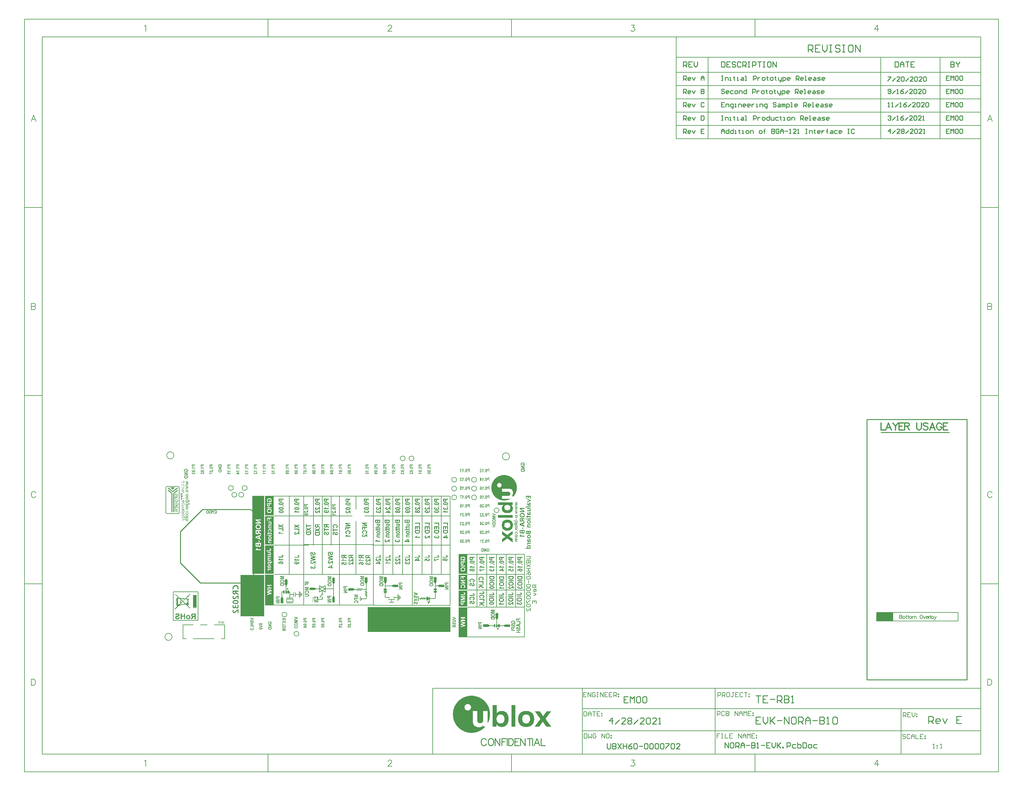
<source format=gbo>
G04*
G04 #@! TF.GenerationSoftware,Altium Limited,Altium Designer,24.5.2 (23)*
G04*
G04 Layer_Color=32896*
%FSLAX44Y44*%
%MOMM*%
G71*
G04*
G04 #@! TF.SameCoordinates,0C5A4069-AE43-482B-AD25-CF0848805004*
G04*
G04*
G04 #@! TF.FilePolarity,Positive*
G04*
G01*
G75*
%ADD10C,0.1270*%
%ADD11C,0.1275*%
%ADD14C,0.2540*%
%ADD15C,0.2000*%
%ADD16C,0.1016*%
%ADD17R,4.8260X2.4130*%
%ADD18C,0.1778*%
%ADD19C,0.2997*%
%ADD72C,0.1524*%
%ADD142C,0.2032*%
%ADD143C,0.3048*%
%ADD144C,0.1500*%
%ADD167C,0.0508*%
%ADD168C,0.0254*%
%ADD169C,0.0762*%
%ADD170C,0.2794*%
%ADD171R,0.1302X0.4686*%
G04:AMPARAMS|DCode=172|XSize=0.1266mm|YSize=2.8609mm|CornerRadius=0mm|HoleSize=0mm|Usage=FLASHONLY|Rotation=265.000|XOffset=0mm|YOffset=0mm|HoleType=Round|Shape=Rectangle|*
%AMROTATEDRECTD172*
4,1,4,-1.4195,0.1878,1.4306,-0.0616,1.4195,-0.1878,-1.4306,0.0616,-1.4195,0.1878,0.0*
%
%ADD172ROTATEDRECTD172*%

%ADD173R,23.6728X7.2136*%
%ADD174R,0.3334X0.2136*%
%ADD175R,0.1302X2.0603*%
%ADD176R,0.2523X0.7659*%
%ADD177R,0.3131X0.2202*%
%ADD178R,0.1283X1.0776*%
%ADD179R,0.2241X0.0947*%
%ADD180R,0.0947X0.2241*%
G04:AMPARAMS|DCode=181|XSize=0.2241mm|YSize=0.0947mm|CornerRadius=0mm|HoleSize=0mm|Usage=FLASHONLY|Rotation=225.000|XOffset=0mm|YOffset=0mm|HoleType=Round|Shape=Rectangle|*
%AMROTATEDRECTD181*
4,1,4,0.0457,0.1127,0.1127,0.0457,-0.0457,-0.1127,-0.1127,-0.0457,0.0457,0.1127,0.0*
%
%ADD181ROTATEDRECTD181*%

G04:AMPARAMS|DCode=182|XSize=0.2241mm|YSize=0.0947mm|CornerRadius=0mm|HoleSize=0mm|Usage=FLASHONLY|Rotation=315.000|XOffset=0mm|YOffset=0mm|HoleType=Round|Shape=Rectangle|*
%AMROTATEDRECTD182*
4,1,4,-0.1127,0.0457,-0.0457,0.1127,0.1127,-0.0457,0.0457,-0.1127,-0.1127,0.0457,0.0*
%
%ADD182ROTATEDRECTD182*%

%ADD183R,0.2003X0.2075*%
%ADD184R,0.1016X0.4973*%
%ADD185R,0.4359X0.1094*%
%ADD186R,0.1015X0.6146*%
%ADD187R,0.1059X0.6146*%
%ADD188R,0.3013X0.1059*%
%ADD189R,0.3013X0.1087*%
%ADD190R,0.8819X3.6216*%
G04:AMPARAMS|DCode=191|XSize=6.0522mm|YSize=0.0972mm|CornerRadius=0mm|HoleSize=0mm|Usage=FLASHONLY|Rotation=224.500|XOffset=0mm|YOffset=0mm|HoleType=Round|Shape=Rectangle|*
%AMROTATEDRECTD191*
4,1,4,2.1243,2.1557,2.1924,2.0864,-2.1243,-2.1557,-2.1924,-2.0864,2.1243,2.1557,0.0*
%
%ADD191ROTATEDRECTD191*%

G04:AMPARAMS|DCode=192|XSize=5.9129mm|YSize=0.0972mm|CornerRadius=0mm|HoleSize=0mm|Usage=FLASHONLY|Rotation=316.500|XOffset=0mm|YOffset=0mm|HoleType=Round|Shape=Rectangle|*
%AMROTATEDRECTD192*
4,1,4,-2.1780,1.9999,-2.1111,2.0703,2.1780,-1.9999,2.1111,-2.0703,-2.1780,1.9999,0.0*
%
%ADD192ROTATEDRECTD192*%

G04:AMPARAMS|DCode=193|XSize=0.1266mm|YSize=2.8173mm|CornerRadius=0mm|HoleSize=0mm|Usage=FLASHONLY|Rotation=275.000|XOffset=0mm|YOffset=0mm|HoleType=Round|Shape=Rectangle|*
%AMROTATEDRECTD193*
4,1,4,-1.4088,-0.0597,1.3978,0.1858,1.4088,0.0597,-1.3978,-0.1858,-1.4088,-0.0597,0.0*
%
%ADD193ROTATEDRECTD193*%

%ADD194R,0.0500X0.0390*%
%ADD195R,6.7310X11.8364*%
G36*
X1030819Y519220D02*
X1031130Y519191D01*
X1031426Y519161D01*
X1031693Y519117D01*
X1031959Y519058D01*
X1032196Y519013D01*
X1032418Y518954D01*
X1032611Y518895D01*
X1032788Y518850D01*
X1032936Y518791D01*
X1033070Y518746D01*
X1033173Y518717D01*
X1033247Y518687D01*
X1033292Y518658D01*
X1033307D01*
X1033544Y518539D01*
X1033766Y518406D01*
X1033973Y518288D01*
X1034165Y518139D01*
X1034343Y518006D01*
X1034506Y517873D01*
X1034654Y517740D01*
X1034788Y517621D01*
X1034906Y517488D01*
X1035010Y517384D01*
X1035098Y517281D01*
X1035173Y517192D01*
X1035217Y517132D01*
X1035261Y517073D01*
X1035276Y517044D01*
X1035291Y517029D01*
X1035409Y516836D01*
X1035498Y516629D01*
X1035661Y516214D01*
X1035780Y515815D01*
X1035854Y515444D01*
X1035883Y515267D01*
X1035913Y515118D01*
X1035928Y514970D01*
Y514852D01*
X1035943Y514763D01*
Y514630D01*
X1035928Y514215D01*
X1035869Y513830D01*
X1035780Y513460D01*
X1035691Y513119D01*
X1035646Y512971D01*
X1035602Y512838D01*
X1035557Y512720D01*
X1035513Y512631D01*
X1035483Y512542D01*
X1035454Y512483D01*
X1035439Y512453D01*
Y512438D01*
X1035247Y512038D01*
X1035039Y511698D01*
X1034832Y511402D01*
X1034639Y511165D01*
X1034476Y510972D01*
X1034343Y510839D01*
X1034254Y510750D01*
X1034240Y510720D01*
X1034225D01*
X1029782D01*
Y514689D01*
X1031663D01*
Y512586D01*
X1033084D01*
X1033233Y512764D01*
X1033366Y512942D01*
X1033484Y513119D01*
X1033588Y513282D01*
X1033662Y513430D01*
X1033721Y513534D01*
X1033751Y513608D01*
X1033766Y513638D01*
X1033855Y513845D01*
X1033914Y514052D01*
X1033958Y514245D01*
X1033988Y514408D01*
X1034003Y514556D01*
X1034017Y514659D01*
Y514748D01*
X1034003Y514956D01*
X1033973Y515163D01*
X1033929Y515341D01*
X1033869Y515518D01*
X1033736Y515829D01*
X1033558Y516096D01*
X1033395Y516303D01*
X1033247Y516451D01*
X1033203Y516496D01*
X1033159Y516540D01*
X1033129Y516555D01*
X1033114Y516570D01*
X1032907Y516703D01*
X1032685Y516821D01*
X1032448Y516940D01*
X1032196Y517029D01*
X1031693Y517162D01*
X1031204Y517251D01*
X1030967Y517295D01*
X1030760Y517310D01*
X1030567Y517325D01*
X1030389Y517340D01*
X1030256Y517355D01*
X1030153D01*
X1030093D01*
X1030064D01*
X1029723Y517340D01*
X1029397Y517325D01*
X1029101Y517281D01*
X1028835Y517236D01*
X1028583Y517192D01*
X1028346Y517118D01*
X1028139Y517058D01*
X1027961Y516984D01*
X1027798Y516925D01*
X1027650Y516851D01*
X1027531Y516792D01*
X1027443Y516747D01*
X1027369Y516688D01*
X1027309Y516659D01*
X1027280Y516644D01*
X1027265Y516629D01*
X1027102Y516481D01*
X1026969Y516333D01*
X1026835Y516185D01*
X1026732Y516022D01*
X1026643Y515874D01*
X1026569Y515711D01*
X1026465Y515415D01*
X1026391Y515148D01*
X1026376Y515030D01*
X1026362Y514926D01*
X1026347Y514852D01*
Y514734D01*
X1026362Y514452D01*
X1026421Y514200D01*
X1026495Y513978D01*
X1026569Y513786D01*
X1026658Y513623D01*
X1026732Y513519D01*
X1026791Y513445D01*
X1026806Y513416D01*
X1026998Y513223D01*
X1027206Y513060D01*
X1027413Y512942D01*
X1027635Y512838D01*
X1027813Y512749D01*
X1027976Y512705D01*
X1028035Y512690D01*
X1028064Y512675D01*
X1028094Y512660D01*
X1028109D01*
X1027694Y510839D01*
X1027398Y510898D01*
X1027132Y510972D01*
X1026880Y511061D01*
X1026643Y511150D01*
X1026421Y511254D01*
X1026228Y511372D01*
X1026036Y511476D01*
X1025873Y511579D01*
X1025740Y511683D01*
X1025606Y511787D01*
X1025503Y511875D01*
X1025414Y511950D01*
X1025355Y512024D01*
X1025310Y512068D01*
X1025281Y512098D01*
X1025266Y512112D01*
X1025118Y512305D01*
X1024984Y512497D01*
X1024881Y512720D01*
X1024777Y512927D01*
X1024688Y513149D01*
X1024629Y513371D01*
X1024525Y513786D01*
X1024496Y513978D01*
X1024466Y514156D01*
X1024451Y514304D01*
X1024436Y514452D01*
X1024422Y514556D01*
Y514970D01*
X1024451Y515207D01*
X1024525Y515652D01*
X1024629Y516051D01*
X1024688Y516229D01*
X1024747Y516392D01*
X1024807Y516540D01*
X1024866Y516673D01*
X1024925Y516792D01*
X1024970Y516881D01*
X1025014Y516955D01*
X1025044Y517014D01*
X1025059Y517044D01*
X1025073Y517058D01*
X1025207Y517236D01*
X1025340Y517414D01*
X1025651Y517725D01*
X1025977Y517991D01*
X1026288Y518213D01*
X1026584Y518406D01*
X1026702Y518465D01*
X1026821Y518539D01*
X1026909Y518584D01*
X1026969Y518613D01*
X1027013Y518628D01*
X1027028Y518643D01*
X1027531Y518850D01*
X1028064Y518998D01*
X1028598Y519102D01*
X1028849Y519146D01*
X1029086Y519176D01*
X1029308Y519206D01*
X1029516Y519220D01*
X1029708Y519235D01*
X1029856D01*
X1029990Y519250D01*
X1030079D01*
X1030153D01*
X1030167D01*
X1030819Y519220D01*
D02*
G37*
G36*
X162141Y514325D02*
X162408Y514299D01*
X162662Y514274D01*
X162890Y514236D01*
X163119Y514185D01*
X163322Y514147D01*
X163512Y514096D01*
X163678Y514045D01*
X163830Y514007D01*
X163957Y513956D01*
X164071Y513918D01*
X164160Y513893D01*
X164224Y513867D01*
X164262Y513842D01*
X164275D01*
X164478Y513740D01*
X164668Y513626D01*
X164846Y513525D01*
X165011Y513397D01*
X165163Y513283D01*
X165303Y513169D01*
X165430Y513055D01*
X165544Y512953D01*
X165646Y512839D01*
X165735Y512750D01*
X165811Y512661D01*
X165875Y512585D01*
X165913Y512534D01*
X165951Y512483D01*
X165964Y512458D01*
X165976Y512445D01*
X166078Y512280D01*
X166154Y512102D01*
X166294Y511746D01*
X166395Y511404D01*
X166459Y511086D01*
X166484Y510934D01*
X166510Y510807D01*
X166522Y510680D01*
Y510578D01*
X166535Y510502D01*
Y510388D01*
X166522Y510032D01*
X166472Y509702D01*
X166395Y509384D01*
X166319Y509092D01*
X166281Y508965D01*
X166243Y508851D01*
X166205Y508749D01*
X166167Y508673D01*
X166141Y508597D01*
X166116Y508546D01*
X166103Y508521D01*
Y508508D01*
X165938Y508165D01*
X165760Y507873D01*
X165583Y507619D01*
X165417Y507416D01*
X165278Y507251D01*
X165163Y507136D01*
X165087Y507060D01*
X165075Y507035D01*
X165062D01*
X161252D01*
Y510438D01*
X162865D01*
Y508635D01*
X164084D01*
X164211Y508787D01*
X164325Y508940D01*
X164427Y509092D01*
X164516Y509232D01*
X164579Y509359D01*
X164630Y509448D01*
X164655Y509511D01*
X164668Y509537D01*
X164744Y509715D01*
X164795Y509892D01*
X164833Y510057D01*
X164859Y510197D01*
X164871Y510324D01*
X164884Y510413D01*
Y510489D01*
X164871Y510667D01*
X164846Y510845D01*
X164808Y510997D01*
X164757Y511150D01*
X164643Y511416D01*
X164490Y511645D01*
X164351Y511823D01*
X164224Y511950D01*
X164186Y511988D01*
X164147Y512026D01*
X164122Y512039D01*
X164109Y512051D01*
X163932Y512166D01*
X163741Y512267D01*
X163538Y512369D01*
X163322Y512445D01*
X162890Y512559D01*
X162471Y512635D01*
X162268Y512674D01*
X162090Y512686D01*
X161925Y512699D01*
X161773Y512712D01*
X161658Y512724D01*
X161569D01*
X161519D01*
X161493D01*
X161201Y512712D01*
X160922Y512699D01*
X160668Y512661D01*
X160439Y512623D01*
X160223Y512585D01*
X160020Y512521D01*
X159842Y512470D01*
X159690Y512407D01*
X159550Y512356D01*
X159423Y512293D01*
X159321Y512242D01*
X159245Y512204D01*
X159182Y512153D01*
X159131Y512127D01*
X159106Y512115D01*
X159093Y512102D01*
X158953Y511975D01*
X158839Y511848D01*
X158725Y511721D01*
X158636Y511581D01*
X158560Y511454D01*
X158496Y511315D01*
X158407Y511061D01*
X158344Y510832D01*
X158331Y510731D01*
X158318Y510642D01*
X158306Y510578D01*
Y510476D01*
X158318Y510235D01*
X158369Y510019D01*
X158433Y509829D01*
X158496Y509664D01*
X158572Y509524D01*
X158636Y509435D01*
X158687Y509372D01*
X158699Y509346D01*
X158864Y509181D01*
X159042Y509041D01*
X159220Y508940D01*
X159410Y508851D01*
X159563Y508775D01*
X159703Y508737D01*
X159753Y508724D01*
X159779Y508711D01*
X159804Y508699D01*
X159817D01*
X159461Y507136D01*
X159207Y507187D01*
X158979Y507251D01*
X158763Y507327D01*
X158560Y507403D01*
X158369Y507492D01*
X158204Y507594D01*
X158039Y507682D01*
X157899Y507771D01*
X157785Y507860D01*
X157670Y507949D01*
X157582Y508025D01*
X157505Y508089D01*
X157455Y508152D01*
X157416Y508190D01*
X157391Y508216D01*
X157378Y508229D01*
X157251Y508394D01*
X157137Y508559D01*
X157048Y508749D01*
X156959Y508927D01*
X156883Y509118D01*
X156832Y509308D01*
X156743Y509664D01*
X156718Y509829D01*
X156693Y509981D01*
X156680Y510108D01*
X156667Y510235D01*
X156655Y510324D01*
Y510680D01*
X156680Y510883D01*
X156743Y511264D01*
X156832Y511607D01*
X156883Y511759D01*
X156934Y511899D01*
X156985Y512026D01*
X157036Y512140D01*
X157086Y512242D01*
X157124Y512318D01*
X157163Y512382D01*
X157188Y512432D01*
X157201Y512458D01*
X157213Y512470D01*
X157328Y512623D01*
X157442Y512775D01*
X157709Y513042D01*
X157988Y513270D01*
X158255Y513461D01*
X158509Y513626D01*
X158610Y513677D01*
X158712Y513740D01*
X158788Y513778D01*
X158839Y513804D01*
X158877Y513817D01*
X158890Y513829D01*
X159321Y514007D01*
X159779Y514134D01*
X160236Y514223D01*
X160452Y514261D01*
X160655Y514286D01*
X160846Y514312D01*
X161023Y514325D01*
X161188Y514337D01*
X161315D01*
X161430Y514350D01*
X161506D01*
X161569D01*
X161582D01*
X162141Y514325D01*
D02*
G37*
G36*
X461110Y511865D02*
X457503D01*
Y510583D01*
X457491Y510341D01*
X457478Y510113D01*
X457465Y509909D01*
X457440Y509732D01*
X457414Y509566D01*
X457389Y509414D01*
X457364Y509287D01*
X457338Y509173D01*
X457313Y509071D01*
X457287Y508995D01*
X457262Y508932D01*
X457249Y508881D01*
X457237Y508843D01*
X457224Y508830D01*
Y508817D01*
X457097Y508601D01*
X456957Y508424D01*
X456792Y508246D01*
X456627Y508106D01*
X456487Y507992D01*
X456360Y507915D01*
X456309Y507877D01*
X456271Y507852D01*
X456259Y507839D01*
X456246D01*
X455966Y507712D01*
X455674Y507611D01*
X455382Y507547D01*
X455116Y507496D01*
X454874Y507471D01*
X454773Y507458D01*
X454684Y507446D01*
X454608D01*
X454557D01*
X454519D01*
X454506D01*
X454100Y507471D01*
X453731Y507522D01*
X453414Y507585D01*
X453274Y507636D01*
X453147Y507674D01*
X453033Y507712D01*
X452931Y507763D01*
X452855Y507801D01*
X452779Y507827D01*
X452728Y507865D01*
X452690Y507877D01*
X452664Y507903D01*
X452652D01*
X452398Y508081D01*
X452195Y508271D01*
X452029Y508474D01*
X451903Y508652D01*
X451814Y508817D01*
X451750Y508944D01*
X451725Y508995D01*
X451712Y509033D01*
X451699Y509046D01*
Y509058D01*
X451674Y509147D01*
X451648Y509262D01*
X451636Y509389D01*
X451623Y509528D01*
X451598Y509833D01*
X451572Y510151D01*
Y510443D01*
X451560Y510570D01*
Y513440D01*
X461110D01*
Y511865D01*
D02*
G37*
G36*
X435710D02*
X432103D01*
Y510583D01*
X432090Y510341D01*
X432078Y510113D01*
X432065Y509909D01*
X432040Y509732D01*
X432014Y509566D01*
X431989Y509414D01*
X431964Y509287D01*
X431938Y509173D01*
X431913Y509071D01*
X431887Y508995D01*
X431862Y508932D01*
X431849Y508881D01*
X431837Y508843D01*
X431824Y508830D01*
Y508817D01*
X431697Y508601D01*
X431557Y508424D01*
X431392Y508246D01*
X431227Y508106D01*
X431087Y507992D01*
X430960Y507915D01*
X430909Y507877D01*
X430871Y507852D01*
X430859Y507839D01*
X430846D01*
X430566Y507712D01*
X430274Y507611D01*
X429982Y507547D01*
X429716Y507496D01*
X429474Y507471D01*
X429373Y507458D01*
X429284Y507446D01*
X429208D01*
X429157D01*
X429119D01*
X429106D01*
X428700Y507471D01*
X428331Y507522D01*
X428014Y507585D01*
X427874Y507636D01*
X427747Y507674D01*
X427633Y507712D01*
X427531Y507763D01*
X427455Y507801D01*
X427379Y507827D01*
X427328Y507865D01*
X427290Y507877D01*
X427265Y507903D01*
X427252D01*
X426998Y508081D01*
X426795Y508271D01*
X426629Y508474D01*
X426502Y508652D01*
X426414Y508817D01*
X426350Y508944D01*
X426325Y508995D01*
X426312Y509033D01*
X426299Y509046D01*
Y509058D01*
X426274Y509147D01*
X426249Y509262D01*
X426236Y509389D01*
X426223Y509528D01*
X426198Y509833D01*
X426172Y510151D01*
Y510443D01*
X426160Y510570D01*
Y513440D01*
X435710D01*
Y511865D01*
D02*
G37*
G36*
X765810Y511505D02*
X762203D01*
Y510223D01*
X762190Y509981D01*
X762178Y509753D01*
X762165Y509549D01*
X762140Y509372D01*
X762114Y509207D01*
X762089Y509054D01*
X762064Y508927D01*
X762038Y508813D01*
X762013Y508711D01*
X761987Y508635D01*
X761962Y508572D01*
X761949Y508521D01*
X761936Y508483D01*
X761924Y508470D01*
Y508457D01*
X761797Y508241D01*
X761657Y508064D01*
X761492Y507886D01*
X761327Y507746D01*
X761187Y507632D01*
X761060Y507556D01*
X761009Y507517D01*
X760971Y507492D01*
X760959Y507479D01*
X760946D01*
X760667Y507352D01*
X760374Y507251D01*
X760082Y507187D01*
X759816Y507136D01*
X759574Y507111D01*
X759473Y507098D01*
X759384Y507086D01*
X759308D01*
X759257D01*
X759219D01*
X759206D01*
X758800Y507111D01*
X758431Y507162D01*
X758114Y507225D01*
X757974Y507276D01*
X757847Y507314D01*
X757733Y507352D01*
X757631Y507403D01*
X757555Y507441D01*
X757479Y507467D01*
X757428Y507505D01*
X757390Y507517D01*
X757365Y507543D01*
X757352D01*
X757098Y507721D01*
X756895Y507911D01*
X756730Y508114D01*
X756602Y508292D01*
X756514Y508457D01*
X756450Y508584D01*
X756425Y508635D01*
X756412Y508673D01*
X756399Y508686D01*
Y508699D01*
X756374Y508787D01*
X756348Y508902D01*
X756336Y509029D01*
X756323Y509168D01*
X756298Y509473D01*
X756272Y509791D01*
Y510083D01*
X756260Y510210D01*
Y513080D01*
X765810D01*
Y511505D01*
D02*
G37*
G36*
X740410D02*
X736803D01*
Y510223D01*
X736790Y509981D01*
X736778Y509753D01*
X736765Y509549D01*
X736740Y509372D01*
X736714Y509207D01*
X736689Y509054D01*
X736664Y508927D01*
X736638Y508813D01*
X736613Y508711D01*
X736587Y508635D01*
X736562Y508572D01*
X736549Y508521D01*
X736536Y508483D01*
X736524Y508470D01*
Y508457D01*
X736397Y508241D01*
X736257Y508064D01*
X736092Y507886D01*
X735927Y507746D01*
X735787Y507632D01*
X735660Y507556D01*
X735609Y507517D01*
X735571Y507492D01*
X735559Y507479D01*
X735546D01*
X735266Y507352D01*
X734974Y507251D01*
X734682Y507187D01*
X734416Y507136D01*
X734174Y507111D01*
X734073Y507098D01*
X733984Y507086D01*
X733908D01*
X733857D01*
X733819D01*
X733806D01*
X733400Y507111D01*
X733031Y507162D01*
X732714Y507225D01*
X732574Y507276D01*
X732447Y507314D01*
X732333Y507352D01*
X732231Y507403D01*
X732155Y507441D01*
X732079Y507467D01*
X732028Y507505D01*
X731990Y507517D01*
X731964Y507543D01*
X731952D01*
X731698Y507721D01*
X731495Y507911D01*
X731329Y508114D01*
X731202Y508292D01*
X731114Y508457D01*
X731050Y508584D01*
X731025Y508635D01*
X731012Y508673D01*
X730999Y508686D01*
Y508699D01*
X730974Y508787D01*
X730948Y508902D01*
X730936Y509029D01*
X730923Y509168D01*
X730898Y509473D01*
X730872Y509791D01*
Y510083D01*
X730860Y510210D01*
Y513080D01*
X740410D01*
Y511505D01*
D02*
G37*
G36*
X715010D02*
X711403D01*
Y510223D01*
X711391Y509981D01*
X711378Y509753D01*
X711365Y509549D01*
X711340Y509372D01*
X711314Y509207D01*
X711289Y509054D01*
X711264Y508927D01*
X711238Y508813D01*
X711213Y508711D01*
X711187Y508635D01*
X711162Y508572D01*
X711149Y508521D01*
X711136Y508483D01*
X711124Y508470D01*
Y508457D01*
X710997Y508241D01*
X710857Y508064D01*
X710692Y507886D01*
X710527Y507746D01*
X710387Y507632D01*
X710260Y507556D01*
X710209Y507517D01*
X710171Y507492D01*
X710159Y507479D01*
X710146D01*
X709866Y507352D01*
X709574Y507251D01*
X709282Y507187D01*
X709016Y507136D01*
X708774Y507111D01*
X708673Y507098D01*
X708584Y507086D01*
X708508D01*
X708457D01*
X708419D01*
X708406D01*
X708000Y507111D01*
X707631Y507162D01*
X707314Y507225D01*
X707174Y507276D01*
X707047Y507314D01*
X706933Y507352D01*
X706831Y507403D01*
X706755Y507441D01*
X706679Y507467D01*
X706628Y507505D01*
X706590Y507517D01*
X706564Y507543D01*
X706552D01*
X706298Y507721D01*
X706095Y507911D01*
X705929Y508114D01*
X705803Y508292D01*
X705714Y508457D01*
X705650Y508584D01*
X705625Y508635D01*
X705612Y508673D01*
X705599Y508686D01*
Y508699D01*
X705574Y508787D01*
X705548Y508902D01*
X705536Y509029D01*
X705523Y509168D01*
X705498Y509473D01*
X705472Y509791D01*
Y510083D01*
X705460Y510210D01*
Y513080D01*
X715010D01*
Y511505D01*
D02*
G37*
G36*
X689610D02*
X686003D01*
Y510223D01*
X685991Y509981D01*
X685978Y509753D01*
X685965Y509549D01*
X685940Y509372D01*
X685914Y509207D01*
X685889Y509054D01*
X685863Y508927D01*
X685838Y508813D01*
X685813Y508711D01*
X685787Y508635D01*
X685762Y508572D01*
X685749Y508521D01*
X685736Y508483D01*
X685724Y508470D01*
Y508457D01*
X685597Y508241D01*
X685457Y508064D01*
X685292Y507886D01*
X685127Y507746D01*
X684987Y507632D01*
X684860Y507556D01*
X684809Y507517D01*
X684771Y507492D01*
X684759Y507479D01*
X684746D01*
X684466Y507352D01*
X684174Y507251D01*
X683882Y507187D01*
X683616Y507136D01*
X683374Y507111D01*
X683273Y507098D01*
X683184Y507086D01*
X683108D01*
X683057D01*
X683019D01*
X683006D01*
X682600Y507111D01*
X682231Y507162D01*
X681914Y507225D01*
X681774Y507276D01*
X681647Y507314D01*
X681533Y507352D01*
X681431Y507403D01*
X681355Y507441D01*
X681279Y507467D01*
X681228Y507505D01*
X681190Y507517D01*
X681164Y507543D01*
X681152D01*
X680898Y507721D01*
X680695Y507911D01*
X680529Y508114D01*
X680403Y508292D01*
X680314Y508457D01*
X680250Y508584D01*
X680225Y508635D01*
X680212Y508673D01*
X680199Y508686D01*
Y508699D01*
X680174Y508787D01*
X680148Y508902D01*
X680136Y509029D01*
X680123Y509168D01*
X680098Y509473D01*
X680072Y509791D01*
Y510083D01*
X680060Y510210D01*
Y513080D01*
X689610D01*
Y511505D01*
D02*
G37*
G36*
X664210D02*
X660603D01*
Y510223D01*
X660591Y509981D01*
X660578Y509753D01*
X660565Y509549D01*
X660540Y509372D01*
X660514Y509207D01*
X660489Y509054D01*
X660463Y508927D01*
X660438Y508813D01*
X660413Y508711D01*
X660387Y508635D01*
X660362Y508572D01*
X660349Y508521D01*
X660337Y508483D01*
X660324Y508470D01*
Y508457D01*
X660197Y508241D01*
X660057Y508064D01*
X659892Y507886D01*
X659727Y507746D01*
X659587Y507632D01*
X659460Y507556D01*
X659409Y507517D01*
X659371Y507492D01*
X659359Y507479D01*
X659346D01*
X659066Y507352D01*
X658774Y507251D01*
X658482Y507187D01*
X658216Y507136D01*
X657974Y507111D01*
X657873Y507098D01*
X657784Y507086D01*
X657708D01*
X657657D01*
X657619D01*
X657606D01*
X657200Y507111D01*
X656831Y507162D01*
X656514Y507225D01*
X656374Y507276D01*
X656247Y507314D01*
X656133Y507352D01*
X656031Y507403D01*
X655955Y507441D01*
X655879Y507467D01*
X655828Y507505D01*
X655790Y507517D01*
X655764Y507543D01*
X655752D01*
X655498Y507721D01*
X655295Y507911D01*
X655129Y508114D01*
X655003Y508292D01*
X654914Y508457D01*
X654850Y508584D01*
X654825Y508635D01*
X654812Y508673D01*
X654799Y508686D01*
Y508699D01*
X654774Y508787D01*
X654749Y508902D01*
X654736Y509029D01*
X654723Y509168D01*
X654698Y509473D01*
X654672Y509791D01*
Y510083D01*
X654660Y510210D01*
Y513080D01*
X664210D01*
Y511505D01*
D02*
G37*
G36*
X638810D02*
X635203D01*
Y510223D01*
X635191Y509981D01*
X635178Y509753D01*
X635165Y509549D01*
X635140Y509372D01*
X635114Y509207D01*
X635089Y509054D01*
X635064Y508927D01*
X635038Y508813D01*
X635013Y508711D01*
X634987Y508635D01*
X634962Y508572D01*
X634949Y508521D01*
X634936Y508483D01*
X634924Y508470D01*
Y508457D01*
X634797Y508241D01*
X634657Y508064D01*
X634492Y507886D01*
X634327Y507746D01*
X634187Y507632D01*
X634060Y507556D01*
X634009Y507517D01*
X633971Y507492D01*
X633959Y507479D01*
X633946D01*
X633666Y507352D01*
X633374Y507251D01*
X633082Y507187D01*
X632816Y507136D01*
X632574Y507111D01*
X632473Y507098D01*
X632384Y507086D01*
X632308D01*
X632257D01*
X632219D01*
X632206D01*
X631800Y507111D01*
X631431Y507162D01*
X631114Y507225D01*
X630974Y507276D01*
X630847Y507314D01*
X630733Y507352D01*
X630631Y507403D01*
X630555Y507441D01*
X630479Y507467D01*
X630428Y507505D01*
X630390Y507517D01*
X630364Y507543D01*
X630352D01*
X630098Y507721D01*
X629895Y507911D01*
X629729Y508114D01*
X629603Y508292D01*
X629514Y508457D01*
X629450Y508584D01*
X629425Y508635D01*
X629412Y508673D01*
X629399Y508686D01*
Y508699D01*
X629374Y508787D01*
X629348Y508902D01*
X629336Y509029D01*
X629323Y509168D01*
X629298Y509473D01*
X629272Y509791D01*
Y510083D01*
X629260Y510210D01*
Y513080D01*
X638810D01*
Y511505D01*
D02*
G37*
G36*
X613410D02*
X609803D01*
Y510223D01*
X609790Y509981D01*
X609778Y509753D01*
X609765Y509549D01*
X609740Y509372D01*
X609714Y509207D01*
X609689Y509054D01*
X609664Y508927D01*
X609638Y508813D01*
X609613Y508711D01*
X609587Y508635D01*
X609562Y508572D01*
X609549Y508521D01*
X609537Y508483D01*
X609524Y508470D01*
Y508457D01*
X609397Y508241D01*
X609257Y508064D01*
X609092Y507886D01*
X608927Y507746D01*
X608787Y507632D01*
X608660Y507556D01*
X608609Y507517D01*
X608571Y507492D01*
X608559Y507479D01*
X608546D01*
X608266Y507352D01*
X607974Y507251D01*
X607682Y507187D01*
X607416Y507136D01*
X607174Y507111D01*
X607073Y507098D01*
X606984Y507086D01*
X606908D01*
X606857D01*
X606819D01*
X606806D01*
X606400Y507111D01*
X606031Y507162D01*
X605714Y507225D01*
X605574Y507276D01*
X605447Y507314D01*
X605333Y507352D01*
X605231Y507403D01*
X605155Y507441D01*
X605079Y507467D01*
X605028Y507505D01*
X604990Y507517D01*
X604964Y507543D01*
X604952D01*
X604698Y507721D01*
X604495Y507911D01*
X604329Y508114D01*
X604202Y508292D01*
X604114Y508457D01*
X604050Y508584D01*
X604025Y508635D01*
X604012Y508673D01*
X603999Y508686D01*
Y508699D01*
X603974Y508787D01*
X603949Y508902D01*
X603936Y509029D01*
X603923Y509168D01*
X603898Y509473D01*
X603872Y509791D01*
Y510083D01*
X603860Y510210D01*
Y513080D01*
X613410D01*
Y511505D01*
D02*
G37*
G36*
X588010D02*
X584403D01*
Y510223D01*
X584390Y509981D01*
X584378Y509753D01*
X584365Y509549D01*
X584340Y509372D01*
X584314Y509207D01*
X584289Y509054D01*
X584263Y508927D01*
X584238Y508813D01*
X584213Y508711D01*
X584187Y508635D01*
X584162Y508572D01*
X584149Y508521D01*
X584137Y508483D01*
X584124Y508470D01*
Y508457D01*
X583997Y508241D01*
X583857Y508064D01*
X583692Y507886D01*
X583527Y507746D01*
X583387Y507632D01*
X583260Y507556D01*
X583209Y507517D01*
X583171Y507492D01*
X583159Y507479D01*
X583146D01*
X582867Y507352D01*
X582574Y507251D01*
X582282Y507187D01*
X582016Y507136D01*
X581774Y507111D01*
X581673Y507098D01*
X581584Y507086D01*
X581508D01*
X581457D01*
X581419D01*
X581406D01*
X581000Y507111D01*
X580631Y507162D01*
X580314Y507225D01*
X580174Y507276D01*
X580047Y507314D01*
X579933Y507352D01*
X579831Y507403D01*
X579755Y507441D01*
X579679Y507467D01*
X579628Y507505D01*
X579590Y507517D01*
X579565Y507543D01*
X579552D01*
X579298Y507721D01*
X579095Y507911D01*
X578929Y508114D01*
X578802Y508292D01*
X578714Y508457D01*
X578650Y508584D01*
X578625Y508635D01*
X578612Y508673D01*
X578599Y508686D01*
Y508699D01*
X578574Y508787D01*
X578549Y508902D01*
X578536Y509029D01*
X578523Y509168D01*
X578498Y509473D01*
X578472Y509791D01*
Y510083D01*
X578460Y510210D01*
Y513080D01*
X588010D01*
Y511505D01*
D02*
G37*
G36*
X537210D02*
X533603D01*
Y510223D01*
X533591Y509981D01*
X533578Y509753D01*
X533565Y509549D01*
X533540Y509372D01*
X533514Y509207D01*
X533489Y509054D01*
X533464Y508927D01*
X533438Y508813D01*
X533413Y508711D01*
X533387Y508635D01*
X533362Y508572D01*
X533349Y508521D01*
X533336Y508483D01*
X533324Y508470D01*
Y508457D01*
X533197Y508241D01*
X533057Y508064D01*
X532892Y507886D01*
X532727Y507746D01*
X532587Y507632D01*
X532460Y507556D01*
X532409Y507517D01*
X532371Y507492D01*
X532359Y507479D01*
X532346D01*
X532066Y507352D01*
X531774Y507251D01*
X531482Y507187D01*
X531216Y507136D01*
X530974Y507111D01*
X530873Y507098D01*
X530784Y507086D01*
X530708D01*
X530657D01*
X530619D01*
X530606D01*
X530200Y507111D01*
X529831Y507162D01*
X529514Y507225D01*
X529374Y507276D01*
X529247Y507314D01*
X529133Y507352D01*
X529031Y507403D01*
X528955Y507441D01*
X528879Y507467D01*
X528828Y507505D01*
X528790Y507517D01*
X528764Y507543D01*
X528752D01*
X528498Y507721D01*
X528295Y507911D01*
X528130Y508114D01*
X528003Y508292D01*
X527914Y508457D01*
X527850Y508584D01*
X527825Y508635D01*
X527812Y508673D01*
X527799Y508686D01*
Y508699D01*
X527774Y508787D01*
X527748Y508902D01*
X527736Y509029D01*
X527723Y509168D01*
X527698Y509473D01*
X527672Y509791D01*
Y510083D01*
X527660Y510210D01*
Y513080D01*
X537210D01*
Y511505D01*
D02*
G37*
G36*
X511810D02*
X508203D01*
Y510223D01*
X508190Y509981D01*
X508178Y509753D01*
X508165Y509549D01*
X508140Y509372D01*
X508114Y509207D01*
X508089Y509054D01*
X508064Y508927D01*
X508038Y508813D01*
X508013Y508711D01*
X507987Y508635D01*
X507962Y508572D01*
X507949Y508521D01*
X507937Y508483D01*
X507924Y508470D01*
Y508457D01*
X507797Y508241D01*
X507657Y508064D01*
X507492Y507886D01*
X507327Y507746D01*
X507187Y507632D01*
X507060Y507556D01*
X507009Y507517D01*
X506971Y507492D01*
X506959Y507479D01*
X506946D01*
X506666Y507352D01*
X506374Y507251D01*
X506082Y507187D01*
X505816Y507136D01*
X505574Y507111D01*
X505473Y507098D01*
X505384Y507086D01*
X505308D01*
X505257D01*
X505219D01*
X505206D01*
X504800Y507111D01*
X504431Y507162D01*
X504114Y507225D01*
X503974Y507276D01*
X503847Y507314D01*
X503733Y507352D01*
X503631Y507403D01*
X503555Y507441D01*
X503479Y507467D01*
X503428Y507505D01*
X503390Y507517D01*
X503364Y507543D01*
X503352D01*
X503098Y507721D01*
X502895Y507911D01*
X502729Y508114D01*
X502603Y508292D01*
X502514Y508457D01*
X502450Y508584D01*
X502425Y508635D01*
X502412Y508673D01*
X502399Y508686D01*
Y508699D01*
X502374Y508787D01*
X502349Y508902D01*
X502336Y509029D01*
X502323Y509168D01*
X502298Y509473D01*
X502272Y509791D01*
Y510083D01*
X502260Y510210D01*
Y513080D01*
X511810D01*
Y511505D01*
D02*
G37*
G36*
X486410D02*
X482803D01*
Y510223D01*
X482790Y509981D01*
X482778Y509753D01*
X482765Y509549D01*
X482740Y509372D01*
X482714Y509207D01*
X482689Y509054D01*
X482663Y508927D01*
X482638Y508813D01*
X482613Y508711D01*
X482587Y508635D01*
X482562Y508572D01*
X482549Y508521D01*
X482537Y508483D01*
X482524Y508470D01*
Y508457D01*
X482397Y508241D01*
X482257Y508064D01*
X482092Y507886D01*
X481927Y507746D01*
X481787Y507632D01*
X481660Y507556D01*
X481609Y507517D01*
X481571Y507492D01*
X481559Y507479D01*
X481546D01*
X481267Y507352D01*
X480974Y507251D01*
X480682Y507187D01*
X480416Y507136D01*
X480174Y507111D01*
X480073Y507098D01*
X479984Y507086D01*
X479908D01*
X479857D01*
X479819D01*
X479806D01*
X479400Y507111D01*
X479031Y507162D01*
X478714Y507225D01*
X478574Y507276D01*
X478447Y507314D01*
X478333Y507352D01*
X478231Y507403D01*
X478155Y507441D01*
X478079Y507467D01*
X478028Y507505D01*
X477990Y507517D01*
X477965Y507543D01*
X477952D01*
X477698Y507721D01*
X477495Y507911D01*
X477329Y508114D01*
X477202Y508292D01*
X477114Y508457D01*
X477050Y508584D01*
X477025Y508635D01*
X477012Y508673D01*
X476999Y508686D01*
Y508699D01*
X476974Y508787D01*
X476949Y508902D01*
X476936Y509029D01*
X476923Y509168D01*
X476898Y509473D01*
X476872Y509791D01*
Y510083D01*
X476860Y510210D01*
Y513080D01*
X486410D01*
Y511505D01*
D02*
G37*
G36*
X410210D02*
X406603D01*
Y510223D01*
X406590Y509981D01*
X406578Y509753D01*
X406565Y509549D01*
X406540Y509372D01*
X406514Y509207D01*
X406489Y509054D01*
X406464Y508927D01*
X406438Y508813D01*
X406413Y508711D01*
X406387Y508635D01*
X406362Y508572D01*
X406349Y508521D01*
X406337Y508483D01*
X406324Y508470D01*
Y508457D01*
X406197Y508241D01*
X406057Y508064D01*
X405892Y507886D01*
X405727Y507746D01*
X405587Y507632D01*
X405460Y507556D01*
X405409Y507517D01*
X405371Y507492D01*
X405359Y507479D01*
X405346D01*
X405066Y507352D01*
X404774Y507251D01*
X404482Y507187D01*
X404216Y507136D01*
X403974Y507111D01*
X403873Y507098D01*
X403784Y507086D01*
X403708D01*
X403657D01*
X403619D01*
X403606D01*
X403200Y507111D01*
X402831Y507162D01*
X402514Y507225D01*
X402374Y507276D01*
X402247Y507314D01*
X402133Y507352D01*
X402031Y507403D01*
X401955Y507441D01*
X401879Y507467D01*
X401828Y507505D01*
X401790Y507517D01*
X401764Y507543D01*
X401752D01*
X401498Y507721D01*
X401295Y507911D01*
X401129Y508114D01*
X401003Y508292D01*
X400914Y508457D01*
X400850Y508584D01*
X400825Y508635D01*
X400812Y508673D01*
X400799Y508686D01*
Y508699D01*
X400774Y508787D01*
X400748Y508902D01*
X400736Y509029D01*
X400723Y509168D01*
X400698Y509473D01*
X400672Y509791D01*
Y510083D01*
X400660Y510210D01*
Y513080D01*
X410210D01*
Y511505D01*
D02*
G37*
G36*
X384910D02*
X381303D01*
Y510223D01*
X381291Y509981D01*
X381278Y509753D01*
X381265Y509549D01*
X381240Y509372D01*
X381214Y509207D01*
X381189Y509054D01*
X381163Y508927D01*
X381138Y508813D01*
X381113Y508711D01*
X381087Y508635D01*
X381062Y508572D01*
X381049Y508521D01*
X381036Y508483D01*
X381024Y508470D01*
Y508457D01*
X380897Y508241D01*
X380757Y508064D01*
X380592Y507886D01*
X380427Y507746D01*
X380287Y507632D01*
X380160Y507556D01*
X380109Y507517D01*
X380071Y507492D01*
X380059Y507479D01*
X380046D01*
X379767Y507352D01*
X379474Y507251D01*
X379182Y507187D01*
X378916Y507136D01*
X378674Y507111D01*
X378573Y507098D01*
X378484Y507086D01*
X378408D01*
X378357D01*
X378319D01*
X378306D01*
X377900Y507111D01*
X377531Y507162D01*
X377214Y507225D01*
X377074Y507276D01*
X376947Y507314D01*
X376833Y507352D01*
X376731Y507403D01*
X376655Y507441D01*
X376579Y507467D01*
X376528Y507505D01*
X376490Y507517D01*
X376465Y507543D01*
X376452D01*
X376198Y507721D01*
X375995Y507911D01*
X375830Y508114D01*
X375703Y508292D01*
X375614Y508457D01*
X375550Y508584D01*
X375525Y508635D01*
X375512Y508673D01*
X375499Y508686D01*
Y508699D01*
X375474Y508787D01*
X375448Y508902D01*
X375436Y509029D01*
X375423Y509168D01*
X375398Y509473D01*
X375372Y509791D01*
Y510083D01*
X375360Y510210D01*
Y513080D01*
X384910D01*
Y511505D01*
D02*
G37*
G36*
X359410D02*
X355803D01*
Y510223D01*
X355790Y509981D01*
X355778Y509753D01*
X355765Y509549D01*
X355740Y509372D01*
X355714Y509207D01*
X355689Y509054D01*
X355663Y508927D01*
X355638Y508813D01*
X355613Y508711D01*
X355587Y508635D01*
X355562Y508572D01*
X355549Y508521D01*
X355536Y508483D01*
X355524Y508470D01*
Y508457D01*
X355397Y508241D01*
X355257Y508064D01*
X355092Y507886D01*
X354927Y507746D01*
X354787Y507632D01*
X354660Y507556D01*
X354609Y507517D01*
X354571Y507492D01*
X354559Y507479D01*
X354546D01*
X354267Y507352D01*
X353974Y507251D01*
X353682Y507187D01*
X353416Y507136D01*
X353174Y507111D01*
X353073Y507098D01*
X352984Y507086D01*
X352908D01*
X352857D01*
X352819D01*
X352806D01*
X352400Y507111D01*
X352031Y507162D01*
X351714Y507225D01*
X351574Y507276D01*
X351447Y507314D01*
X351333Y507352D01*
X351231Y507403D01*
X351155Y507441D01*
X351079Y507467D01*
X351028Y507505D01*
X350990Y507517D01*
X350965Y507543D01*
X350952D01*
X350698Y507721D01*
X350495Y507911D01*
X350330Y508114D01*
X350202Y508292D01*
X350114Y508457D01*
X350050Y508584D01*
X350025Y508635D01*
X350012Y508673D01*
X349999Y508686D01*
Y508699D01*
X349974Y508787D01*
X349949Y508902D01*
X349936Y509029D01*
X349923Y509168D01*
X349898Y509473D01*
X349872Y509791D01*
Y510083D01*
X349860Y510210D01*
Y513080D01*
X359410D01*
Y511505D01*
D02*
G37*
G36*
X318770D02*
X315163D01*
Y510223D01*
X315151Y509981D01*
X315138Y509753D01*
X315125Y509549D01*
X315100Y509372D01*
X315074Y509207D01*
X315049Y509054D01*
X315023Y508927D01*
X314998Y508813D01*
X314973Y508711D01*
X314947Y508635D01*
X314922Y508572D01*
X314909Y508521D01*
X314897Y508483D01*
X314884Y508470D01*
Y508457D01*
X314757Y508241D01*
X314617Y508064D01*
X314452Y507886D01*
X314287Y507746D01*
X314147Y507632D01*
X314020Y507556D01*
X313969Y507517D01*
X313931Y507492D01*
X313919Y507479D01*
X313906D01*
X313626Y507352D01*
X313334Y507251D01*
X313042Y507187D01*
X312776Y507136D01*
X312534Y507111D01*
X312433Y507098D01*
X312344Y507086D01*
X312268D01*
X312217D01*
X312179D01*
X312166D01*
X311760Y507111D01*
X311391Y507162D01*
X311074Y507225D01*
X310934Y507276D01*
X310807Y507314D01*
X310693Y507352D01*
X310591Y507403D01*
X310515Y507441D01*
X310439Y507467D01*
X310388Y507505D01*
X310350Y507517D01*
X310324Y507543D01*
X310312D01*
X310058Y507721D01*
X309855Y507911D01*
X309690Y508114D01*
X309562Y508292D01*
X309474Y508457D01*
X309410Y508584D01*
X309385Y508635D01*
X309372Y508673D01*
X309359Y508686D01*
Y508699D01*
X309334Y508787D01*
X309308Y508902D01*
X309296Y509029D01*
X309283Y509168D01*
X309258Y509473D01*
X309232Y509791D01*
Y510083D01*
X309220Y510210D01*
Y513080D01*
X318770D01*
Y511505D01*
D02*
G37*
G36*
X293370D02*
X289763D01*
Y510223D01*
X289750Y509981D01*
X289738Y509753D01*
X289725Y509549D01*
X289700Y509372D01*
X289674Y509207D01*
X289649Y509054D01*
X289624Y508927D01*
X289598Y508813D01*
X289573Y508711D01*
X289547Y508635D01*
X289522Y508572D01*
X289509Y508521D01*
X289496Y508483D01*
X289484Y508470D01*
Y508457D01*
X289357Y508241D01*
X289217Y508064D01*
X289052Y507886D01*
X288887Y507746D01*
X288747Y507632D01*
X288620Y507556D01*
X288569Y507517D01*
X288531Y507492D01*
X288519Y507479D01*
X288506D01*
X288227Y507352D01*
X287934Y507251D01*
X287642Y507187D01*
X287376Y507136D01*
X287134Y507111D01*
X287033Y507098D01*
X286944Y507086D01*
X286868D01*
X286817D01*
X286779D01*
X286766D01*
X286360Y507111D01*
X285991Y507162D01*
X285674Y507225D01*
X285534Y507276D01*
X285407Y507314D01*
X285293Y507352D01*
X285191Y507403D01*
X285115Y507441D01*
X285039Y507467D01*
X284988Y507505D01*
X284950Y507517D01*
X284925Y507543D01*
X284912D01*
X284658Y507721D01*
X284455Y507911D01*
X284289Y508114D01*
X284163Y508292D01*
X284074Y508457D01*
X284010Y508584D01*
X283985Y508635D01*
X283972Y508673D01*
X283959Y508686D01*
Y508699D01*
X283934Y508787D01*
X283909Y508902D01*
X283896Y509029D01*
X283883Y509168D01*
X283858Y509473D01*
X283832Y509791D01*
Y510083D01*
X283820Y510210D01*
Y513080D01*
X293370D01*
Y511505D01*
D02*
G37*
G36*
X267970D02*
X264363D01*
Y510223D01*
X264350Y509981D01*
X264338Y509753D01*
X264325Y509549D01*
X264300Y509372D01*
X264274Y509207D01*
X264249Y509054D01*
X264223Y508927D01*
X264198Y508813D01*
X264173Y508711D01*
X264147Y508635D01*
X264122Y508572D01*
X264109Y508521D01*
X264097Y508483D01*
X264084Y508470D01*
Y508457D01*
X263957Y508241D01*
X263817Y508064D01*
X263652Y507886D01*
X263487Y507746D01*
X263347Y507632D01*
X263220Y507556D01*
X263169Y507517D01*
X263131Y507492D01*
X263119Y507479D01*
X263106D01*
X262826Y507352D01*
X262534Y507251D01*
X262242Y507187D01*
X261976Y507136D01*
X261734Y507111D01*
X261633Y507098D01*
X261544Y507086D01*
X261468D01*
X261417D01*
X261379D01*
X261366D01*
X260960Y507111D01*
X260591Y507162D01*
X260274Y507225D01*
X260134Y507276D01*
X260007Y507314D01*
X259893Y507352D01*
X259791Y507403D01*
X259715Y507441D01*
X259639Y507467D01*
X259588Y507505D01*
X259550Y507517D01*
X259524Y507543D01*
X259512D01*
X259258Y507721D01*
X259055Y507911D01*
X258890Y508114D01*
X258762Y508292D01*
X258674Y508457D01*
X258610Y508584D01*
X258585Y508635D01*
X258572Y508673D01*
X258559Y508686D01*
Y508699D01*
X258534Y508787D01*
X258508Y508902D01*
X258496Y509029D01*
X258483Y509168D01*
X258458Y509473D01*
X258432Y509791D01*
Y510083D01*
X258420Y510210D01*
Y513080D01*
X267970D01*
Y511505D01*
D02*
G37*
G36*
X242570D02*
X238963D01*
Y510223D01*
X238951Y509981D01*
X238938Y509753D01*
X238925Y509549D01*
X238900Y509372D01*
X238874Y509207D01*
X238849Y509054D01*
X238824Y508927D01*
X238798Y508813D01*
X238773Y508711D01*
X238747Y508635D01*
X238722Y508572D01*
X238709Y508521D01*
X238696Y508483D01*
X238684Y508470D01*
Y508457D01*
X238557Y508241D01*
X238417Y508064D01*
X238252Y507886D01*
X238087Y507746D01*
X237947Y507632D01*
X237820Y507556D01*
X237769Y507517D01*
X237731Y507492D01*
X237719Y507479D01*
X237706D01*
X237426Y507352D01*
X237134Y507251D01*
X236842Y507187D01*
X236576Y507136D01*
X236334Y507111D01*
X236233Y507098D01*
X236144Y507086D01*
X236068D01*
X236017D01*
X235979D01*
X235966D01*
X235560Y507111D01*
X235191Y507162D01*
X234874Y507225D01*
X234734Y507276D01*
X234607Y507314D01*
X234493Y507352D01*
X234391Y507403D01*
X234315Y507441D01*
X234239Y507467D01*
X234188Y507505D01*
X234150Y507517D01*
X234125Y507543D01*
X234112D01*
X233858Y507721D01*
X233655Y507911D01*
X233489Y508114D01*
X233363Y508292D01*
X233274Y508457D01*
X233210Y508584D01*
X233185Y508635D01*
X233172Y508673D01*
X233159Y508686D01*
Y508699D01*
X233134Y508787D01*
X233109Y508902D01*
X233096Y509029D01*
X233083Y509168D01*
X233058Y509473D01*
X233032Y509791D01*
Y510083D01*
X233020Y510210D01*
Y513080D01*
X242570D01*
Y511505D01*
D02*
G37*
G36*
X217170D02*
X213563D01*
Y510223D01*
X213550Y509981D01*
X213538Y509753D01*
X213525Y509549D01*
X213500Y509372D01*
X213474Y509207D01*
X213449Y509054D01*
X213424Y508927D01*
X213398Y508813D01*
X213373Y508711D01*
X213347Y508635D01*
X213322Y508572D01*
X213309Y508521D01*
X213297Y508483D01*
X213284Y508470D01*
Y508457D01*
X213157Y508241D01*
X213017Y508064D01*
X212852Y507886D01*
X212687Y507746D01*
X212547Y507632D01*
X212420Y507556D01*
X212369Y507517D01*
X212331Y507492D01*
X212319Y507479D01*
X212306D01*
X212027Y507352D01*
X211734Y507251D01*
X211442Y507187D01*
X211176Y507136D01*
X210934Y507111D01*
X210833Y507098D01*
X210744Y507086D01*
X210668D01*
X210617D01*
X210579D01*
X210566D01*
X210160Y507111D01*
X209791Y507162D01*
X209474Y507225D01*
X209334Y507276D01*
X209207Y507314D01*
X209093Y507352D01*
X208991Y507403D01*
X208915Y507441D01*
X208839Y507467D01*
X208788Y507505D01*
X208750Y507517D01*
X208724Y507543D01*
X208712D01*
X208458Y507721D01*
X208255Y507911D01*
X208090Y508114D01*
X207962Y508292D01*
X207874Y508457D01*
X207810Y508584D01*
X207785Y508635D01*
X207772Y508673D01*
X207759Y508686D01*
Y508699D01*
X207734Y508787D01*
X207708Y508902D01*
X207696Y509029D01*
X207683Y509168D01*
X207658Y509473D01*
X207632Y509791D01*
Y510083D01*
X207620Y510210D01*
Y513080D01*
X217170D01*
Y511505D01*
D02*
G37*
G36*
X191770D02*
X188163D01*
Y510223D01*
X188151Y509981D01*
X188138Y509753D01*
X188125Y509549D01*
X188100Y509372D01*
X188074Y509207D01*
X188049Y509054D01*
X188023Y508927D01*
X187998Y508813D01*
X187973Y508711D01*
X187947Y508635D01*
X187922Y508572D01*
X187909Y508521D01*
X187896Y508483D01*
X187884Y508470D01*
Y508457D01*
X187757Y508241D01*
X187617Y508064D01*
X187452Y507886D01*
X187287Y507746D01*
X187147Y507632D01*
X187020Y507556D01*
X186969Y507517D01*
X186931Y507492D01*
X186919Y507479D01*
X186906D01*
X186626Y507352D01*
X186334Y507251D01*
X186042Y507187D01*
X185776Y507136D01*
X185534Y507111D01*
X185433Y507098D01*
X185344Y507086D01*
X185268D01*
X185217D01*
X185179D01*
X185166D01*
X184760Y507111D01*
X184391Y507162D01*
X184074Y507225D01*
X183934Y507276D01*
X183807Y507314D01*
X183693Y507352D01*
X183591Y507403D01*
X183515Y507441D01*
X183439Y507467D01*
X183388Y507505D01*
X183350Y507517D01*
X183325Y507543D01*
X183312D01*
X183058Y507721D01*
X182855Y507911D01*
X182689Y508114D01*
X182563Y508292D01*
X182474Y508457D01*
X182410Y508584D01*
X182385Y508635D01*
X182372Y508673D01*
X182359Y508686D01*
Y508699D01*
X182334Y508787D01*
X182309Y508902D01*
X182296Y509029D01*
X182283Y509168D01*
X182258Y509473D01*
X182232Y509791D01*
Y510083D01*
X182220Y510210D01*
Y513080D01*
X191770D01*
Y511505D01*
D02*
G37*
G36*
X140970D02*
X137363D01*
Y510223D01*
X137351Y509981D01*
X137338Y509753D01*
X137325Y509549D01*
X137300Y509372D01*
X137274Y509207D01*
X137249Y509054D01*
X137224Y508927D01*
X137198Y508813D01*
X137173Y508711D01*
X137147Y508635D01*
X137122Y508572D01*
X137109Y508521D01*
X137097Y508483D01*
X137084Y508470D01*
Y508457D01*
X136957Y508241D01*
X136817Y508064D01*
X136652Y507886D01*
X136487Y507746D01*
X136347Y507632D01*
X136220Y507556D01*
X136169Y507517D01*
X136131Y507492D01*
X136119Y507479D01*
X136106D01*
X135827Y507352D01*
X135534Y507251D01*
X135242Y507187D01*
X134976Y507136D01*
X134734Y507111D01*
X134633Y507098D01*
X134544Y507086D01*
X134468D01*
X134417D01*
X134379D01*
X134366D01*
X133960Y507111D01*
X133591Y507162D01*
X133274Y507225D01*
X133134Y507276D01*
X133007Y507314D01*
X132893Y507352D01*
X132791Y507403D01*
X132715Y507441D01*
X132639Y507467D01*
X132588Y507505D01*
X132550Y507517D01*
X132524Y507543D01*
X132512D01*
X132258Y507721D01*
X132055Y507911D01*
X131889Y508114D01*
X131763Y508292D01*
X131674Y508457D01*
X131610Y508584D01*
X131585Y508635D01*
X131572Y508673D01*
X131559Y508686D01*
Y508699D01*
X131534Y508787D01*
X131509Y508902D01*
X131496Y509029D01*
X131483Y509168D01*
X131458Y509473D01*
X131432Y509791D01*
Y510083D01*
X131420Y510210D01*
Y513080D01*
X140970D01*
Y511505D01*
D02*
G37*
G36*
X115570D02*
X111963D01*
Y510223D01*
X111951Y509981D01*
X111938Y509753D01*
X111925Y509549D01*
X111900Y509372D01*
X111874Y509207D01*
X111849Y509054D01*
X111824Y508927D01*
X111798Y508813D01*
X111773Y508711D01*
X111747Y508635D01*
X111722Y508572D01*
X111709Y508521D01*
X111697Y508483D01*
X111684Y508470D01*
Y508457D01*
X111557Y508241D01*
X111417Y508064D01*
X111252Y507886D01*
X111087Y507746D01*
X110947Y507632D01*
X110820Y507556D01*
X110769Y507517D01*
X110731Y507492D01*
X110719Y507479D01*
X110706D01*
X110427Y507352D01*
X110134Y507251D01*
X109842Y507187D01*
X109576Y507136D01*
X109334Y507111D01*
X109233Y507098D01*
X109144Y507086D01*
X109068D01*
X109017D01*
X108979D01*
X108966D01*
X108560Y507111D01*
X108191Y507162D01*
X107874Y507225D01*
X107734Y507276D01*
X107607Y507314D01*
X107493Y507352D01*
X107391Y507403D01*
X107315Y507441D01*
X107239Y507467D01*
X107188Y507505D01*
X107150Y507517D01*
X107125Y507543D01*
X107112D01*
X106858Y507721D01*
X106655Y507911D01*
X106489Y508114D01*
X106362Y508292D01*
X106274Y508457D01*
X106210Y508584D01*
X106185Y508635D01*
X106172Y508673D01*
X106159Y508686D01*
Y508699D01*
X106134Y508787D01*
X106109Y508902D01*
X106096Y509029D01*
X106083Y509168D01*
X106058Y509473D01*
X106032Y509791D01*
Y510083D01*
X106020Y510210D01*
Y513080D01*
X115570D01*
Y511505D01*
D02*
G37*
G36*
X90170D02*
X86563D01*
Y510223D01*
X86551Y509981D01*
X86538Y509753D01*
X86525Y509549D01*
X86500Y509372D01*
X86474Y509207D01*
X86449Y509054D01*
X86424Y508927D01*
X86398Y508813D01*
X86373Y508711D01*
X86347Y508635D01*
X86322Y508572D01*
X86309Y508521D01*
X86297Y508483D01*
X86284Y508470D01*
Y508457D01*
X86157Y508241D01*
X86017Y508064D01*
X85852Y507886D01*
X85687Y507746D01*
X85547Y507632D01*
X85420Y507556D01*
X85369Y507517D01*
X85331Y507492D01*
X85319Y507479D01*
X85306D01*
X85027Y507352D01*
X84734Y507251D01*
X84442Y507187D01*
X84176Y507136D01*
X83934Y507111D01*
X83833Y507098D01*
X83744Y507086D01*
X83668D01*
X83617D01*
X83579D01*
X83566D01*
X83160Y507111D01*
X82791Y507162D01*
X82474Y507225D01*
X82334Y507276D01*
X82207Y507314D01*
X82093Y507352D01*
X81991Y507403D01*
X81915Y507441D01*
X81839Y507467D01*
X81788Y507505D01*
X81750Y507517D01*
X81725Y507543D01*
X81712D01*
X81458Y507721D01*
X81255Y507911D01*
X81089Y508114D01*
X80962Y508292D01*
X80874Y508457D01*
X80810Y508584D01*
X80785Y508635D01*
X80772Y508673D01*
X80759Y508686D01*
Y508699D01*
X80734Y508787D01*
X80709Y508902D01*
X80696Y509029D01*
X80683Y509168D01*
X80658Y509473D01*
X80632Y509791D01*
Y510083D01*
X80620Y510210D01*
Y513080D01*
X90170D01*
Y511505D01*
D02*
G37*
G36*
X455408Y505693D02*
X455192Y505325D01*
X454963Y504995D01*
X454849Y504842D01*
X454735Y504702D01*
X454620Y504575D01*
X454519Y504474D01*
X454430Y504372D01*
X454354Y504296D01*
X454290Y504232D01*
X454239Y504182D01*
X454214Y504156D01*
X454201Y504144D01*
X461110D01*
Y502645D01*
X451534D01*
Y503864D01*
X451839Y503979D01*
X452131Y504118D01*
X452385Y504271D01*
X452601Y504423D01*
X452779Y504563D01*
X452919Y504677D01*
X452969Y504728D01*
X453007Y504766D01*
X453020Y504779D01*
X453033Y504791D01*
X453261Y505045D01*
X453439Y505274D01*
X453604Y505503D01*
X453719Y505693D01*
X453807Y505858D01*
X453871Y505972D01*
X453896Y506023D01*
X453909Y506061D01*
X453922Y506074D01*
Y506087D01*
X455586D01*
X455408Y505693D01*
D02*
G37*
G36*
X430008D02*
X429792Y505325D01*
X429563Y504995D01*
X429449Y504842D01*
X429335Y504702D01*
X429220Y504575D01*
X429119Y504474D01*
X429030Y504372D01*
X428954Y504296D01*
X428890Y504232D01*
X428839Y504182D01*
X428814Y504156D01*
X428801Y504144D01*
X435710D01*
Y502645D01*
X426134D01*
Y503864D01*
X426439Y503979D01*
X426731Y504118D01*
X426985Y504271D01*
X427201Y504423D01*
X427379Y504563D01*
X427519Y504677D01*
X427569Y504728D01*
X427607Y504766D01*
X427620Y504779D01*
X427633Y504791D01*
X427861Y505045D01*
X428039Y505274D01*
X428204Y505503D01*
X428319Y505693D01*
X428408Y505858D01*
X428471Y505972D01*
X428496Y506023D01*
X428509Y506061D01*
X428522Y506074D01*
Y506087D01*
X430186D01*
X430008Y505693D01*
D02*
G37*
G36*
X531508Y505333D02*
X531292Y504965D01*
X531063Y504635D01*
X530949Y504482D01*
X530835Y504342D01*
X530720Y504215D01*
X530619Y504114D01*
X530530Y504012D01*
X530454Y503936D01*
X530390Y503872D01*
X530339Y503822D01*
X530314Y503796D01*
X530301Y503784D01*
X537210D01*
Y502285D01*
X527634D01*
Y503504D01*
X527939Y503619D01*
X528231Y503758D01*
X528485Y503911D01*
X528701Y504063D01*
X528879Y504203D01*
X529019Y504317D01*
X529069Y504368D01*
X529107Y504406D01*
X529120Y504419D01*
X529133Y504431D01*
X529361Y504685D01*
X529539Y504914D01*
X529704Y505143D01*
X529819Y505333D01*
X529907Y505498D01*
X529971Y505612D01*
X529996Y505663D01*
X530009Y505701D01*
X530022Y505714D01*
Y505727D01*
X531685D01*
X531508Y505333D01*
D02*
G37*
G36*
X506108D02*
X505892Y504965D01*
X505663Y504635D01*
X505549Y504482D01*
X505435Y504342D01*
X505320Y504215D01*
X505219Y504114D01*
X505130Y504012D01*
X505054Y503936D01*
X504990Y503872D01*
X504939Y503822D01*
X504914Y503796D01*
X504901Y503784D01*
X511810D01*
Y502285D01*
X502234D01*
Y503504D01*
X502539Y503619D01*
X502831Y503758D01*
X503085Y503911D01*
X503301Y504063D01*
X503479Y504203D01*
X503619Y504317D01*
X503669Y504368D01*
X503707Y504406D01*
X503720Y504419D01*
X503733Y504431D01*
X503961Y504685D01*
X504139Y504914D01*
X504304Y505143D01*
X504419Y505333D01*
X504507Y505498D01*
X504571Y505612D01*
X504596Y505663D01*
X504609Y505701D01*
X504622Y505714D01*
Y505727D01*
X506286D01*
X506108Y505333D01*
D02*
G37*
G36*
X480708D02*
X480492Y504965D01*
X480263Y504635D01*
X480149Y504482D01*
X480035Y504342D01*
X479920Y504215D01*
X479819Y504114D01*
X479730Y504012D01*
X479654Y503936D01*
X479590Y503872D01*
X479539Y503822D01*
X479514Y503796D01*
X479501Y503784D01*
X486410D01*
Y502285D01*
X476834D01*
Y503504D01*
X477139Y503619D01*
X477431Y503758D01*
X477685Y503911D01*
X477901Y504063D01*
X478079Y504203D01*
X478218Y504317D01*
X478269Y504368D01*
X478307Y504406D01*
X478320Y504419D01*
X478333Y504431D01*
X478561Y504685D01*
X478739Y504914D01*
X478904Y505143D01*
X479019Y505333D01*
X479108Y505498D01*
X479171Y505612D01*
X479196Y505663D01*
X479209Y505701D01*
X479222Y505714D01*
Y505727D01*
X480886D01*
X480708Y505333D01*
D02*
G37*
G36*
X404508D02*
X404292Y504965D01*
X404063Y504635D01*
X403949Y504482D01*
X403835Y504342D01*
X403720Y504215D01*
X403619Y504114D01*
X403530Y504012D01*
X403454Y503936D01*
X403390Y503872D01*
X403339Y503822D01*
X403314Y503796D01*
X403301Y503784D01*
X410210D01*
Y502285D01*
X400634D01*
Y503504D01*
X400939Y503619D01*
X401231Y503758D01*
X401485Y503911D01*
X401701Y504063D01*
X401879Y504203D01*
X402019Y504317D01*
X402069Y504368D01*
X402107Y504406D01*
X402120Y504419D01*
X402133Y504431D01*
X402361Y504685D01*
X402539Y504914D01*
X402704Y505143D01*
X402819Y505333D01*
X402907Y505498D01*
X402971Y505612D01*
X402996Y505663D01*
X403009Y505701D01*
X403022Y505714D01*
Y505727D01*
X404686D01*
X404508Y505333D01*
D02*
G37*
G36*
X379208D02*
X378992Y504965D01*
X378763Y504635D01*
X378649Y504482D01*
X378535Y504342D01*
X378420Y504215D01*
X378319Y504114D01*
X378230Y504012D01*
X378154Y503936D01*
X378090Y503872D01*
X378039Y503822D01*
X378014Y503796D01*
X378001Y503784D01*
X384910D01*
Y502285D01*
X375334D01*
Y503504D01*
X375639Y503619D01*
X375931Y503758D01*
X376185Y503911D01*
X376401Y504063D01*
X376579Y504203D01*
X376718Y504317D01*
X376769Y504368D01*
X376807Y504406D01*
X376820Y504419D01*
X376833Y504431D01*
X377061Y504685D01*
X377239Y504914D01*
X377404Y505143D01*
X377519Y505333D01*
X377607Y505498D01*
X377671Y505612D01*
X377696Y505663D01*
X377709Y505701D01*
X377722Y505714D01*
Y505727D01*
X379385D01*
X379208Y505333D01*
D02*
G37*
G36*
X353708D02*
X353492Y504965D01*
X353263Y504635D01*
X353149Y504482D01*
X353035Y504342D01*
X352920Y504215D01*
X352819Y504114D01*
X352730Y504012D01*
X352654Y503936D01*
X352590Y503872D01*
X352539Y503822D01*
X352514Y503796D01*
X352501Y503784D01*
X359410D01*
Y502285D01*
X349834D01*
Y503504D01*
X350139Y503619D01*
X350431Y503758D01*
X350685Y503911D01*
X350901Y504063D01*
X351079Y504203D01*
X351218Y504317D01*
X351269Y504368D01*
X351307Y504406D01*
X351320Y504419D01*
X351333Y504431D01*
X351561Y504685D01*
X351739Y504914D01*
X351904Y505143D01*
X352019Y505333D01*
X352108Y505498D01*
X352171Y505612D01*
X352196Y505663D01*
X352209Y505701D01*
X352222Y505714D01*
Y505727D01*
X353885D01*
X353708Y505333D01*
D02*
G37*
G36*
X313068D02*
X312852Y504965D01*
X312623Y504635D01*
X312509Y504482D01*
X312395Y504342D01*
X312280Y504215D01*
X312179Y504114D01*
X312090Y504012D01*
X312014Y503936D01*
X311950Y503872D01*
X311899Y503822D01*
X311874Y503796D01*
X311861Y503784D01*
X318770D01*
Y502285D01*
X309194D01*
Y503504D01*
X309499Y503619D01*
X309791Y503758D01*
X310045Y503911D01*
X310261Y504063D01*
X310439Y504203D01*
X310578Y504317D01*
X310629Y504368D01*
X310667Y504406D01*
X310680Y504419D01*
X310693Y504431D01*
X310921Y504685D01*
X311099Y504914D01*
X311264Y505143D01*
X311379Y505333D01*
X311467Y505498D01*
X311531Y505612D01*
X311556Y505663D01*
X311569Y505701D01*
X311582Y505714D01*
Y505727D01*
X313246D01*
X313068Y505333D01*
D02*
G37*
G36*
X287668D02*
X287452Y504965D01*
X287223Y504635D01*
X287109Y504482D01*
X286995Y504342D01*
X286880Y504215D01*
X286779Y504114D01*
X286690Y504012D01*
X286614Y503936D01*
X286550Y503872D01*
X286499Y503822D01*
X286474Y503796D01*
X286461Y503784D01*
X293370D01*
Y502285D01*
X283794D01*
Y503504D01*
X284099Y503619D01*
X284391Y503758D01*
X284645Y503911D01*
X284861Y504063D01*
X285039Y504203D01*
X285179Y504317D01*
X285229Y504368D01*
X285267Y504406D01*
X285280Y504419D01*
X285293Y504431D01*
X285521Y504685D01*
X285699Y504914D01*
X285864Y505143D01*
X285979Y505333D01*
X286068Y505498D01*
X286131Y505612D01*
X286156Y505663D01*
X286169Y505701D01*
X286182Y505714D01*
Y505727D01*
X287845D01*
X287668Y505333D01*
D02*
G37*
G36*
X262268D02*
X262052Y504965D01*
X261823Y504635D01*
X261709Y504482D01*
X261595Y504342D01*
X261480Y504215D01*
X261379Y504114D01*
X261290Y504012D01*
X261214Y503936D01*
X261150Y503872D01*
X261099Y503822D01*
X261074Y503796D01*
X261061Y503784D01*
X267970D01*
Y502285D01*
X258394D01*
Y503504D01*
X258699Y503619D01*
X258991Y503758D01*
X259245Y503911D01*
X259461Y504063D01*
X259639Y504203D01*
X259778Y504317D01*
X259829Y504368D01*
X259867Y504406D01*
X259880Y504419D01*
X259893Y504431D01*
X260121Y504685D01*
X260299Y504914D01*
X260464Y505143D01*
X260579Y505333D01*
X260667Y505498D01*
X260731Y505612D01*
X260756Y505663D01*
X260769Y505701D01*
X260782Y505714D01*
Y505727D01*
X262446D01*
X262268Y505333D01*
D02*
G37*
G36*
X236868D02*
X236652Y504965D01*
X236423Y504635D01*
X236309Y504482D01*
X236195Y504342D01*
X236080Y504215D01*
X235979Y504114D01*
X235890Y504012D01*
X235814Y503936D01*
X235750Y503872D01*
X235699Y503822D01*
X235674Y503796D01*
X235661Y503784D01*
X242570D01*
Y502285D01*
X232994D01*
Y503504D01*
X233299Y503619D01*
X233591Y503758D01*
X233845Y503911D01*
X234061Y504063D01*
X234239Y504203D01*
X234379Y504317D01*
X234429Y504368D01*
X234467Y504406D01*
X234480Y504419D01*
X234493Y504431D01*
X234721Y504685D01*
X234899Y504914D01*
X235064Y505143D01*
X235179Y505333D01*
X235268Y505498D01*
X235331Y505612D01*
X235356Y505663D01*
X235369Y505701D01*
X235382Y505714D01*
Y505727D01*
X237045D01*
X236868Y505333D01*
D02*
G37*
G36*
X211468D02*
X211252Y504965D01*
X211023Y504635D01*
X210909Y504482D01*
X210795Y504342D01*
X210680Y504215D01*
X210579Y504114D01*
X210490Y504012D01*
X210414Y503936D01*
X210350Y503872D01*
X210299Y503822D01*
X210274Y503796D01*
X210261Y503784D01*
X217170D01*
Y502285D01*
X207594D01*
Y503504D01*
X207899Y503619D01*
X208191Y503758D01*
X208445Y503911D01*
X208661Y504063D01*
X208839Y504203D01*
X208979Y504317D01*
X209029Y504368D01*
X209067Y504406D01*
X209080Y504419D01*
X209093Y504431D01*
X209321Y504685D01*
X209499Y504914D01*
X209664Y505143D01*
X209779Y505333D01*
X209867Y505498D01*
X209931Y505612D01*
X209956Y505663D01*
X209969Y505701D01*
X209982Y505714D01*
Y505727D01*
X211646D01*
X211468Y505333D01*
D02*
G37*
G36*
X186068D02*
X185852Y504965D01*
X185623Y504635D01*
X185509Y504482D01*
X185395Y504342D01*
X185280Y504215D01*
X185179Y504114D01*
X185090Y504012D01*
X185014Y503936D01*
X184950Y503872D01*
X184899Y503822D01*
X184874Y503796D01*
X184861Y503784D01*
X191770D01*
Y502285D01*
X182194D01*
Y503504D01*
X182499Y503619D01*
X182791Y503758D01*
X183045Y503911D01*
X183261Y504063D01*
X183439Y504203D01*
X183578Y504317D01*
X183629Y504368D01*
X183667Y504406D01*
X183680Y504419D01*
X183693Y504431D01*
X183921Y504685D01*
X184099Y504914D01*
X184264Y505143D01*
X184379Y505333D01*
X184468Y505498D01*
X184531Y505612D01*
X184556Y505663D01*
X184569Y505701D01*
X184582Y505714D01*
Y505727D01*
X186245D01*
X186068Y505333D01*
D02*
G37*
G36*
X109868D02*
X109652Y504965D01*
X109423Y504635D01*
X109309Y504482D01*
X109195Y504342D01*
X109080Y504215D01*
X108979Y504114D01*
X108890Y504012D01*
X108814Y503936D01*
X108750Y503872D01*
X108699Y503822D01*
X108674Y503796D01*
X108661Y503784D01*
X115570D01*
Y502285D01*
X105994D01*
Y503504D01*
X106299Y503619D01*
X106591Y503758D01*
X106845Y503911D01*
X107061Y504063D01*
X107239Y504203D01*
X107379Y504317D01*
X107429Y504368D01*
X107467Y504406D01*
X107480Y504419D01*
X107493Y504431D01*
X107721Y504685D01*
X107899Y504914D01*
X108064Y505143D01*
X108179Y505333D01*
X108267Y505498D01*
X108331Y505612D01*
X108356Y505663D01*
X108369Y505701D01*
X108382Y505714D01*
Y505727D01*
X110045D01*
X109868Y505333D01*
D02*
G37*
G36*
X84468D02*
X84252Y504965D01*
X84023Y504635D01*
X83909Y504482D01*
X83795Y504342D01*
X83680Y504215D01*
X83579Y504114D01*
X83490Y504012D01*
X83414Y503936D01*
X83350Y503872D01*
X83299Y503822D01*
X83274Y503796D01*
X83261Y503784D01*
X90170D01*
Y502285D01*
X80594D01*
Y503504D01*
X80899Y503619D01*
X81191Y503758D01*
X81445Y503911D01*
X81661Y504063D01*
X81839Y504203D01*
X81979Y504317D01*
X82029Y504368D01*
X82067Y504406D01*
X82080Y504419D01*
X82093Y504431D01*
X82321Y504685D01*
X82499Y504914D01*
X82664Y505143D01*
X82779Y505333D01*
X82867Y505498D01*
X82931Y505612D01*
X82956Y505663D01*
X82969Y505701D01*
X82982Y505714D01*
Y505727D01*
X84646D01*
X84468Y505333D01*
D02*
G37*
G36*
X1035750Y507270D02*
X1028494D01*
X1035750Y503613D01*
Y501747D01*
X1024614D01*
Y503464D01*
X1032063D01*
X1024614Y507196D01*
Y508988D01*
X1035750D01*
Y507270D01*
D02*
G37*
G36*
X761594Y506120D02*
X762051Y506108D01*
X762457Y506070D01*
X762851Y506019D01*
X763194Y505968D01*
X763499Y505917D01*
X763778Y505854D01*
X764032Y505778D01*
X764235Y505714D01*
X764426Y505650D01*
X764578Y505600D01*
X764692Y505549D01*
X764794Y505498D01*
X764857Y505460D01*
X764896Y505447D01*
X764908Y505435D01*
X765099Y505295D01*
X765264Y505155D01*
X765404Y505003D01*
X765531Y504850D01*
X765632Y504698D01*
X765708Y504546D01*
X765785Y504393D01*
X765835Y504254D01*
X765886Y504114D01*
X765924Y503987D01*
X765937Y503885D01*
X765962Y503784D01*
Y503707D01*
X765975Y503644D01*
Y503593D01*
X765962Y503390D01*
X765924Y503187D01*
X765873Y503009D01*
X765810Y502831D01*
X765632Y502514D01*
X765531Y502374D01*
X765429Y502260D01*
X765340Y502145D01*
X765238Y502044D01*
X765150Y501955D01*
X765061Y501891D01*
X764997Y501841D01*
X764946Y501802D01*
X764908Y501777D01*
X764896Y501764D01*
X764680Y501637D01*
X764426Y501523D01*
X764146Y501434D01*
X763854Y501358D01*
X763537Y501282D01*
X763219Y501231D01*
X762597Y501142D01*
X762305Y501117D01*
X762025Y501091D01*
X761771Y501078D01*
X761555Y501066D01*
X761365Y501053D01*
X761225D01*
X761174D01*
X761136D01*
X761124D01*
X761111D01*
X760628Y501066D01*
X760171Y501078D01*
X759752Y501117D01*
X759384Y501167D01*
X759028Y501218D01*
X758723Y501282D01*
X758444Y501345D01*
X758203Y501409D01*
X757987Y501472D01*
X757809Y501536D01*
X757657Y501599D01*
X757542Y501650D01*
X757441Y501701D01*
X757377Y501739D01*
X757339Y501752D01*
X757326Y501764D01*
X757136Y501904D01*
X756971Y502044D01*
X756818Y502196D01*
X756691Y502349D01*
X756590Y502501D01*
X756501Y502653D01*
X756425Y502806D01*
X756374Y502945D01*
X756323Y503085D01*
X756298Y503212D01*
X756272Y503314D01*
X756247Y503415D01*
Y503492D01*
X756234Y503555D01*
Y503606D01*
X756247Y503809D01*
X756285Y504012D01*
X756336Y504190D01*
X756399Y504368D01*
X756488Y504533D01*
X756577Y504685D01*
X756679Y504812D01*
X756780Y504939D01*
X756882Y505054D01*
X756983Y505155D01*
X757072Y505231D01*
X757161Y505308D01*
X757225Y505358D01*
X757276Y505396D01*
X757314Y505422D01*
X757326Y505435D01*
X757542Y505562D01*
X757796Y505663D01*
X758076Y505752D01*
X758368Y505841D01*
X758990Y505968D01*
X759612Y506044D01*
X759917Y506070D01*
X760184Y506095D01*
X760438Y506108D01*
X760667Y506120D01*
X760844Y506133D01*
X760984D01*
X761035D01*
X761073D01*
X761086D01*
X761098D01*
X761594Y506120D01*
D02*
G37*
G36*
X736194D02*
X736651Y506108D01*
X737057Y506070D01*
X737451Y506019D01*
X737794Y505968D01*
X738099Y505917D01*
X738378Y505854D01*
X738632Y505778D01*
X738835Y505714D01*
X739026Y505650D01*
X739178Y505600D01*
X739292Y505549D01*
X739394Y505498D01*
X739457Y505460D01*
X739496Y505447D01*
X739508Y505435D01*
X739699Y505295D01*
X739864Y505155D01*
X740004Y505003D01*
X740131Y504850D01*
X740232Y504698D01*
X740308Y504546D01*
X740385Y504393D01*
X740435Y504254D01*
X740486Y504114D01*
X740524Y503987D01*
X740537Y503885D01*
X740562Y503784D01*
Y503707D01*
X740575Y503644D01*
Y503593D01*
X740562Y503390D01*
X740524Y503187D01*
X740473Y503009D01*
X740410Y502831D01*
X740232Y502514D01*
X740131Y502374D01*
X740029Y502260D01*
X739940Y502145D01*
X739838Y502044D01*
X739750Y501955D01*
X739661Y501891D01*
X739597Y501841D01*
X739546Y501802D01*
X739508Y501777D01*
X739496Y501764D01*
X739280Y501637D01*
X739026Y501523D01*
X738746Y501434D01*
X738454Y501358D01*
X738137Y501282D01*
X737819Y501231D01*
X737197Y501142D01*
X736905Y501117D01*
X736625Y501091D01*
X736371Y501078D01*
X736155Y501066D01*
X735965Y501053D01*
X735825D01*
X735775D01*
X735736D01*
X735724D01*
X735711D01*
X735228Y501066D01*
X734771Y501078D01*
X734352Y501117D01*
X733984Y501167D01*
X733628Y501218D01*
X733323Y501282D01*
X733044Y501345D01*
X732803Y501409D01*
X732587Y501472D01*
X732409Y501536D01*
X732257Y501599D01*
X732142Y501650D01*
X732041Y501701D01*
X731977Y501739D01*
X731939Y501752D01*
X731926Y501764D01*
X731736Y501904D01*
X731571Y502044D01*
X731418Y502196D01*
X731291Y502349D01*
X731190Y502501D01*
X731101Y502653D01*
X731025Y502806D01*
X730974Y502945D01*
X730923Y503085D01*
X730898Y503212D01*
X730872Y503314D01*
X730847Y503415D01*
Y503492D01*
X730834Y503555D01*
Y503606D01*
X730847Y503809D01*
X730885Y504012D01*
X730936Y504190D01*
X730999Y504368D01*
X731088Y504533D01*
X731177Y504685D01*
X731279Y504812D01*
X731380Y504939D01*
X731482Y505054D01*
X731583Y505155D01*
X731672Y505231D01*
X731761Y505308D01*
X731825Y505358D01*
X731876Y505396D01*
X731914Y505422D01*
X731926Y505435D01*
X732142Y505562D01*
X732396Y505663D01*
X732676Y505752D01*
X732968Y505841D01*
X733590Y505968D01*
X734212Y506044D01*
X734517Y506070D01*
X734784Y506095D01*
X735038Y506108D01*
X735266Y506120D01*
X735444Y506133D01*
X735584D01*
X735635D01*
X735673D01*
X735686D01*
X735698D01*
X736194Y506120D01*
D02*
G37*
G36*
X710794D02*
X711251Y506108D01*
X711657Y506070D01*
X712051Y506019D01*
X712394Y505968D01*
X712699Y505917D01*
X712978Y505854D01*
X713232Y505778D01*
X713435Y505714D01*
X713626Y505650D01*
X713778Y505600D01*
X713892Y505549D01*
X713994Y505498D01*
X714057Y505460D01*
X714096Y505447D01*
X714108Y505435D01*
X714299Y505295D01*
X714464Y505155D01*
X714604Y505003D01*
X714731Y504850D01*
X714832Y504698D01*
X714908Y504546D01*
X714985Y504393D01*
X715035Y504254D01*
X715086Y504114D01*
X715124Y503987D01*
X715137Y503885D01*
X715162Y503784D01*
Y503707D01*
X715175Y503644D01*
Y503593D01*
X715162Y503390D01*
X715124Y503187D01*
X715073Y503009D01*
X715010Y502831D01*
X714832Y502514D01*
X714731Y502374D01*
X714629Y502260D01*
X714540Y502145D01*
X714438Y502044D01*
X714350Y501955D01*
X714261Y501891D01*
X714197Y501841D01*
X714146Y501802D01*
X714108Y501777D01*
X714096Y501764D01*
X713880Y501637D01*
X713626Y501523D01*
X713346Y501434D01*
X713054Y501358D01*
X712737Y501282D01*
X712419Y501231D01*
X711797Y501142D01*
X711505Y501117D01*
X711225Y501091D01*
X710971Y501078D01*
X710755Y501066D01*
X710565Y501053D01*
X710425D01*
X710375D01*
X710336D01*
X710324D01*
X710311D01*
X709828Y501066D01*
X709371Y501078D01*
X708952Y501117D01*
X708584Y501167D01*
X708228Y501218D01*
X707923Y501282D01*
X707644Y501345D01*
X707403Y501409D01*
X707187Y501472D01*
X707009Y501536D01*
X706857Y501599D01*
X706742Y501650D01*
X706641Y501701D01*
X706577Y501739D01*
X706539Y501752D01*
X706526Y501764D01*
X706336Y501904D01*
X706171Y502044D01*
X706018Y502196D01*
X705891Y502349D01*
X705790Y502501D01*
X705701Y502653D01*
X705625Y502806D01*
X705574Y502945D01*
X705523Y503085D01*
X705498Y503212D01*
X705472Y503314D01*
X705447Y503415D01*
Y503492D01*
X705434Y503555D01*
Y503606D01*
X705447Y503809D01*
X705485Y504012D01*
X705536Y504190D01*
X705599Y504368D01*
X705688Y504533D01*
X705777Y504685D01*
X705879Y504812D01*
X705980Y504939D01*
X706082Y505054D01*
X706183Y505155D01*
X706272Y505231D01*
X706361Y505308D01*
X706425Y505358D01*
X706476Y505396D01*
X706514Y505422D01*
X706526Y505435D01*
X706742Y505562D01*
X706996Y505663D01*
X707276Y505752D01*
X707568Y505841D01*
X708190Y505968D01*
X708812Y506044D01*
X709117Y506070D01*
X709384Y506095D01*
X709638Y506108D01*
X709866Y506120D01*
X710044Y506133D01*
X710184D01*
X710235D01*
X710273D01*
X710286D01*
X710298D01*
X710794Y506120D01*
D02*
G37*
G36*
X685394D02*
X685851Y506108D01*
X686257Y506070D01*
X686651Y506019D01*
X686994Y505968D01*
X687299Y505917D01*
X687578Y505854D01*
X687832Y505778D01*
X688035Y505714D01*
X688226Y505650D01*
X688378Y505600D01*
X688492Y505549D01*
X688594Y505498D01*
X688658Y505460D01*
X688696Y505447D01*
X688708Y505435D01*
X688899Y505295D01*
X689064Y505155D01*
X689204Y505003D01*
X689331Y504850D01*
X689432Y504698D01*
X689508Y504546D01*
X689585Y504393D01*
X689635Y504254D01*
X689686Y504114D01*
X689724Y503987D01*
X689737Y503885D01*
X689762Y503784D01*
Y503707D01*
X689775Y503644D01*
Y503593D01*
X689762Y503390D01*
X689724Y503187D01*
X689673Y503009D01*
X689610Y502831D01*
X689432Y502514D01*
X689331Y502374D01*
X689229Y502260D01*
X689140Y502145D01*
X689038Y502044D01*
X688950Y501955D01*
X688861Y501891D01*
X688797Y501841D01*
X688746Y501802D01*
X688708Y501777D01*
X688696Y501764D01*
X688480Y501637D01*
X688226Y501523D01*
X687946Y501434D01*
X687654Y501358D01*
X687337Y501282D01*
X687019Y501231D01*
X686397Y501142D01*
X686105Y501117D01*
X685825Y501091D01*
X685571Y501078D01*
X685356Y501066D01*
X685165Y501053D01*
X685025D01*
X684975D01*
X684936D01*
X684924D01*
X684911D01*
X684428Y501066D01*
X683971Y501078D01*
X683552Y501117D01*
X683184Y501167D01*
X682828Y501218D01*
X682523Y501282D01*
X682244Y501345D01*
X682003Y501409D01*
X681787Y501472D01*
X681609Y501536D01*
X681457Y501599D01*
X681342Y501650D01*
X681241Y501701D01*
X681177Y501739D01*
X681139Y501752D01*
X681126Y501764D01*
X680936Y501904D01*
X680771Y502044D01*
X680618Y502196D01*
X680491Y502349D01*
X680390Y502501D01*
X680301Y502653D01*
X680225Y502806D01*
X680174Y502945D01*
X680123Y503085D01*
X680098Y503212D01*
X680072Y503314D01*
X680047Y503415D01*
Y503492D01*
X680034Y503555D01*
Y503606D01*
X680047Y503809D01*
X680085Y504012D01*
X680136Y504190D01*
X680199Y504368D01*
X680288Y504533D01*
X680377Y504685D01*
X680479Y504812D01*
X680580Y504939D01*
X680682Y505054D01*
X680783Y505155D01*
X680872Y505231D01*
X680961Y505308D01*
X681025Y505358D01*
X681076Y505396D01*
X681114Y505422D01*
X681126Y505435D01*
X681342Y505562D01*
X681596Y505663D01*
X681876Y505752D01*
X682168Y505841D01*
X682790Y505968D01*
X683412Y506044D01*
X683717Y506070D01*
X683984Y506095D01*
X684238Y506108D01*
X684466Y506120D01*
X684644Y506133D01*
X684784D01*
X684835D01*
X684873D01*
X684886D01*
X684898D01*
X685394Y506120D01*
D02*
G37*
G36*
X659994D02*
X660451Y506108D01*
X660857Y506070D01*
X661251Y506019D01*
X661594Y505968D01*
X661899Y505917D01*
X662178Y505854D01*
X662432Y505778D01*
X662635Y505714D01*
X662826Y505650D01*
X662978Y505600D01*
X663092Y505549D01*
X663194Y505498D01*
X663258Y505460D01*
X663296Y505447D01*
X663308Y505435D01*
X663499Y505295D01*
X663664Y505155D01*
X663804Y505003D01*
X663931Y504850D01*
X664032Y504698D01*
X664108Y504546D01*
X664185Y504393D01*
X664235Y504254D01*
X664286Y504114D01*
X664324Y503987D01*
X664337Y503885D01*
X664362Y503784D01*
Y503707D01*
X664375Y503644D01*
Y503593D01*
X664362Y503390D01*
X664324Y503187D01*
X664274Y503009D01*
X664210Y502831D01*
X664032Y502514D01*
X663931Y502374D01*
X663829Y502260D01*
X663740Y502145D01*
X663639Y502044D01*
X663550Y501955D01*
X663461Y501891D01*
X663397Y501841D01*
X663346Y501802D01*
X663308Y501777D01*
X663296Y501764D01*
X663080Y501637D01*
X662826Y501523D01*
X662546Y501434D01*
X662254Y501358D01*
X661937Y501282D01*
X661619Y501231D01*
X660997Y501142D01*
X660705Y501117D01*
X660425Y501091D01*
X660171Y501078D01*
X659956Y501066D01*
X659765Y501053D01*
X659625D01*
X659575D01*
X659536D01*
X659524D01*
X659511D01*
X659028Y501066D01*
X658571Y501078D01*
X658152Y501117D01*
X657784Y501167D01*
X657428Y501218D01*
X657123Y501282D01*
X656844Y501345D01*
X656603Y501409D01*
X656387Y501472D01*
X656209Y501536D01*
X656057Y501599D01*
X655942Y501650D01*
X655841Y501701D01*
X655777Y501739D01*
X655739Y501752D01*
X655726Y501764D01*
X655536Y501904D01*
X655371Y502044D01*
X655218Y502196D01*
X655091Y502349D01*
X654990Y502501D01*
X654901Y502653D01*
X654825Y502806D01*
X654774Y502945D01*
X654723Y503085D01*
X654698Y503212D01*
X654672Y503314D01*
X654647Y503415D01*
Y503492D01*
X654634Y503555D01*
Y503606D01*
X654647Y503809D01*
X654685Y504012D01*
X654736Y504190D01*
X654799Y504368D01*
X654888Y504533D01*
X654977Y504685D01*
X655079Y504812D01*
X655180Y504939D01*
X655282Y505054D01*
X655384Y505155D01*
X655472Y505231D01*
X655561Y505308D01*
X655625Y505358D01*
X655676Y505396D01*
X655714Y505422D01*
X655726Y505435D01*
X655942Y505562D01*
X656196Y505663D01*
X656476Y505752D01*
X656768Y505841D01*
X657390Y505968D01*
X658012Y506044D01*
X658317Y506070D01*
X658584Y506095D01*
X658838Y506108D01*
X659066Y506120D01*
X659244Y506133D01*
X659384D01*
X659435D01*
X659473D01*
X659486D01*
X659498D01*
X659994Y506120D01*
D02*
G37*
G36*
X634594D02*
X635051Y506108D01*
X635457Y506070D01*
X635851Y506019D01*
X636194Y505968D01*
X636499Y505917D01*
X636778Y505854D01*
X637032Y505778D01*
X637235Y505714D01*
X637426Y505650D01*
X637578Y505600D01*
X637692Y505549D01*
X637794Y505498D01*
X637858Y505460D01*
X637896Y505447D01*
X637908Y505435D01*
X638099Y505295D01*
X638264Y505155D01*
X638404Y505003D01*
X638531Y504850D01*
X638632Y504698D01*
X638708Y504546D01*
X638785Y504393D01*
X638835Y504254D01*
X638886Y504114D01*
X638924Y503987D01*
X638937Y503885D01*
X638962Y503784D01*
Y503707D01*
X638975Y503644D01*
Y503593D01*
X638962Y503390D01*
X638924Y503187D01*
X638873Y503009D01*
X638810Y502831D01*
X638632Y502514D01*
X638531Y502374D01*
X638429Y502260D01*
X638340Y502145D01*
X638238Y502044D01*
X638150Y501955D01*
X638061Y501891D01*
X637997Y501841D01*
X637946Y501802D01*
X637908Y501777D01*
X637896Y501764D01*
X637680Y501637D01*
X637426Y501523D01*
X637146Y501434D01*
X636854Y501358D01*
X636537Y501282D01*
X636219Y501231D01*
X635597Y501142D01*
X635305Y501117D01*
X635025Y501091D01*
X634771Y501078D01*
X634556Y501066D01*
X634365Y501053D01*
X634225D01*
X634174D01*
X634136D01*
X634124D01*
X634111D01*
X633628Y501066D01*
X633171Y501078D01*
X632752Y501117D01*
X632384Y501167D01*
X632028Y501218D01*
X631723Y501282D01*
X631444Y501345D01*
X631203Y501409D01*
X630987Y501472D01*
X630809Y501536D01*
X630657Y501599D01*
X630542Y501650D01*
X630441Y501701D01*
X630377Y501739D01*
X630339Y501752D01*
X630326Y501764D01*
X630136Y501904D01*
X629971Y502044D01*
X629818Y502196D01*
X629691Y502349D01*
X629590Y502501D01*
X629501Y502653D01*
X629425Y502806D01*
X629374Y502945D01*
X629323Y503085D01*
X629298Y503212D01*
X629272Y503314D01*
X629247Y503415D01*
Y503492D01*
X629234Y503555D01*
Y503606D01*
X629247Y503809D01*
X629285Y504012D01*
X629336Y504190D01*
X629399Y504368D01*
X629488Y504533D01*
X629577Y504685D01*
X629679Y504812D01*
X629780Y504939D01*
X629882Y505054D01*
X629983Y505155D01*
X630072Y505231D01*
X630161Y505308D01*
X630225Y505358D01*
X630276Y505396D01*
X630314Y505422D01*
X630326Y505435D01*
X630542Y505562D01*
X630796Y505663D01*
X631076Y505752D01*
X631368Y505841D01*
X631990Y505968D01*
X632612Y506044D01*
X632917Y506070D01*
X633184Y506095D01*
X633438Y506108D01*
X633666Y506120D01*
X633844Y506133D01*
X633984D01*
X634035D01*
X634073D01*
X634086D01*
X634098D01*
X634594Y506120D01*
D02*
G37*
G36*
X609194D02*
X609651Y506108D01*
X610057Y506070D01*
X610451Y506019D01*
X610794Y505968D01*
X611099Y505917D01*
X611378Y505854D01*
X611632Y505778D01*
X611835Y505714D01*
X612026Y505650D01*
X612178Y505600D01*
X612292Y505549D01*
X612394Y505498D01*
X612458Y505460D01*
X612496Y505447D01*
X612508Y505435D01*
X612699Y505295D01*
X612864Y505155D01*
X613004Y505003D01*
X613131Y504850D01*
X613232Y504698D01*
X613308Y504546D01*
X613385Y504393D01*
X613435Y504254D01*
X613486Y504114D01*
X613524Y503987D01*
X613537Y503885D01*
X613562Y503784D01*
Y503707D01*
X613575Y503644D01*
Y503593D01*
X613562Y503390D01*
X613524Y503187D01*
X613474Y503009D01*
X613410Y502831D01*
X613232Y502514D01*
X613131Y502374D01*
X613029Y502260D01*
X612940Y502145D01*
X612839Y502044D01*
X612750Y501955D01*
X612661Y501891D01*
X612597Y501841D01*
X612546Y501802D01*
X612508Y501777D01*
X612496Y501764D01*
X612280Y501637D01*
X612026Y501523D01*
X611746Y501434D01*
X611454Y501358D01*
X611137Y501282D01*
X610819Y501231D01*
X610197Y501142D01*
X609905Y501117D01*
X609625Y501091D01*
X609371Y501078D01*
X609156Y501066D01*
X608965Y501053D01*
X608825D01*
X608774D01*
X608736D01*
X608724D01*
X608711D01*
X608228Y501066D01*
X607771Y501078D01*
X607352Y501117D01*
X606984Y501167D01*
X606628Y501218D01*
X606323Y501282D01*
X606044Y501345D01*
X605803Y501409D01*
X605587Y501472D01*
X605409Y501536D01*
X605257Y501599D01*
X605142Y501650D01*
X605041Y501701D01*
X604977Y501739D01*
X604939Y501752D01*
X604926Y501764D01*
X604736Y501904D01*
X604571Y502044D01*
X604418Y502196D01*
X604291Y502349D01*
X604190Y502501D01*
X604101Y502653D01*
X604025Y502806D01*
X603974Y502945D01*
X603923Y503085D01*
X603898Y503212D01*
X603872Y503314D01*
X603847Y503415D01*
Y503492D01*
X603834Y503555D01*
Y503606D01*
X603847Y503809D01*
X603885Y504012D01*
X603936Y504190D01*
X603999Y504368D01*
X604088Y504533D01*
X604177Y504685D01*
X604279Y504812D01*
X604380Y504939D01*
X604482Y505054D01*
X604584Y505155D01*
X604672Y505231D01*
X604761Y505308D01*
X604825Y505358D01*
X604876Y505396D01*
X604914Y505422D01*
X604926Y505435D01*
X605142Y505562D01*
X605396Y505663D01*
X605676Y505752D01*
X605968Y505841D01*
X606590Y505968D01*
X607212Y506044D01*
X607517Y506070D01*
X607784Y506095D01*
X608038Y506108D01*
X608266Y506120D01*
X608444Y506133D01*
X608584D01*
X608635D01*
X608673D01*
X608686D01*
X608698D01*
X609194Y506120D01*
D02*
G37*
G36*
X583794D02*
X584251Y506108D01*
X584657Y506070D01*
X585051Y506019D01*
X585394Y505968D01*
X585699Y505917D01*
X585978Y505854D01*
X586232Y505778D01*
X586435Y505714D01*
X586626Y505650D01*
X586778Y505600D01*
X586892Y505549D01*
X586994Y505498D01*
X587057Y505460D01*
X587096Y505447D01*
X587108Y505435D01*
X587299Y505295D01*
X587464Y505155D01*
X587604Y505003D01*
X587731Y504850D01*
X587832Y504698D01*
X587908Y504546D01*
X587985Y504393D01*
X588035Y504254D01*
X588086Y504114D01*
X588124Y503987D01*
X588137Y503885D01*
X588162Y503784D01*
Y503707D01*
X588175Y503644D01*
Y503593D01*
X588162Y503390D01*
X588124Y503187D01*
X588074Y503009D01*
X588010Y502831D01*
X587832Y502514D01*
X587731Y502374D01*
X587629Y502260D01*
X587540Y502145D01*
X587439Y502044D01*
X587350Y501955D01*
X587261Y501891D01*
X587197Y501841D01*
X587146Y501802D01*
X587108Y501777D01*
X587096Y501764D01*
X586880Y501637D01*
X586626Y501523D01*
X586346Y501434D01*
X586054Y501358D01*
X585737Y501282D01*
X585419Y501231D01*
X584797Y501142D01*
X584505Y501117D01*
X584225Y501091D01*
X583971Y501078D01*
X583755Y501066D01*
X583565Y501053D01*
X583425D01*
X583374D01*
X583336D01*
X583324D01*
X583311D01*
X582828Y501066D01*
X582371Y501078D01*
X581952Y501117D01*
X581584Y501167D01*
X581228Y501218D01*
X580923Y501282D01*
X580644Y501345D01*
X580403Y501409D01*
X580187Y501472D01*
X580009Y501536D01*
X579857Y501599D01*
X579742Y501650D01*
X579641Y501701D01*
X579577Y501739D01*
X579539Y501752D01*
X579526Y501764D01*
X579336Y501904D01*
X579171Y502044D01*
X579018Y502196D01*
X578891Y502349D01*
X578790Y502501D01*
X578701Y502653D01*
X578625Y502806D01*
X578574Y502945D01*
X578523Y503085D01*
X578498Y503212D01*
X578472Y503314D01*
X578447Y503415D01*
Y503492D01*
X578434Y503555D01*
Y503606D01*
X578447Y503809D01*
X578485Y504012D01*
X578536Y504190D01*
X578599Y504368D01*
X578688Y504533D01*
X578777Y504685D01*
X578879Y504812D01*
X578980Y504939D01*
X579082Y505054D01*
X579184Y505155D01*
X579272Y505231D01*
X579361Y505308D01*
X579425Y505358D01*
X579476Y505396D01*
X579514Y505422D01*
X579526Y505435D01*
X579742Y505562D01*
X579996Y505663D01*
X580276Y505752D01*
X580568Y505841D01*
X581190Y505968D01*
X581812Y506044D01*
X582117Y506070D01*
X582384Y506095D01*
X582638Y506108D01*
X582867Y506120D01*
X583044Y506133D01*
X583184D01*
X583235D01*
X583273D01*
X583286D01*
X583298D01*
X583794Y506120D01*
D02*
G37*
G36*
X136754D02*
X137211Y506108D01*
X137617Y506070D01*
X138011Y506019D01*
X138354Y505968D01*
X138659Y505917D01*
X138938Y505854D01*
X139192Y505778D01*
X139395Y505714D01*
X139586Y505650D01*
X139738Y505600D01*
X139852Y505549D01*
X139954Y505498D01*
X140017Y505460D01*
X140056Y505447D01*
X140068Y505435D01*
X140259Y505295D01*
X140424Y505155D01*
X140564Y505003D01*
X140691Y504850D01*
X140792Y504698D01*
X140868Y504546D01*
X140945Y504393D01*
X140995Y504254D01*
X141046Y504114D01*
X141084Y503987D01*
X141097Y503885D01*
X141122Y503784D01*
Y503707D01*
X141135Y503644D01*
Y503593D01*
X141122Y503390D01*
X141084Y503187D01*
X141033Y503009D01*
X140970Y502831D01*
X140792Y502514D01*
X140691Y502374D01*
X140589Y502260D01*
X140500Y502145D01*
X140399Y502044D01*
X140310Y501955D01*
X140221Y501891D01*
X140157Y501841D01*
X140106Y501802D01*
X140068Y501777D01*
X140056Y501764D01*
X139840Y501637D01*
X139586Y501523D01*
X139306Y501434D01*
X139014Y501358D01*
X138697Y501282D01*
X138379Y501231D01*
X137757Y501142D01*
X137465Y501117D01*
X137185Y501091D01*
X136931Y501078D01*
X136715Y501066D01*
X136525Y501053D01*
X136385D01*
X136334D01*
X136296D01*
X136284D01*
X136271D01*
X135788Y501066D01*
X135331Y501078D01*
X134912Y501117D01*
X134544Y501167D01*
X134188Y501218D01*
X133883Y501282D01*
X133604Y501345D01*
X133363Y501409D01*
X133147Y501472D01*
X132969Y501536D01*
X132817Y501599D01*
X132702Y501650D01*
X132601Y501701D01*
X132537Y501739D01*
X132499Y501752D01*
X132486Y501764D01*
X132296Y501904D01*
X132131Y502044D01*
X131978Y502196D01*
X131851Y502349D01*
X131750Y502501D01*
X131661Y502653D01*
X131585Y502806D01*
X131534Y502945D01*
X131483Y503085D01*
X131458Y503212D01*
X131432Y503314D01*
X131407Y503415D01*
Y503492D01*
X131394Y503555D01*
Y503606D01*
X131407Y503809D01*
X131445Y504012D01*
X131496Y504190D01*
X131559Y504368D01*
X131648Y504533D01*
X131737Y504685D01*
X131839Y504812D01*
X131940Y504939D01*
X132042Y505054D01*
X132143Y505155D01*
X132232Y505231D01*
X132321Y505308D01*
X132385Y505358D01*
X132436Y505396D01*
X132474Y505422D01*
X132486Y505435D01*
X132702Y505562D01*
X132956Y505663D01*
X133236Y505752D01*
X133528Y505841D01*
X134150Y505968D01*
X134772Y506044D01*
X135077Y506070D01*
X135344Y506095D01*
X135598Y506108D01*
X135827Y506120D01*
X136004Y506133D01*
X136144D01*
X136195D01*
X136233D01*
X136246D01*
X136258D01*
X136754Y506120D01*
D02*
G37*
G36*
X166370Y504076D02*
X160147D01*
X166370Y500939D01*
Y499339D01*
X156820D01*
Y500812D01*
X163208D01*
X156820Y504012D01*
Y505549D01*
X166370D01*
Y504076D01*
D02*
G37*
G36*
X461110Y498594D02*
X459281D01*
Y500092D01*
X461110D01*
Y498594D01*
D02*
G37*
G36*
X435710D02*
X433881D01*
Y500092D01*
X435710D01*
Y498594D01*
D02*
G37*
G36*
X765810Y498234D02*
X763981D01*
Y499732D01*
X765810D01*
Y498234D01*
D02*
G37*
G36*
X740410D02*
X738581D01*
Y499732D01*
X740410D01*
Y498234D01*
D02*
G37*
G36*
X715010D02*
X713181D01*
Y499732D01*
X715010D01*
Y498234D01*
D02*
G37*
G36*
X689610D02*
X687781D01*
Y499732D01*
X689610D01*
Y498234D01*
D02*
G37*
G36*
X664210D02*
X662381D01*
Y499732D01*
X664210D01*
Y498234D01*
D02*
G37*
G36*
X638810D02*
X636981D01*
Y499732D01*
X638810D01*
Y498234D01*
D02*
G37*
G36*
X613410D02*
X611581D01*
Y499732D01*
X613410D01*
Y498234D01*
D02*
G37*
G36*
X588010D02*
X586181D01*
Y499732D01*
X588010D01*
Y498234D01*
D02*
G37*
G36*
X537210D02*
X535381D01*
Y499732D01*
X537210D01*
Y498234D01*
D02*
G37*
G36*
X511810D02*
X509981D01*
Y499732D01*
X511810D01*
Y498234D01*
D02*
G37*
G36*
X486410D02*
X484581D01*
Y499732D01*
X486410D01*
Y498234D01*
D02*
G37*
G36*
X410210D02*
X408381D01*
Y499732D01*
X410210D01*
Y498234D01*
D02*
G37*
G36*
X384910D02*
X383081D01*
Y499732D01*
X384910D01*
Y498234D01*
D02*
G37*
G36*
X359410D02*
X357581D01*
Y499732D01*
X359410D01*
Y498234D01*
D02*
G37*
G36*
X318770D02*
X316941D01*
Y499732D01*
X318770D01*
Y498234D01*
D02*
G37*
G36*
X293370D02*
X291541D01*
Y499732D01*
X293370D01*
Y498234D01*
D02*
G37*
G36*
X267970D02*
X266141D01*
Y499732D01*
X267970D01*
Y498234D01*
D02*
G37*
G36*
X242570D02*
X240741D01*
Y499732D01*
X242570D01*
Y498234D01*
D02*
G37*
G36*
X217170D02*
X215341D01*
Y499732D01*
X217170D01*
Y498234D01*
D02*
G37*
G36*
X191770D02*
X189941D01*
Y499732D01*
X191770D01*
Y498234D01*
D02*
G37*
G36*
X140970D02*
X139141D01*
Y499732D01*
X140970D01*
Y498234D01*
D02*
G37*
G36*
X115570D02*
X113741D01*
Y499732D01*
X115570D01*
Y498234D01*
D02*
G37*
G36*
X90170D02*
X88341D01*
Y499732D01*
X90170D01*
Y498234D01*
D02*
G37*
G36*
X910184Y501053D02*
X910374Y501040D01*
X910730Y500964D01*
X911034Y500850D01*
X911174Y500786D01*
X911289Y500723D01*
X911403Y500659D01*
X911504Y500596D01*
X911581Y500545D01*
X911644Y500482D01*
X911695Y500443D01*
X911746Y500405D01*
X911758Y500393D01*
X911771Y500380D01*
X911885Y500240D01*
X912000Y500101D01*
X912178Y499770D01*
X912317Y499415D01*
X912419Y499072D01*
X912457Y498907D01*
X912495Y498754D01*
X912520Y498615D01*
X912546Y498500D01*
X912559Y498399D01*
Y498323D01*
X912571Y498272D01*
Y498259D01*
X911085Y498069D01*
X911060Y498335D01*
X911022Y498564D01*
X910958Y498754D01*
X910882Y498932D01*
X910806Y499072D01*
X910717Y499186D01*
X910615Y499288D01*
X910527Y499364D01*
X910425Y499427D01*
X910336Y499478D01*
X910247Y499504D01*
X910171Y499529D01*
X910107Y499542D01*
X910057Y499554D01*
X910018D01*
X909853Y499542D01*
X909714Y499504D01*
X909587Y499453D01*
X909472Y499389D01*
X909396Y499326D01*
X909333Y499275D01*
X909295Y499237D01*
X909282Y499224D01*
X909180Y499097D01*
X909117Y498945D01*
X909066Y498792D01*
X909028Y498640D01*
X909003Y498500D01*
X908990Y498386D01*
Y498310D01*
Y498297D01*
Y498284D01*
X909003Y498069D01*
X909041Y497853D01*
X909104Y497662D01*
X909155Y497484D01*
X909218Y497332D01*
X909282Y497218D01*
X909320Y497141D01*
X909333Y497129D01*
Y497116D01*
X909383Y497040D01*
X909447Y496938D01*
X909536Y496824D01*
X909625Y496710D01*
X909815Y496456D01*
X910031Y496202D01*
X910222Y495973D01*
X910311Y495872D01*
X910387Y495770D01*
X910463Y495694D01*
X910514Y495643D01*
X910539Y495605D01*
X910552Y495592D01*
X910780Y495338D01*
X910984Y495084D01*
X911174Y494855D01*
X911352Y494640D01*
X911504Y494436D01*
X911644Y494246D01*
X911758Y494081D01*
X911873Y493916D01*
X911962Y493776D01*
X912038Y493662D01*
X912101Y493547D01*
X912152Y493471D01*
X912190Y493395D01*
X912216Y493344D01*
X912241Y493319D01*
Y493306D01*
X912381Y492976D01*
X912508Y492658D01*
X912597Y492354D01*
X912660Y492074D01*
X912685Y491947D01*
X912698Y491833D01*
X912724Y491744D01*
Y491655D01*
X912736Y491579D01*
X912749Y491528D01*
Y491503D01*
Y491490D01*
X907491D01*
Y493192D01*
X910476D01*
X910374Y493370D01*
X910285Y493535D01*
X910234Y493598D01*
X910196Y493649D01*
X910184Y493674D01*
X910171Y493687D01*
X910133Y493738D01*
X910082Y493814D01*
X909942Y493966D01*
X909803Y494144D01*
X909638Y494322D01*
X909498Y494500D01*
X909371Y494640D01*
X909320Y494690D01*
X909282Y494729D01*
X909269Y494754D01*
X909257Y494767D01*
X908990Y495071D01*
X908761Y495351D01*
X908571Y495592D01*
X908418Y495808D01*
X908291Y495973D01*
X908215Y496087D01*
X908164Y496164D01*
X908152Y496189D01*
X908037Y496392D01*
X907936Y496595D01*
X907847Y496786D01*
X907783Y496951D01*
X907720Y497091D01*
X907682Y497205D01*
X907669Y497268D01*
X907656Y497294D01*
X907606Y497497D01*
X907555Y497700D01*
X907529Y497891D01*
X907517Y498069D01*
X907504Y498208D01*
X907491Y498323D01*
Y498399D01*
Y498424D01*
X907504Y498615D01*
X907517Y498805D01*
X907593Y499148D01*
X907694Y499466D01*
X907809Y499732D01*
X907872Y499859D01*
X907923Y499961D01*
X907974Y500050D01*
X908025Y500126D01*
X908063Y500190D01*
X908101Y500228D01*
X908113Y500253D01*
X908126Y500266D01*
X908253Y500405D01*
X908380Y500532D01*
X908533Y500634D01*
X908672Y500723D01*
X908837Y500812D01*
X908990Y500875D01*
X909282Y500964D01*
X909561Y501028D01*
X909676Y501040D01*
X909777Y501053D01*
X909866Y501066D01*
X909980D01*
X910184Y501053D01*
D02*
G37*
G36*
X916140Y500761D02*
X916280Y500469D01*
X916432Y500215D01*
X916584Y499999D01*
X916724Y499821D01*
X916838Y499682D01*
X916889Y499631D01*
X916927Y499593D01*
X916940Y499580D01*
X916953Y499567D01*
X917207Y499339D01*
X917435Y499161D01*
X917664Y498996D01*
X917854Y498881D01*
X918019Y498792D01*
X918134Y498729D01*
X918185Y498704D01*
X918223Y498691D01*
X918235Y498678D01*
X918248D01*
Y497015D01*
X917854Y497192D01*
X917486Y497408D01*
X917156Y497637D01*
X917003Y497751D01*
X916864Y497865D01*
X916737Y497980D01*
X916635Y498081D01*
X916534Y498170D01*
X916457Y498246D01*
X916394Y498310D01*
X916343Y498361D01*
X916318Y498386D01*
X916305Y498399D01*
Y491490D01*
X914806D01*
Y501066D01*
X916026D01*
X916140Y500761D01*
D02*
G37*
G36*
X858990D02*
X859130Y500469D01*
X859282Y500215D01*
X859434Y499999D01*
X859574Y499821D01*
X859688Y499682D01*
X859739Y499631D01*
X859777Y499593D01*
X859790Y499580D01*
X859803Y499567D01*
X860057Y499339D01*
X860285Y499161D01*
X860514Y498996D01*
X860704Y498881D01*
X860870Y498792D01*
X860984Y498729D01*
X861035Y498704D01*
X861073Y498691D01*
X861085Y498678D01*
X861098D01*
Y497015D01*
X860704Y497192D01*
X860336Y497408D01*
X860006Y497637D01*
X859854Y497751D01*
X859714Y497865D01*
X859587Y497980D01*
X859485Y498081D01*
X859384Y498170D01*
X859307Y498246D01*
X859244Y498310D01*
X859193Y498361D01*
X859168Y498386D01*
X859155Y498399D01*
Y491490D01*
X857656D01*
Y501066D01*
X858876D01*
X858990Y500761D01*
D02*
G37*
G36*
X852907D02*
X853046Y500469D01*
X853199Y500215D01*
X853351Y499999D01*
X853491Y499821D01*
X853605Y499682D01*
X853656Y499631D01*
X853694Y499593D01*
X853707Y499580D01*
X853719Y499567D01*
X853973Y499339D01*
X854202Y499161D01*
X854431Y498996D01*
X854621Y498881D01*
X854786Y498792D01*
X854901Y498729D01*
X854951Y498704D01*
X854989Y498691D01*
X855002Y498678D01*
X855015D01*
Y497015D01*
X854621Y497192D01*
X854253Y497408D01*
X853923Y497637D01*
X853770Y497751D01*
X853631Y497865D01*
X853503Y497980D01*
X853402Y498081D01*
X853300Y498170D01*
X853224Y498246D01*
X853161Y498310D01*
X853110Y498361D01*
X853084Y498386D01*
X853072Y498399D01*
Y491490D01*
X851573D01*
Y501066D01*
X852792D01*
X852907Y500761D01*
D02*
G37*
G36*
X64819Y500720D02*
X65130Y500691D01*
X65426Y500661D01*
X65693Y500617D01*
X65959Y500558D01*
X66196Y500513D01*
X66418Y500454D01*
X66611Y500395D01*
X66788Y500350D01*
X66936Y500291D01*
X67070Y500247D01*
X67173Y500217D01*
X67247Y500187D01*
X67292Y500158D01*
X67307D01*
X67544Y500039D01*
X67766Y499906D01*
X67973Y499787D01*
X68165Y499639D01*
X68343Y499506D01*
X68506Y499373D01*
X68654Y499240D01*
X68787Y499121D01*
X68906Y498988D01*
X69010Y498884D01*
X69098Y498781D01*
X69173Y498692D01*
X69217Y498632D01*
X69261Y498573D01*
X69276Y498544D01*
X69291Y498529D01*
X69409Y498336D01*
X69498Y498129D01*
X69661Y497714D01*
X69780Y497314D01*
X69854Y496944D01*
X69883Y496767D01*
X69913Y496618D01*
X69928Y496470D01*
Y496352D01*
X69942Y496263D01*
Y496130D01*
X69928Y495715D01*
X69868Y495330D01*
X69780Y494960D01*
X69691Y494619D01*
X69646Y494471D01*
X69602Y494338D01*
X69557Y494220D01*
X69513Y494131D01*
X69483Y494042D01*
X69454Y493983D01*
X69439Y493953D01*
Y493938D01*
X69247Y493538D01*
X69039Y493198D01*
X68832Y492902D01*
X68639Y492665D01*
X68477Y492472D01*
X68343Y492339D01*
X68254Y492250D01*
X68240Y492220D01*
X68225D01*
X63782D01*
Y496189D01*
X65663D01*
Y494086D01*
X67084D01*
X67233Y494264D01*
X67366Y494442D01*
X67484Y494619D01*
X67588Y494782D01*
X67662Y494930D01*
X67721Y495034D01*
X67751Y495108D01*
X67766Y495138D01*
X67855Y495345D01*
X67914Y495552D01*
X67958Y495745D01*
X67988Y495908D01*
X68003Y496056D01*
X68017Y496160D01*
Y496248D01*
X68003Y496456D01*
X67973Y496663D01*
X67929Y496841D01*
X67869Y497018D01*
X67736Y497329D01*
X67558Y497596D01*
X67396Y497803D01*
X67247Y497951D01*
X67203Y497996D01*
X67159Y498040D01*
X67129Y498055D01*
X67114Y498070D01*
X66907Y498203D01*
X66685Y498321D01*
X66448Y498440D01*
X66196Y498529D01*
X65693Y498662D01*
X65204Y498751D01*
X64967Y498795D01*
X64760Y498810D01*
X64567Y498825D01*
X64389Y498840D01*
X64256Y498855D01*
X64152D01*
X64093D01*
X64064D01*
X63723Y498840D01*
X63397Y498825D01*
X63101Y498781D01*
X62835Y498736D01*
X62583Y498692D01*
X62346Y498618D01*
X62139Y498558D01*
X61961Y498484D01*
X61798Y498425D01*
X61650Y498351D01*
X61531Y498292D01*
X61443Y498247D01*
X61369Y498188D01*
X61309Y498159D01*
X61280Y498144D01*
X61265Y498129D01*
X61102Y497981D01*
X60969Y497833D01*
X60835Y497685D01*
X60732Y497522D01*
X60643Y497374D01*
X60569Y497211D01*
X60465Y496915D01*
X60391Y496648D01*
X60376Y496530D01*
X60362Y496426D01*
X60347Y496352D01*
Y496233D01*
X60362Y495952D01*
X60421Y495700D01*
X60495Y495478D01*
X60569Y495286D01*
X60658Y495123D01*
X60732Y495019D01*
X60791Y494945D01*
X60806Y494916D01*
X60998Y494723D01*
X61206Y494560D01*
X61413Y494442D01*
X61635Y494338D01*
X61813Y494249D01*
X61976Y494205D01*
X62035Y494190D01*
X62064Y494175D01*
X62094Y494160D01*
X62109D01*
X61694Y492339D01*
X61398Y492398D01*
X61132Y492472D01*
X60880Y492561D01*
X60643Y492650D01*
X60421Y492754D01*
X60228Y492872D01*
X60036Y492976D01*
X59873Y493079D01*
X59740Y493183D01*
X59606Y493287D01*
X59503Y493376D01*
X59414Y493450D01*
X59355Y493524D01*
X59310Y493568D01*
X59281Y493598D01*
X59266Y493612D01*
X59118Y493805D01*
X58984Y493997D01*
X58881Y494220D01*
X58777Y494427D01*
X58688Y494649D01*
X58629Y494871D01*
X58525Y495286D01*
X58496Y495478D01*
X58466Y495656D01*
X58451Y495804D01*
X58436Y495952D01*
X58422Y496056D01*
Y496470D01*
X58451Y496707D01*
X58525Y497152D01*
X58629Y497551D01*
X58688Y497729D01*
X58748Y497892D01*
X58807Y498040D01*
X58866Y498173D01*
X58925Y498292D01*
X58970Y498381D01*
X59014Y498455D01*
X59044Y498514D01*
X59058Y498544D01*
X59073Y498558D01*
X59207Y498736D01*
X59340Y498914D01*
X59651Y499225D01*
X59977Y499491D01*
X60288Y499713D01*
X60584Y499906D01*
X60702Y499965D01*
X60821Y500039D01*
X60910Y500084D01*
X60969Y500113D01*
X61013Y500128D01*
X61028Y500143D01*
X61531Y500350D01*
X62064Y500498D01*
X62598Y500602D01*
X62849Y500646D01*
X63086Y500676D01*
X63308Y500706D01*
X63516Y500720D01*
X63708Y500735D01*
X63856D01*
X63990Y500750D01*
X64078D01*
X64152D01*
X64167D01*
X64819Y500720D01*
D02*
G37*
G36*
X140970Y491935D02*
X139268D01*
Y494919D01*
X139090Y494817D01*
X138925Y494729D01*
X138862Y494678D01*
X138811Y494640D01*
X138786Y494627D01*
X138773Y494614D01*
X138722Y494576D01*
X138646Y494525D01*
X138493Y494386D01*
X138316Y494246D01*
X138138Y494081D01*
X137960Y493941D01*
X137820Y493814D01*
X137770Y493763D01*
X137732Y493725D01*
X137706Y493713D01*
X137693Y493700D01*
X137389Y493433D01*
X137109Y493204D01*
X136868Y493014D01*
X136652Y492862D01*
X136487Y492735D01*
X136373Y492658D01*
X136296Y492608D01*
X136271Y492595D01*
X136068Y492481D01*
X135865Y492379D01*
X135674Y492290D01*
X135509Y492227D01*
X135369Y492163D01*
X135255Y492125D01*
X135191Y492112D01*
X135166Y492100D01*
X134963Y492049D01*
X134760Y491998D01*
X134569Y491973D01*
X134391Y491960D01*
X134252Y491947D01*
X134137Y491935D01*
X134061D01*
X134036D01*
X133845Y491947D01*
X133655Y491960D01*
X133312Y492036D01*
X132994Y492138D01*
X132728Y492252D01*
X132601Y492315D01*
X132499Y492366D01*
X132410Y492417D01*
X132334Y492468D01*
X132270Y492506D01*
X132232Y492544D01*
X132207Y492557D01*
X132194Y492570D01*
X132055Y492696D01*
X131928Y492823D01*
X131826Y492976D01*
X131737Y493116D01*
X131648Y493281D01*
X131585Y493433D01*
X131496Y493725D01*
X131432Y494005D01*
X131420Y494119D01*
X131407Y494221D01*
X131394Y494309D01*
Y494424D01*
X131407Y494627D01*
X131420Y494817D01*
X131496Y495173D01*
X131610Y495478D01*
X131674Y495617D01*
X131737Y495732D01*
X131801Y495846D01*
X131864Y495948D01*
X131915Y496024D01*
X131978Y496087D01*
X132016Y496138D01*
X132055Y496189D01*
X132067Y496202D01*
X132080Y496214D01*
X132220Y496329D01*
X132359Y496443D01*
X132690Y496621D01*
X133045Y496760D01*
X133388Y496862D01*
X133553Y496900D01*
X133706Y496938D01*
X133845Y496964D01*
X133960Y496989D01*
X134061Y497002D01*
X134137D01*
X134188Y497015D01*
X134201D01*
X134391Y495529D01*
X134125Y495503D01*
X133896Y495465D01*
X133706Y495402D01*
X133528Y495325D01*
X133388Y495249D01*
X133274Y495160D01*
X133172Y495059D01*
X133096Y494970D01*
X133033Y494868D01*
X132982Y494779D01*
X132956Y494690D01*
X132931Y494614D01*
X132918Y494551D01*
X132906Y494500D01*
Y494462D01*
X132918Y494297D01*
X132956Y494157D01*
X133007Y494030D01*
X133071Y493916D01*
X133134Y493839D01*
X133185Y493776D01*
X133223Y493738D01*
X133236Y493725D01*
X133363Y493624D01*
X133515Y493560D01*
X133667Y493509D01*
X133820Y493471D01*
X133960Y493446D01*
X134074Y493433D01*
X134150D01*
X134163D01*
X134176D01*
X134391Y493446D01*
X134607Y493484D01*
X134798Y493547D01*
X134976Y493598D01*
X135128Y493662D01*
X135242Y493725D01*
X135318Y493763D01*
X135331Y493776D01*
X135344D01*
X135420Y493827D01*
X135522Y493890D01*
X135636Y493979D01*
X135750Y494068D01*
X136004Y494259D01*
X136258Y494474D01*
X136487Y494665D01*
X136588Y494754D01*
X136690Y494830D01*
X136766Y494906D01*
X136817Y494957D01*
X136855Y494982D01*
X136868Y494995D01*
X137122Y495224D01*
X137376Y495427D01*
X137605Y495617D01*
X137820Y495795D01*
X138024Y495948D01*
X138214Y496087D01*
X138379Y496202D01*
X138544Y496316D01*
X138684Y496405D01*
X138798Y496481D01*
X138913Y496545D01*
X138989Y496595D01*
X139065Y496633D01*
X139116Y496659D01*
X139141Y496684D01*
X139154D01*
X139484Y496824D01*
X139802Y496951D01*
X140106Y497040D01*
X140386Y497103D01*
X140513Y497129D01*
X140627Y497141D01*
X140716Y497167D01*
X140805D01*
X140881Y497180D01*
X140932Y497192D01*
X140957D01*
X140970D01*
Y491935D01*
D02*
G37*
G36*
X582308Y496214D02*
X582092Y495846D01*
X581863Y495516D01*
X581749Y495364D01*
X581635Y495224D01*
X581520Y495097D01*
X581419Y494995D01*
X581330Y494894D01*
X581254Y494817D01*
X581190Y494754D01*
X581139Y494703D01*
X581114Y494678D01*
X581101Y494665D01*
X588010D01*
Y493166D01*
X578434D01*
Y494386D01*
X578739Y494500D01*
X579031Y494640D01*
X579285Y494792D01*
X579501Y494944D01*
X579679Y495084D01*
X579818Y495198D01*
X579869Y495249D01*
X579907Y495287D01*
X579920Y495300D01*
X579933Y495313D01*
X580161Y495567D01*
X580339Y495795D01*
X580504Y496024D01*
X580619Y496214D01*
X580708Y496380D01*
X580771Y496494D01*
X580796Y496545D01*
X580809Y496583D01*
X580822Y496595D01*
Y496608D01*
X582486D01*
X582308Y496214D01*
D02*
G37*
G36*
X313068D02*
X312852Y495846D01*
X312623Y495516D01*
X312509Y495364D01*
X312395Y495224D01*
X312280Y495097D01*
X312179Y494995D01*
X312090Y494894D01*
X312014Y494817D01*
X311950Y494754D01*
X311899Y494703D01*
X311874Y494678D01*
X311861Y494665D01*
X318770D01*
Y493166D01*
X309194D01*
Y494386D01*
X309499Y494500D01*
X309791Y494640D01*
X310045Y494792D01*
X310261Y494944D01*
X310439Y495084D01*
X310578Y495198D01*
X310629Y495249D01*
X310667Y495287D01*
X310680Y495300D01*
X310693Y495313D01*
X310921Y495567D01*
X311099Y495795D01*
X311264Y496024D01*
X311379Y496214D01*
X311467Y496380D01*
X311531Y496494D01*
X311556Y496545D01*
X311569Y496583D01*
X311582Y496595D01*
Y496608D01*
X313246D01*
X313068Y496214D01*
D02*
G37*
G36*
X287668D02*
X287452Y495846D01*
X287223Y495516D01*
X287109Y495364D01*
X286995Y495224D01*
X286880Y495097D01*
X286779Y494995D01*
X286690Y494894D01*
X286614Y494817D01*
X286550Y494754D01*
X286499Y494703D01*
X286474Y494678D01*
X286461Y494665D01*
X293370D01*
Y493166D01*
X283794D01*
Y494386D01*
X284099Y494500D01*
X284391Y494640D01*
X284645Y494792D01*
X284861Y494944D01*
X285039Y495084D01*
X285179Y495198D01*
X285229Y495249D01*
X285267Y495287D01*
X285280Y495300D01*
X285293Y495313D01*
X285521Y495567D01*
X285699Y495795D01*
X285864Y496024D01*
X285979Y496214D01*
X286068Y496380D01*
X286131Y496494D01*
X286156Y496545D01*
X286169Y496583D01*
X286182Y496595D01*
Y496608D01*
X287845D01*
X287668Y496214D01*
D02*
G37*
G36*
X262268D02*
X262052Y495846D01*
X261823Y495516D01*
X261709Y495364D01*
X261595Y495224D01*
X261480Y495097D01*
X261379Y494995D01*
X261290Y494894D01*
X261214Y494817D01*
X261150Y494754D01*
X261099Y494703D01*
X261074Y494678D01*
X261061Y494665D01*
X267970D01*
Y493166D01*
X258394D01*
Y494386D01*
X258699Y494500D01*
X258991Y494640D01*
X259245Y494792D01*
X259461Y494944D01*
X259639Y495084D01*
X259778Y495198D01*
X259829Y495249D01*
X259867Y495287D01*
X259880Y495300D01*
X259893Y495313D01*
X260121Y495567D01*
X260299Y495795D01*
X260464Y496024D01*
X260579Y496214D01*
X260667Y496380D01*
X260731Y496494D01*
X260756Y496545D01*
X260769Y496583D01*
X260782Y496595D01*
Y496608D01*
X262446D01*
X262268Y496214D01*
D02*
G37*
G36*
X236868D02*
X236652Y495846D01*
X236423Y495516D01*
X236309Y495364D01*
X236195Y495224D01*
X236080Y495097D01*
X235979Y494995D01*
X235890Y494894D01*
X235814Y494817D01*
X235750Y494754D01*
X235699Y494703D01*
X235674Y494678D01*
X235661Y494665D01*
X242570D01*
Y493166D01*
X232994D01*
Y494386D01*
X233299Y494500D01*
X233591Y494640D01*
X233845Y494792D01*
X234061Y494944D01*
X234239Y495084D01*
X234379Y495198D01*
X234429Y495249D01*
X234467Y495287D01*
X234480Y495300D01*
X234493Y495313D01*
X234721Y495567D01*
X234899Y495795D01*
X235064Y496024D01*
X235179Y496214D01*
X235268Y496380D01*
X235331Y496494D01*
X235356Y496545D01*
X235369Y496583D01*
X235382Y496595D01*
Y496608D01*
X237045D01*
X236868Y496214D01*
D02*
G37*
G36*
X211468D02*
X211252Y495846D01*
X211023Y495516D01*
X210909Y495364D01*
X210795Y495224D01*
X210680Y495097D01*
X210579Y494995D01*
X210490Y494894D01*
X210414Y494817D01*
X210350Y494754D01*
X210299Y494703D01*
X210274Y494678D01*
X210261Y494665D01*
X217170D01*
Y493166D01*
X207594D01*
Y494386D01*
X207899Y494500D01*
X208191Y494640D01*
X208445Y494792D01*
X208661Y494944D01*
X208839Y495084D01*
X208979Y495198D01*
X209029Y495249D01*
X209067Y495287D01*
X209080Y495300D01*
X209093Y495313D01*
X209321Y495567D01*
X209499Y495795D01*
X209664Y496024D01*
X209779Y496214D01*
X209867Y496380D01*
X209931Y496494D01*
X209956Y496545D01*
X209969Y496583D01*
X209982Y496595D01*
Y496608D01*
X211646D01*
X211468Y496214D01*
D02*
G37*
G36*
X186068D02*
X185852Y495846D01*
X185623Y495516D01*
X185509Y495364D01*
X185395Y495224D01*
X185280Y495097D01*
X185179Y494995D01*
X185090Y494894D01*
X185014Y494817D01*
X184950Y494754D01*
X184899Y494703D01*
X184874Y494678D01*
X184861Y494665D01*
X191770D01*
Y493166D01*
X182194D01*
Y494386D01*
X182499Y494500D01*
X182791Y494640D01*
X183045Y494792D01*
X183261Y494944D01*
X183439Y495084D01*
X183578Y495198D01*
X183629Y495249D01*
X183667Y495287D01*
X183680Y495300D01*
X183693Y495313D01*
X183921Y495567D01*
X184099Y495795D01*
X184264Y496024D01*
X184379Y496214D01*
X184468Y496380D01*
X184531Y496494D01*
X184556Y496545D01*
X184569Y496583D01*
X184582Y496595D01*
Y496608D01*
X186245D01*
X186068Y496214D01*
D02*
G37*
G36*
X456894Y497362D02*
X457351Y497349D01*
X457757Y497311D01*
X458151Y497260D01*
X458494Y497209D01*
X458799Y497159D01*
X459078Y497095D01*
X459332Y497019D01*
X459535Y496955D01*
X459726Y496892D01*
X459878Y496841D01*
X459992Y496790D01*
X460094Y496740D01*
X460158Y496701D01*
X460196Y496689D01*
X460208Y496676D01*
X460399Y496536D01*
X460564Y496397D01*
X460704Y496244D01*
X460831Y496092D01*
X460932Y495939D01*
X461008Y495787D01*
X461085Y495635D01*
X461135Y495495D01*
X461186Y495355D01*
X461224Y495228D01*
X461237Y495127D01*
X461262Y495025D01*
Y494949D01*
X461275Y494885D01*
Y494835D01*
X461262Y494631D01*
X461224Y494428D01*
X461174Y494250D01*
X461110Y494072D01*
X460932Y493755D01*
X460831Y493615D01*
X460729Y493501D01*
X460640Y493387D01*
X460538Y493285D01*
X460450Y493196D01*
X460361Y493133D01*
X460297Y493082D01*
X460246Y493044D01*
X460208Y493018D01*
X460196Y493006D01*
X459980Y492879D01*
X459726Y492764D01*
X459446Y492676D01*
X459154Y492599D01*
X458837Y492523D01*
X458519Y492472D01*
X457897Y492383D01*
X457605Y492358D01*
X457325Y492333D01*
X457071Y492320D01*
X456856Y492307D01*
X456665Y492295D01*
X456525D01*
X456474D01*
X456436D01*
X456424D01*
X456411D01*
X455928Y492307D01*
X455471Y492320D01*
X455052Y492358D01*
X454684Y492409D01*
X454328Y492460D01*
X454023Y492523D01*
X453744Y492587D01*
X453503Y492650D01*
X453287Y492714D01*
X453109Y492777D01*
X452957Y492841D01*
X452842Y492891D01*
X452741Y492942D01*
X452677Y492980D01*
X452639Y492993D01*
X452626Y493006D01*
X452436Y493145D01*
X452271Y493285D01*
X452118Y493438D01*
X451991Y493590D01*
X451890Y493742D01*
X451801Y493895D01*
X451725Y494047D01*
X451674Y494187D01*
X451623Y494327D01*
X451598Y494454D01*
X451572Y494555D01*
X451547Y494657D01*
Y494733D01*
X451534Y494796D01*
Y494847D01*
X451547Y495050D01*
X451585Y495254D01*
X451636Y495431D01*
X451699Y495609D01*
X451788Y495774D01*
X451877Y495927D01*
X451979Y496054D01*
X452080Y496181D01*
X452182Y496295D01*
X452284Y496397D01*
X452372Y496473D01*
X452461Y496549D01*
X452525Y496600D01*
X452576Y496638D01*
X452614Y496663D01*
X452626Y496676D01*
X452842Y496803D01*
X453096Y496905D01*
X453376Y496993D01*
X453668Y497082D01*
X454290Y497209D01*
X454912Y497286D01*
X455217Y497311D01*
X455484Y497336D01*
X455738Y497349D01*
X455966Y497362D01*
X456144Y497374D01*
X456284D01*
X456335D01*
X456373D01*
X456386D01*
X456398D01*
X456894Y497362D01*
D02*
G37*
G36*
X431494D02*
X431951Y497349D01*
X432357Y497311D01*
X432751Y497260D01*
X433094Y497209D01*
X433399Y497159D01*
X433678Y497095D01*
X433932Y497019D01*
X434135Y496955D01*
X434326Y496892D01*
X434478Y496841D01*
X434592Y496790D01*
X434694Y496740D01*
X434757Y496701D01*
X434796Y496689D01*
X434808Y496676D01*
X434999Y496536D01*
X435164Y496397D01*
X435304Y496244D01*
X435431Y496092D01*
X435532Y495939D01*
X435608Y495787D01*
X435685Y495635D01*
X435735Y495495D01*
X435786Y495355D01*
X435824Y495228D01*
X435837Y495127D01*
X435862Y495025D01*
Y494949D01*
X435875Y494885D01*
Y494835D01*
X435862Y494631D01*
X435824Y494428D01*
X435774Y494250D01*
X435710Y494072D01*
X435532Y493755D01*
X435431Y493615D01*
X435329Y493501D01*
X435240Y493387D01*
X435139Y493285D01*
X435050Y493196D01*
X434961Y493133D01*
X434897Y493082D01*
X434846Y493044D01*
X434808Y493018D01*
X434796Y493006D01*
X434580Y492879D01*
X434326Y492764D01*
X434046Y492676D01*
X433754Y492599D01*
X433437Y492523D01*
X433119Y492472D01*
X432497Y492383D01*
X432205Y492358D01*
X431925Y492333D01*
X431671Y492320D01*
X431455Y492307D01*
X431265Y492295D01*
X431125D01*
X431074D01*
X431036D01*
X431024D01*
X431011D01*
X430528Y492307D01*
X430071Y492320D01*
X429652Y492358D01*
X429284Y492409D01*
X428928Y492460D01*
X428623Y492523D01*
X428344Y492587D01*
X428103Y492650D01*
X427887Y492714D01*
X427709Y492777D01*
X427557Y492841D01*
X427442Y492891D01*
X427341Y492942D01*
X427277Y492980D01*
X427239Y492993D01*
X427226Y493006D01*
X427036Y493145D01*
X426871Y493285D01*
X426718Y493438D01*
X426591Y493590D01*
X426490Y493742D01*
X426401Y493895D01*
X426325Y494047D01*
X426274Y494187D01*
X426223Y494327D01*
X426198Y494454D01*
X426172Y494555D01*
X426147Y494657D01*
Y494733D01*
X426134Y494796D01*
Y494847D01*
X426147Y495050D01*
X426185Y495254D01*
X426236Y495431D01*
X426299Y495609D01*
X426388Y495774D01*
X426477Y495927D01*
X426579Y496054D01*
X426680Y496181D01*
X426782Y496295D01*
X426884Y496397D01*
X426972Y496473D01*
X427061Y496549D01*
X427125Y496600D01*
X427176Y496638D01*
X427214Y496663D01*
X427226Y496676D01*
X427442Y496803D01*
X427696Y496905D01*
X427976Y496993D01*
X428268Y497082D01*
X428890Y497209D01*
X429512Y497286D01*
X429817Y497311D01*
X430084Y497336D01*
X430338Y497349D01*
X430566Y497362D01*
X430744Y497374D01*
X430884D01*
X430935D01*
X430973D01*
X430986D01*
X430998D01*
X431494Y497362D01*
D02*
G37*
G36*
X1035750Y496386D02*
X1035735Y495986D01*
X1035706Y495631D01*
X1035646Y495320D01*
X1035587Y495053D01*
X1035543Y494846D01*
X1035513Y494757D01*
X1035483Y494698D01*
X1035469Y494639D01*
X1035454Y494594D01*
X1035439Y494580D01*
Y494565D01*
X1035306Y494313D01*
X1035158Y494076D01*
X1035010Y493869D01*
X1034862Y493691D01*
X1034713Y493558D01*
X1034610Y493454D01*
X1034536Y493380D01*
X1034506Y493365D01*
X1034254Y493188D01*
X1033973Y493025D01*
X1033692Y492877D01*
X1033425Y492758D01*
X1033188Y492669D01*
X1033084Y492625D01*
X1032996Y492595D01*
X1032922Y492566D01*
X1032862Y492551D01*
X1032833Y492536D01*
X1032818D01*
X1032403Y492417D01*
X1031974Y492343D01*
X1031559Y492284D01*
X1031160Y492240D01*
X1030982Y492225D01*
X1030819Y492210D01*
X1030671D01*
X1030537Y492195D01*
X1030434D01*
X1030360D01*
X1030315D01*
X1030301D01*
X1029723Y492210D01*
X1029456Y492225D01*
X1029205Y492240D01*
X1028968Y492269D01*
X1028746Y492299D01*
X1028538Y492329D01*
X1028361Y492343D01*
X1028198Y492373D01*
X1028050Y492403D01*
X1027916Y492432D01*
X1027813Y492462D01*
X1027724Y492477D01*
X1027665Y492492D01*
X1027635Y492506D01*
X1027620D01*
X1027235Y492625D01*
X1026895Y492773D01*
X1026599Y492921D01*
X1026347Y493054D01*
X1026140Y493173D01*
X1025991Y493276D01*
X1025947Y493306D01*
X1025902Y493336D01*
X1025873Y493365D01*
X1025636Y493573D01*
X1025429Y493780D01*
X1025266Y493987D01*
X1025133Y494165D01*
X1025029Y494328D01*
X1024970Y494461D01*
X1024925Y494535D01*
X1024910Y494550D01*
Y494565D01*
X1024807Y494831D01*
X1024733Y495142D01*
X1024688Y495453D01*
X1024644Y495764D01*
X1024629Y496045D01*
Y496179D01*
X1024614Y496283D01*
Y499836D01*
X1035750D01*
Y496386D01*
D02*
G37*
G36*
X761594Y497002D02*
X762051Y496989D01*
X762457Y496951D01*
X762851Y496900D01*
X763194Y496849D01*
X763499Y496799D01*
X763778Y496735D01*
X764032Y496659D01*
X764235Y496595D01*
X764426Y496532D01*
X764578Y496481D01*
X764692Y496430D01*
X764794Y496380D01*
X764857Y496341D01*
X764896Y496329D01*
X764908Y496316D01*
X765099Y496176D01*
X765264Y496037D01*
X765404Y495884D01*
X765531Y495732D01*
X765632Y495579D01*
X765708Y495427D01*
X765785Y495275D01*
X765835Y495135D01*
X765886Y494995D01*
X765924Y494868D01*
X765937Y494767D01*
X765962Y494665D01*
Y494589D01*
X765975Y494525D01*
Y494474D01*
X765962Y494271D01*
X765924Y494068D01*
X765873Y493890D01*
X765810Y493713D01*
X765632Y493395D01*
X765531Y493255D01*
X765429Y493141D01*
X765340Y493027D01*
X765238Y492925D01*
X765150Y492836D01*
X765061Y492773D01*
X764997Y492722D01*
X764946Y492684D01*
X764908Y492658D01*
X764896Y492646D01*
X764680Y492519D01*
X764426Y492404D01*
X764146Y492315D01*
X763854Y492239D01*
X763537Y492163D01*
X763219Y492112D01*
X762597Y492023D01*
X762305Y491998D01*
X762025Y491973D01*
X761771Y491960D01*
X761555Y491947D01*
X761365Y491935D01*
X761225D01*
X761174D01*
X761136D01*
X761124D01*
X761111D01*
X760628Y491947D01*
X760171Y491960D01*
X759752Y491998D01*
X759384Y492049D01*
X759028Y492100D01*
X758723Y492163D01*
X758444Y492227D01*
X758203Y492290D01*
X757987Y492354D01*
X757809Y492417D01*
X757657Y492481D01*
X757542Y492531D01*
X757441Y492582D01*
X757377Y492620D01*
X757339Y492633D01*
X757326Y492646D01*
X757136Y492785D01*
X756971Y492925D01*
X756818Y493078D01*
X756691Y493230D01*
X756590Y493382D01*
X756501Y493535D01*
X756425Y493687D01*
X756374Y493827D01*
X756323Y493966D01*
X756298Y494094D01*
X756272Y494195D01*
X756247Y494297D01*
Y494373D01*
X756234Y494436D01*
Y494487D01*
X756247Y494690D01*
X756285Y494894D01*
X756336Y495071D01*
X756399Y495249D01*
X756488Y495414D01*
X756577Y495567D01*
X756679Y495694D01*
X756780Y495821D01*
X756882Y495935D01*
X756983Y496037D01*
X757072Y496113D01*
X757161Y496189D01*
X757225Y496240D01*
X757276Y496278D01*
X757314Y496303D01*
X757326Y496316D01*
X757542Y496443D01*
X757796Y496545D01*
X758076Y496633D01*
X758368Y496722D01*
X758990Y496849D01*
X759612Y496926D01*
X759917Y496951D01*
X760184Y496976D01*
X760438Y496989D01*
X760667Y497002D01*
X760844Y497015D01*
X760984D01*
X761035D01*
X761073D01*
X761086D01*
X761098D01*
X761594Y497002D01*
D02*
G37*
G36*
X736194D02*
X736651Y496989D01*
X737057Y496951D01*
X737451Y496900D01*
X737794Y496849D01*
X738099Y496799D01*
X738378Y496735D01*
X738632Y496659D01*
X738835Y496595D01*
X739026Y496532D01*
X739178Y496481D01*
X739292Y496430D01*
X739394Y496380D01*
X739457Y496341D01*
X739496Y496329D01*
X739508Y496316D01*
X739699Y496176D01*
X739864Y496037D01*
X740004Y495884D01*
X740131Y495732D01*
X740232Y495579D01*
X740308Y495427D01*
X740385Y495275D01*
X740435Y495135D01*
X740486Y494995D01*
X740524Y494868D01*
X740537Y494767D01*
X740562Y494665D01*
Y494589D01*
X740575Y494525D01*
Y494474D01*
X740562Y494271D01*
X740524Y494068D01*
X740473Y493890D01*
X740410Y493713D01*
X740232Y493395D01*
X740131Y493255D01*
X740029Y493141D01*
X739940Y493027D01*
X739838Y492925D01*
X739750Y492836D01*
X739661Y492773D01*
X739597Y492722D01*
X739546Y492684D01*
X739508Y492658D01*
X739496Y492646D01*
X739280Y492519D01*
X739026Y492404D01*
X738746Y492315D01*
X738454Y492239D01*
X738137Y492163D01*
X737819Y492112D01*
X737197Y492023D01*
X736905Y491998D01*
X736625Y491973D01*
X736371Y491960D01*
X736155Y491947D01*
X735965Y491935D01*
X735825D01*
X735775D01*
X735736D01*
X735724D01*
X735711D01*
X735228Y491947D01*
X734771Y491960D01*
X734352Y491998D01*
X733984Y492049D01*
X733628Y492100D01*
X733323Y492163D01*
X733044Y492227D01*
X732803Y492290D01*
X732587Y492354D01*
X732409Y492417D01*
X732257Y492481D01*
X732142Y492531D01*
X732041Y492582D01*
X731977Y492620D01*
X731939Y492633D01*
X731926Y492646D01*
X731736Y492785D01*
X731571Y492925D01*
X731418Y493078D01*
X731291Y493230D01*
X731190Y493382D01*
X731101Y493535D01*
X731025Y493687D01*
X730974Y493827D01*
X730923Y493966D01*
X730898Y494094D01*
X730872Y494195D01*
X730847Y494297D01*
Y494373D01*
X730834Y494436D01*
Y494487D01*
X730847Y494690D01*
X730885Y494894D01*
X730936Y495071D01*
X730999Y495249D01*
X731088Y495414D01*
X731177Y495567D01*
X731279Y495694D01*
X731380Y495821D01*
X731482Y495935D01*
X731583Y496037D01*
X731672Y496113D01*
X731761Y496189D01*
X731825Y496240D01*
X731876Y496278D01*
X731914Y496303D01*
X731926Y496316D01*
X732142Y496443D01*
X732396Y496545D01*
X732676Y496633D01*
X732968Y496722D01*
X733590Y496849D01*
X734212Y496926D01*
X734517Y496951D01*
X734784Y496976D01*
X735038Y496989D01*
X735266Y497002D01*
X735444Y497015D01*
X735584D01*
X735635D01*
X735673D01*
X735686D01*
X735698D01*
X736194Y497002D01*
D02*
G37*
G36*
X710794D02*
X711251Y496989D01*
X711657Y496951D01*
X712051Y496900D01*
X712394Y496849D01*
X712699Y496799D01*
X712978Y496735D01*
X713232Y496659D01*
X713435Y496595D01*
X713626Y496532D01*
X713778Y496481D01*
X713892Y496430D01*
X713994Y496380D01*
X714057Y496341D01*
X714096Y496329D01*
X714108Y496316D01*
X714299Y496176D01*
X714464Y496037D01*
X714604Y495884D01*
X714731Y495732D01*
X714832Y495579D01*
X714908Y495427D01*
X714985Y495275D01*
X715035Y495135D01*
X715086Y494995D01*
X715124Y494868D01*
X715137Y494767D01*
X715162Y494665D01*
Y494589D01*
X715175Y494525D01*
Y494474D01*
X715162Y494271D01*
X715124Y494068D01*
X715073Y493890D01*
X715010Y493713D01*
X714832Y493395D01*
X714731Y493255D01*
X714629Y493141D01*
X714540Y493027D01*
X714438Y492925D01*
X714350Y492836D01*
X714261Y492773D01*
X714197Y492722D01*
X714146Y492684D01*
X714108Y492658D01*
X714096Y492646D01*
X713880Y492519D01*
X713626Y492404D01*
X713346Y492315D01*
X713054Y492239D01*
X712737Y492163D01*
X712419Y492112D01*
X711797Y492023D01*
X711505Y491998D01*
X711225Y491973D01*
X710971Y491960D01*
X710755Y491947D01*
X710565Y491935D01*
X710425D01*
X710375D01*
X710336D01*
X710324D01*
X710311D01*
X709828Y491947D01*
X709371Y491960D01*
X708952Y491998D01*
X708584Y492049D01*
X708228Y492100D01*
X707923Y492163D01*
X707644Y492227D01*
X707403Y492290D01*
X707187Y492354D01*
X707009Y492417D01*
X706857Y492481D01*
X706742Y492531D01*
X706641Y492582D01*
X706577Y492620D01*
X706539Y492633D01*
X706526Y492646D01*
X706336Y492785D01*
X706171Y492925D01*
X706018Y493078D01*
X705891Y493230D01*
X705790Y493382D01*
X705701Y493535D01*
X705625Y493687D01*
X705574Y493827D01*
X705523Y493966D01*
X705498Y494094D01*
X705472Y494195D01*
X705447Y494297D01*
Y494373D01*
X705434Y494436D01*
Y494487D01*
X705447Y494690D01*
X705485Y494894D01*
X705536Y495071D01*
X705599Y495249D01*
X705688Y495414D01*
X705777Y495567D01*
X705879Y495694D01*
X705980Y495821D01*
X706082Y495935D01*
X706183Y496037D01*
X706272Y496113D01*
X706361Y496189D01*
X706425Y496240D01*
X706476Y496278D01*
X706514Y496303D01*
X706526Y496316D01*
X706742Y496443D01*
X706996Y496545D01*
X707276Y496633D01*
X707568Y496722D01*
X708190Y496849D01*
X708812Y496926D01*
X709117Y496951D01*
X709384Y496976D01*
X709638Y496989D01*
X709866Y497002D01*
X710044Y497015D01*
X710184D01*
X710235D01*
X710273D01*
X710286D01*
X710298D01*
X710794Y497002D01*
D02*
G37*
G36*
X685394D02*
X685851Y496989D01*
X686257Y496951D01*
X686651Y496900D01*
X686994Y496849D01*
X687299Y496799D01*
X687578Y496735D01*
X687832Y496659D01*
X688035Y496595D01*
X688226Y496532D01*
X688378Y496481D01*
X688492Y496430D01*
X688594Y496380D01*
X688658Y496341D01*
X688696Y496329D01*
X688708Y496316D01*
X688899Y496176D01*
X689064Y496037D01*
X689204Y495884D01*
X689331Y495732D01*
X689432Y495579D01*
X689508Y495427D01*
X689585Y495275D01*
X689635Y495135D01*
X689686Y494995D01*
X689724Y494868D01*
X689737Y494767D01*
X689762Y494665D01*
Y494589D01*
X689775Y494525D01*
Y494474D01*
X689762Y494271D01*
X689724Y494068D01*
X689673Y493890D01*
X689610Y493713D01*
X689432Y493395D01*
X689331Y493255D01*
X689229Y493141D01*
X689140Y493027D01*
X689038Y492925D01*
X688950Y492836D01*
X688861Y492773D01*
X688797Y492722D01*
X688746Y492684D01*
X688708Y492658D01*
X688696Y492646D01*
X688480Y492519D01*
X688226Y492404D01*
X687946Y492315D01*
X687654Y492239D01*
X687337Y492163D01*
X687019Y492112D01*
X686397Y492023D01*
X686105Y491998D01*
X685825Y491973D01*
X685571Y491960D01*
X685356Y491947D01*
X685165Y491935D01*
X685025D01*
X684975D01*
X684936D01*
X684924D01*
X684911D01*
X684428Y491947D01*
X683971Y491960D01*
X683552Y491998D01*
X683184Y492049D01*
X682828Y492100D01*
X682523Y492163D01*
X682244Y492227D01*
X682003Y492290D01*
X681787Y492354D01*
X681609Y492417D01*
X681457Y492481D01*
X681342Y492531D01*
X681241Y492582D01*
X681177Y492620D01*
X681139Y492633D01*
X681126Y492646D01*
X680936Y492785D01*
X680771Y492925D01*
X680618Y493078D01*
X680491Y493230D01*
X680390Y493382D01*
X680301Y493535D01*
X680225Y493687D01*
X680174Y493827D01*
X680123Y493966D01*
X680098Y494094D01*
X680072Y494195D01*
X680047Y494297D01*
Y494373D01*
X680034Y494436D01*
Y494487D01*
X680047Y494690D01*
X680085Y494894D01*
X680136Y495071D01*
X680199Y495249D01*
X680288Y495414D01*
X680377Y495567D01*
X680479Y495694D01*
X680580Y495821D01*
X680682Y495935D01*
X680783Y496037D01*
X680872Y496113D01*
X680961Y496189D01*
X681025Y496240D01*
X681076Y496278D01*
X681114Y496303D01*
X681126Y496316D01*
X681342Y496443D01*
X681596Y496545D01*
X681876Y496633D01*
X682168Y496722D01*
X682790Y496849D01*
X683412Y496926D01*
X683717Y496951D01*
X683984Y496976D01*
X684238Y496989D01*
X684466Y497002D01*
X684644Y497015D01*
X684784D01*
X684835D01*
X684873D01*
X684886D01*
X684898D01*
X685394Y497002D01*
D02*
G37*
G36*
X659994D02*
X660451Y496989D01*
X660857Y496951D01*
X661251Y496900D01*
X661594Y496849D01*
X661899Y496799D01*
X662178Y496735D01*
X662432Y496659D01*
X662635Y496595D01*
X662826Y496532D01*
X662978Y496481D01*
X663092Y496430D01*
X663194Y496380D01*
X663258Y496341D01*
X663296Y496329D01*
X663308Y496316D01*
X663499Y496176D01*
X663664Y496037D01*
X663804Y495884D01*
X663931Y495732D01*
X664032Y495579D01*
X664108Y495427D01*
X664185Y495275D01*
X664235Y495135D01*
X664286Y494995D01*
X664324Y494868D01*
X664337Y494767D01*
X664362Y494665D01*
Y494589D01*
X664375Y494525D01*
Y494474D01*
X664362Y494271D01*
X664324Y494068D01*
X664274Y493890D01*
X664210Y493713D01*
X664032Y493395D01*
X663931Y493255D01*
X663829Y493141D01*
X663740Y493027D01*
X663639Y492925D01*
X663550Y492836D01*
X663461Y492773D01*
X663397Y492722D01*
X663346Y492684D01*
X663308Y492658D01*
X663296Y492646D01*
X663080Y492519D01*
X662826Y492404D01*
X662546Y492315D01*
X662254Y492239D01*
X661937Y492163D01*
X661619Y492112D01*
X660997Y492023D01*
X660705Y491998D01*
X660425Y491973D01*
X660171Y491960D01*
X659956Y491947D01*
X659765Y491935D01*
X659625D01*
X659575D01*
X659536D01*
X659524D01*
X659511D01*
X659028Y491947D01*
X658571Y491960D01*
X658152Y491998D01*
X657784Y492049D01*
X657428Y492100D01*
X657123Y492163D01*
X656844Y492227D01*
X656603Y492290D01*
X656387Y492354D01*
X656209Y492417D01*
X656057Y492481D01*
X655942Y492531D01*
X655841Y492582D01*
X655777Y492620D01*
X655739Y492633D01*
X655726Y492646D01*
X655536Y492785D01*
X655371Y492925D01*
X655218Y493078D01*
X655091Y493230D01*
X654990Y493382D01*
X654901Y493535D01*
X654825Y493687D01*
X654774Y493827D01*
X654723Y493966D01*
X654698Y494094D01*
X654672Y494195D01*
X654647Y494297D01*
Y494373D01*
X654634Y494436D01*
Y494487D01*
X654647Y494690D01*
X654685Y494894D01*
X654736Y495071D01*
X654799Y495249D01*
X654888Y495414D01*
X654977Y495567D01*
X655079Y495694D01*
X655180Y495821D01*
X655282Y495935D01*
X655384Y496037D01*
X655472Y496113D01*
X655561Y496189D01*
X655625Y496240D01*
X655676Y496278D01*
X655714Y496303D01*
X655726Y496316D01*
X655942Y496443D01*
X656196Y496545D01*
X656476Y496633D01*
X656768Y496722D01*
X657390Y496849D01*
X658012Y496926D01*
X658317Y496951D01*
X658584Y496976D01*
X658838Y496989D01*
X659066Y497002D01*
X659244Y497015D01*
X659384D01*
X659435D01*
X659473D01*
X659486D01*
X659498D01*
X659994Y497002D01*
D02*
G37*
G36*
X634594D02*
X635051Y496989D01*
X635457Y496951D01*
X635851Y496900D01*
X636194Y496849D01*
X636499Y496799D01*
X636778Y496735D01*
X637032Y496659D01*
X637235Y496595D01*
X637426Y496532D01*
X637578Y496481D01*
X637692Y496430D01*
X637794Y496380D01*
X637858Y496341D01*
X637896Y496329D01*
X637908Y496316D01*
X638099Y496176D01*
X638264Y496037D01*
X638404Y495884D01*
X638531Y495732D01*
X638632Y495579D01*
X638708Y495427D01*
X638785Y495275D01*
X638835Y495135D01*
X638886Y494995D01*
X638924Y494868D01*
X638937Y494767D01*
X638962Y494665D01*
Y494589D01*
X638975Y494525D01*
Y494474D01*
X638962Y494271D01*
X638924Y494068D01*
X638873Y493890D01*
X638810Y493713D01*
X638632Y493395D01*
X638531Y493255D01*
X638429Y493141D01*
X638340Y493027D01*
X638238Y492925D01*
X638150Y492836D01*
X638061Y492773D01*
X637997Y492722D01*
X637946Y492684D01*
X637908Y492658D01*
X637896Y492646D01*
X637680Y492519D01*
X637426Y492404D01*
X637146Y492315D01*
X636854Y492239D01*
X636537Y492163D01*
X636219Y492112D01*
X635597Y492023D01*
X635305Y491998D01*
X635025Y491973D01*
X634771Y491960D01*
X634556Y491947D01*
X634365Y491935D01*
X634225D01*
X634174D01*
X634136D01*
X634124D01*
X634111D01*
X633628Y491947D01*
X633171Y491960D01*
X632752Y491998D01*
X632384Y492049D01*
X632028Y492100D01*
X631723Y492163D01*
X631444Y492227D01*
X631203Y492290D01*
X630987Y492354D01*
X630809Y492417D01*
X630657Y492481D01*
X630542Y492531D01*
X630441Y492582D01*
X630377Y492620D01*
X630339Y492633D01*
X630326Y492646D01*
X630136Y492785D01*
X629971Y492925D01*
X629818Y493078D01*
X629691Y493230D01*
X629590Y493382D01*
X629501Y493535D01*
X629425Y493687D01*
X629374Y493827D01*
X629323Y493966D01*
X629298Y494094D01*
X629272Y494195D01*
X629247Y494297D01*
Y494373D01*
X629234Y494436D01*
Y494487D01*
X629247Y494690D01*
X629285Y494894D01*
X629336Y495071D01*
X629399Y495249D01*
X629488Y495414D01*
X629577Y495567D01*
X629679Y495694D01*
X629780Y495821D01*
X629882Y495935D01*
X629983Y496037D01*
X630072Y496113D01*
X630161Y496189D01*
X630225Y496240D01*
X630276Y496278D01*
X630314Y496303D01*
X630326Y496316D01*
X630542Y496443D01*
X630796Y496545D01*
X631076Y496633D01*
X631368Y496722D01*
X631990Y496849D01*
X632612Y496926D01*
X632917Y496951D01*
X633184Y496976D01*
X633438Y496989D01*
X633666Y497002D01*
X633844Y497015D01*
X633984D01*
X634035D01*
X634073D01*
X634086D01*
X634098D01*
X634594Y497002D01*
D02*
G37*
G36*
X609194D02*
X609651Y496989D01*
X610057Y496951D01*
X610451Y496900D01*
X610794Y496849D01*
X611099Y496799D01*
X611378Y496735D01*
X611632Y496659D01*
X611835Y496595D01*
X612026Y496532D01*
X612178Y496481D01*
X612292Y496430D01*
X612394Y496380D01*
X612458Y496341D01*
X612496Y496329D01*
X612508Y496316D01*
X612699Y496176D01*
X612864Y496037D01*
X613004Y495884D01*
X613131Y495732D01*
X613232Y495579D01*
X613308Y495427D01*
X613385Y495275D01*
X613435Y495135D01*
X613486Y494995D01*
X613524Y494868D01*
X613537Y494767D01*
X613562Y494665D01*
Y494589D01*
X613575Y494525D01*
Y494474D01*
X613562Y494271D01*
X613524Y494068D01*
X613474Y493890D01*
X613410Y493713D01*
X613232Y493395D01*
X613131Y493255D01*
X613029Y493141D01*
X612940Y493027D01*
X612839Y492925D01*
X612750Y492836D01*
X612661Y492773D01*
X612597Y492722D01*
X612546Y492684D01*
X612508Y492658D01*
X612496Y492646D01*
X612280Y492519D01*
X612026Y492404D01*
X611746Y492315D01*
X611454Y492239D01*
X611137Y492163D01*
X610819Y492112D01*
X610197Y492023D01*
X609905Y491998D01*
X609625Y491973D01*
X609371Y491960D01*
X609156Y491947D01*
X608965Y491935D01*
X608825D01*
X608774D01*
X608736D01*
X608724D01*
X608711D01*
X608228Y491947D01*
X607771Y491960D01*
X607352Y491998D01*
X606984Y492049D01*
X606628Y492100D01*
X606323Y492163D01*
X606044Y492227D01*
X605803Y492290D01*
X605587Y492354D01*
X605409Y492417D01*
X605257Y492481D01*
X605142Y492531D01*
X605041Y492582D01*
X604977Y492620D01*
X604939Y492633D01*
X604926Y492646D01*
X604736Y492785D01*
X604571Y492925D01*
X604418Y493078D01*
X604291Y493230D01*
X604190Y493382D01*
X604101Y493535D01*
X604025Y493687D01*
X603974Y493827D01*
X603923Y493966D01*
X603898Y494094D01*
X603872Y494195D01*
X603847Y494297D01*
Y494373D01*
X603834Y494436D01*
Y494487D01*
X603847Y494690D01*
X603885Y494894D01*
X603936Y495071D01*
X603999Y495249D01*
X604088Y495414D01*
X604177Y495567D01*
X604279Y495694D01*
X604380Y495821D01*
X604482Y495935D01*
X604584Y496037D01*
X604672Y496113D01*
X604761Y496189D01*
X604825Y496240D01*
X604876Y496278D01*
X604914Y496303D01*
X604926Y496316D01*
X605142Y496443D01*
X605396Y496545D01*
X605676Y496633D01*
X605968Y496722D01*
X606590Y496849D01*
X607212Y496926D01*
X607517Y496951D01*
X607784Y496976D01*
X608038Y496989D01*
X608266Y497002D01*
X608444Y497015D01*
X608584D01*
X608635D01*
X608673D01*
X608686D01*
X608698D01*
X609194Y497002D01*
D02*
G37*
G36*
X532994D02*
X533451Y496989D01*
X533857Y496951D01*
X534251Y496900D01*
X534594Y496849D01*
X534899Y496799D01*
X535178Y496735D01*
X535432Y496659D01*
X535635Y496595D01*
X535826Y496532D01*
X535978Y496481D01*
X536092Y496430D01*
X536194Y496380D01*
X536258Y496341D01*
X536296Y496329D01*
X536308Y496316D01*
X536499Y496176D01*
X536664Y496037D01*
X536804Y495884D01*
X536931Y495732D01*
X537032Y495579D01*
X537108Y495427D01*
X537185Y495275D01*
X537235Y495135D01*
X537286Y494995D01*
X537324Y494868D01*
X537337Y494767D01*
X537362Y494665D01*
Y494589D01*
X537375Y494525D01*
Y494474D01*
X537362Y494271D01*
X537324Y494068D01*
X537273Y493890D01*
X537210Y493713D01*
X537032Y493395D01*
X536931Y493255D01*
X536829Y493141D01*
X536740Y493027D01*
X536638Y492925D01*
X536550Y492836D01*
X536461Y492773D01*
X536397Y492722D01*
X536346Y492684D01*
X536308Y492658D01*
X536296Y492646D01*
X536080Y492519D01*
X535826Y492404D01*
X535546Y492315D01*
X535254Y492239D01*
X534937Y492163D01*
X534619Y492112D01*
X533997Y492023D01*
X533705Y491998D01*
X533425Y491973D01*
X533171Y491960D01*
X532956Y491947D01*
X532765Y491935D01*
X532625D01*
X532575D01*
X532536D01*
X532524D01*
X532511D01*
X532028Y491947D01*
X531571Y491960D01*
X531152Y491998D01*
X530784Y492049D01*
X530428Y492100D01*
X530123Y492163D01*
X529844Y492227D01*
X529603Y492290D01*
X529387Y492354D01*
X529209Y492417D01*
X529057Y492481D01*
X528942Y492531D01*
X528841Y492582D01*
X528777Y492620D01*
X528739Y492633D01*
X528726Y492646D01*
X528536Y492785D01*
X528371Y492925D01*
X528218Y493078D01*
X528091Y493230D01*
X527990Y493382D01*
X527901Y493535D01*
X527825Y493687D01*
X527774Y493827D01*
X527723Y493966D01*
X527698Y494094D01*
X527672Y494195D01*
X527647Y494297D01*
Y494373D01*
X527634Y494436D01*
Y494487D01*
X527647Y494690D01*
X527685Y494894D01*
X527736Y495071D01*
X527799Y495249D01*
X527888Y495414D01*
X527977Y495567D01*
X528079Y495694D01*
X528180Y495821D01*
X528282Y495935D01*
X528383Y496037D01*
X528472Y496113D01*
X528561Y496189D01*
X528625Y496240D01*
X528676Y496278D01*
X528714Y496303D01*
X528726Y496316D01*
X528942Y496443D01*
X529196Y496545D01*
X529476Y496633D01*
X529768Y496722D01*
X530390Y496849D01*
X531012Y496926D01*
X531317Y496951D01*
X531584Y496976D01*
X531838Y496989D01*
X532066Y497002D01*
X532244Y497015D01*
X532384D01*
X532435D01*
X532473D01*
X532486D01*
X532498D01*
X532994Y497002D01*
D02*
G37*
G36*
X507594D02*
X508051Y496989D01*
X508457Y496951D01*
X508851Y496900D01*
X509194Y496849D01*
X509499Y496799D01*
X509778Y496735D01*
X510032Y496659D01*
X510235Y496595D01*
X510426Y496532D01*
X510578Y496481D01*
X510692Y496430D01*
X510794Y496380D01*
X510858Y496341D01*
X510896Y496329D01*
X510908Y496316D01*
X511099Y496176D01*
X511264Y496037D01*
X511404Y495884D01*
X511531Y495732D01*
X511632Y495579D01*
X511708Y495427D01*
X511785Y495275D01*
X511835Y495135D01*
X511886Y494995D01*
X511924Y494868D01*
X511937Y494767D01*
X511962Y494665D01*
Y494589D01*
X511975Y494525D01*
Y494474D01*
X511962Y494271D01*
X511924Y494068D01*
X511874Y493890D01*
X511810Y493713D01*
X511632Y493395D01*
X511531Y493255D01*
X511429Y493141D01*
X511340Y493027D01*
X511239Y492925D01*
X511150Y492836D01*
X511061Y492773D01*
X510997Y492722D01*
X510946Y492684D01*
X510908Y492658D01*
X510896Y492646D01*
X510680Y492519D01*
X510426Y492404D01*
X510146Y492315D01*
X509854Y492239D01*
X509537Y492163D01*
X509219Y492112D01*
X508597Y492023D01*
X508305Y491998D01*
X508025Y491973D01*
X507771Y491960D01*
X507556Y491947D01*
X507365Y491935D01*
X507225D01*
X507174D01*
X507136D01*
X507124D01*
X507111D01*
X506628Y491947D01*
X506171Y491960D01*
X505752Y491998D01*
X505384Y492049D01*
X505028Y492100D01*
X504723Y492163D01*
X504444Y492227D01*
X504203Y492290D01*
X503987Y492354D01*
X503809Y492417D01*
X503657Y492481D01*
X503542Y492531D01*
X503441Y492582D01*
X503377Y492620D01*
X503339Y492633D01*
X503326Y492646D01*
X503136Y492785D01*
X502971Y492925D01*
X502818Y493078D01*
X502691Y493230D01*
X502590Y493382D01*
X502501Y493535D01*
X502425Y493687D01*
X502374Y493827D01*
X502323Y493966D01*
X502298Y494094D01*
X502272Y494195D01*
X502247Y494297D01*
Y494373D01*
X502234Y494436D01*
Y494487D01*
X502247Y494690D01*
X502285Y494894D01*
X502336Y495071D01*
X502399Y495249D01*
X502488Y495414D01*
X502577Y495567D01*
X502679Y495694D01*
X502780Y495821D01*
X502882Y495935D01*
X502984Y496037D01*
X503072Y496113D01*
X503161Y496189D01*
X503225Y496240D01*
X503276Y496278D01*
X503314Y496303D01*
X503326Y496316D01*
X503542Y496443D01*
X503796Y496545D01*
X504076Y496633D01*
X504368Y496722D01*
X504990Y496849D01*
X505612Y496926D01*
X505917Y496951D01*
X506184Y496976D01*
X506438Y496989D01*
X506666Y497002D01*
X506844Y497015D01*
X506984D01*
X507035D01*
X507073D01*
X507086D01*
X507098D01*
X507594Y497002D01*
D02*
G37*
G36*
X482194D02*
X482651Y496989D01*
X483057Y496951D01*
X483451Y496900D01*
X483794Y496849D01*
X484099Y496799D01*
X484378Y496735D01*
X484632Y496659D01*
X484835Y496595D01*
X485026Y496532D01*
X485178Y496481D01*
X485292Y496430D01*
X485394Y496380D01*
X485457Y496341D01*
X485496Y496329D01*
X485508Y496316D01*
X485699Y496176D01*
X485864Y496037D01*
X486004Y495884D01*
X486131Y495732D01*
X486232Y495579D01*
X486308Y495427D01*
X486385Y495275D01*
X486435Y495135D01*
X486486Y494995D01*
X486524Y494868D01*
X486537Y494767D01*
X486562Y494665D01*
Y494589D01*
X486575Y494525D01*
Y494474D01*
X486562Y494271D01*
X486524Y494068D01*
X486474Y493890D01*
X486410Y493713D01*
X486232Y493395D01*
X486131Y493255D01*
X486029Y493141D01*
X485940Y493027D01*
X485839Y492925D01*
X485750Y492836D01*
X485661Y492773D01*
X485597Y492722D01*
X485546Y492684D01*
X485508Y492658D01*
X485496Y492646D01*
X485280Y492519D01*
X485026Y492404D01*
X484746Y492315D01*
X484454Y492239D01*
X484137Y492163D01*
X483819Y492112D01*
X483197Y492023D01*
X482905Y491998D01*
X482625Y491973D01*
X482371Y491960D01*
X482155Y491947D01*
X481965Y491935D01*
X481825D01*
X481774D01*
X481736D01*
X481724D01*
X481711D01*
X481228Y491947D01*
X480771Y491960D01*
X480352Y491998D01*
X479984Y492049D01*
X479628Y492100D01*
X479323Y492163D01*
X479044Y492227D01*
X478803Y492290D01*
X478587Y492354D01*
X478409Y492417D01*
X478257Y492481D01*
X478142Y492531D01*
X478041Y492582D01*
X477977Y492620D01*
X477939Y492633D01*
X477926Y492646D01*
X477736Y492785D01*
X477571Y492925D01*
X477418Y493078D01*
X477291Y493230D01*
X477190Y493382D01*
X477101Y493535D01*
X477025Y493687D01*
X476974Y493827D01*
X476923Y493966D01*
X476898Y494094D01*
X476872Y494195D01*
X476847Y494297D01*
Y494373D01*
X476834Y494436D01*
Y494487D01*
X476847Y494690D01*
X476885Y494894D01*
X476936Y495071D01*
X476999Y495249D01*
X477088Y495414D01*
X477177Y495567D01*
X477279Y495694D01*
X477380Y495821D01*
X477482Y495935D01*
X477584Y496037D01*
X477672Y496113D01*
X477761Y496189D01*
X477825Y496240D01*
X477876Y496278D01*
X477914Y496303D01*
X477926Y496316D01*
X478142Y496443D01*
X478396Y496545D01*
X478676Y496633D01*
X478968Y496722D01*
X479590Y496849D01*
X480212Y496926D01*
X480517Y496951D01*
X480784Y496976D01*
X481038Y496989D01*
X481267Y497002D01*
X481444Y497015D01*
X481584D01*
X481635D01*
X481673D01*
X481686D01*
X481698D01*
X482194Y497002D01*
D02*
G37*
G36*
X405994D02*
X406451Y496989D01*
X406857Y496951D01*
X407251Y496900D01*
X407594Y496849D01*
X407899Y496799D01*
X408178Y496735D01*
X408432Y496659D01*
X408635Y496595D01*
X408826Y496532D01*
X408978Y496481D01*
X409092Y496430D01*
X409194Y496380D01*
X409258Y496341D01*
X409296Y496329D01*
X409308Y496316D01*
X409499Y496176D01*
X409664Y496037D01*
X409804Y495884D01*
X409931Y495732D01*
X410032Y495579D01*
X410108Y495427D01*
X410185Y495275D01*
X410235Y495135D01*
X410286Y494995D01*
X410324Y494868D01*
X410337Y494767D01*
X410362Y494665D01*
Y494589D01*
X410375Y494525D01*
Y494474D01*
X410362Y494271D01*
X410324Y494068D01*
X410274Y493890D01*
X410210Y493713D01*
X410032Y493395D01*
X409931Y493255D01*
X409829Y493141D01*
X409740Y493027D01*
X409638Y492925D01*
X409550Y492836D01*
X409461Y492773D01*
X409397Y492722D01*
X409346Y492684D01*
X409308Y492658D01*
X409296Y492646D01*
X409080Y492519D01*
X408826Y492404D01*
X408546Y492315D01*
X408254Y492239D01*
X407937Y492163D01*
X407619Y492112D01*
X406997Y492023D01*
X406705Y491998D01*
X406425Y491973D01*
X406171Y491960D01*
X405956Y491947D01*
X405765Y491935D01*
X405625D01*
X405574D01*
X405536D01*
X405524D01*
X405511D01*
X405028Y491947D01*
X404571Y491960D01*
X404152Y491998D01*
X403784Y492049D01*
X403428Y492100D01*
X403123Y492163D01*
X402844Y492227D01*
X402603Y492290D01*
X402387Y492354D01*
X402209Y492417D01*
X402057Y492481D01*
X401942Y492531D01*
X401841Y492582D01*
X401777Y492620D01*
X401739Y492633D01*
X401726Y492646D01*
X401536Y492785D01*
X401371Y492925D01*
X401218Y493078D01*
X401091Y493230D01*
X400990Y493382D01*
X400901Y493535D01*
X400825Y493687D01*
X400774Y493827D01*
X400723Y493966D01*
X400698Y494094D01*
X400672Y494195D01*
X400647Y494297D01*
Y494373D01*
X400634Y494436D01*
Y494487D01*
X400647Y494690D01*
X400685Y494894D01*
X400736Y495071D01*
X400799Y495249D01*
X400888Y495414D01*
X400977Y495567D01*
X401079Y495694D01*
X401180Y495821D01*
X401282Y495935D01*
X401384Y496037D01*
X401472Y496113D01*
X401561Y496189D01*
X401625Y496240D01*
X401676Y496278D01*
X401714Y496303D01*
X401726Y496316D01*
X401942Y496443D01*
X402196Y496545D01*
X402476Y496633D01*
X402768Y496722D01*
X403390Y496849D01*
X404012Y496926D01*
X404317Y496951D01*
X404584Y496976D01*
X404838Y496989D01*
X405066Y497002D01*
X405244Y497015D01*
X405384D01*
X405435D01*
X405473D01*
X405486D01*
X405498D01*
X405994Y497002D01*
D02*
G37*
G36*
X380694D02*
X381151Y496989D01*
X381557Y496951D01*
X381951Y496900D01*
X382294Y496849D01*
X382599Y496799D01*
X382878Y496735D01*
X383132Y496659D01*
X383335Y496595D01*
X383526Y496532D01*
X383678Y496481D01*
X383792Y496430D01*
X383894Y496380D01*
X383957Y496341D01*
X383996Y496329D01*
X384008Y496316D01*
X384199Y496176D01*
X384364Y496037D01*
X384504Y495884D01*
X384631Y495732D01*
X384732Y495579D01*
X384808Y495427D01*
X384885Y495275D01*
X384935Y495135D01*
X384986Y494995D01*
X385024Y494868D01*
X385037Y494767D01*
X385062Y494665D01*
Y494589D01*
X385075Y494525D01*
Y494474D01*
X385062Y494271D01*
X385024Y494068D01*
X384973Y493890D01*
X384910Y493713D01*
X384732Y493395D01*
X384631Y493255D01*
X384529Y493141D01*
X384440Y493027D01*
X384338Y492925D01*
X384250Y492836D01*
X384161Y492773D01*
X384097Y492722D01*
X384046Y492684D01*
X384008Y492658D01*
X383996Y492646D01*
X383780Y492519D01*
X383526Y492404D01*
X383246Y492315D01*
X382954Y492239D01*
X382637Y492163D01*
X382319Y492112D01*
X381697Y492023D01*
X381405Y491998D01*
X381125Y491973D01*
X380871Y491960D01*
X380656Y491947D01*
X380465Y491935D01*
X380325D01*
X380275D01*
X380236D01*
X380224D01*
X380211D01*
X379728Y491947D01*
X379271Y491960D01*
X378852Y491998D01*
X378484Y492049D01*
X378128Y492100D01*
X377823Y492163D01*
X377544Y492227D01*
X377303Y492290D01*
X377087Y492354D01*
X376909Y492417D01*
X376757Y492481D01*
X376642Y492531D01*
X376541Y492582D01*
X376477Y492620D01*
X376439Y492633D01*
X376426Y492646D01*
X376236Y492785D01*
X376071Y492925D01*
X375918Y493078D01*
X375791Y493230D01*
X375690Y493382D01*
X375601Y493535D01*
X375525Y493687D01*
X375474Y493827D01*
X375423Y493966D01*
X375398Y494094D01*
X375372Y494195D01*
X375347Y494297D01*
Y494373D01*
X375334Y494436D01*
Y494487D01*
X375347Y494690D01*
X375385Y494894D01*
X375436Y495071D01*
X375499Y495249D01*
X375588Y495414D01*
X375677Y495567D01*
X375779Y495694D01*
X375880Y495821D01*
X375982Y495935D01*
X376083Y496037D01*
X376172Y496113D01*
X376261Y496189D01*
X376325Y496240D01*
X376376Y496278D01*
X376414Y496303D01*
X376426Y496316D01*
X376642Y496443D01*
X376896Y496545D01*
X377176Y496633D01*
X377468Y496722D01*
X378090Y496849D01*
X378712Y496926D01*
X379017Y496951D01*
X379284Y496976D01*
X379538Y496989D01*
X379767Y497002D01*
X379944Y497015D01*
X380084D01*
X380135D01*
X380173D01*
X380186D01*
X380198D01*
X380694Y497002D01*
D02*
G37*
G36*
X355194D02*
X355651Y496989D01*
X356057Y496951D01*
X356451Y496900D01*
X356794Y496849D01*
X357099Y496799D01*
X357378Y496735D01*
X357632Y496659D01*
X357835Y496595D01*
X358026Y496532D01*
X358178Y496481D01*
X358292Y496430D01*
X358394Y496380D01*
X358457Y496341D01*
X358496Y496329D01*
X358508Y496316D01*
X358699Y496176D01*
X358864Y496037D01*
X359004Y495884D01*
X359131Y495732D01*
X359232Y495579D01*
X359308Y495427D01*
X359385Y495275D01*
X359435Y495135D01*
X359486Y494995D01*
X359524Y494868D01*
X359537Y494767D01*
X359562Y494665D01*
Y494589D01*
X359575Y494525D01*
Y494474D01*
X359562Y494271D01*
X359524Y494068D01*
X359473Y493890D01*
X359410Y493713D01*
X359232Y493395D01*
X359131Y493255D01*
X359029Y493141D01*
X358940Y493027D01*
X358839Y492925D01*
X358750Y492836D01*
X358661Y492773D01*
X358597Y492722D01*
X358546Y492684D01*
X358508Y492658D01*
X358496Y492646D01*
X358280Y492519D01*
X358026Y492404D01*
X357746Y492315D01*
X357454Y492239D01*
X357137Y492163D01*
X356819Y492112D01*
X356197Y492023D01*
X355905Y491998D01*
X355625Y491973D01*
X355371Y491960D01*
X355155Y491947D01*
X354965Y491935D01*
X354825D01*
X354775D01*
X354736D01*
X354724D01*
X354711D01*
X354228Y491947D01*
X353771Y491960D01*
X353352Y491998D01*
X352984Y492049D01*
X352628Y492100D01*
X352323Y492163D01*
X352044Y492227D01*
X351803Y492290D01*
X351587Y492354D01*
X351409Y492417D01*
X351257Y492481D01*
X351142Y492531D01*
X351041Y492582D01*
X350977Y492620D01*
X350939Y492633D01*
X350926Y492646D01*
X350736Y492785D01*
X350571Y492925D01*
X350418Y493078D01*
X350291Y493230D01*
X350190Y493382D01*
X350101Y493535D01*
X350025Y493687D01*
X349974Y493827D01*
X349923Y493966D01*
X349898Y494094D01*
X349872Y494195D01*
X349847Y494297D01*
Y494373D01*
X349834Y494436D01*
Y494487D01*
X349847Y494690D01*
X349885Y494894D01*
X349936Y495071D01*
X349999Y495249D01*
X350088Y495414D01*
X350177Y495567D01*
X350279Y495694D01*
X350380Y495821D01*
X350482Y495935D01*
X350583Y496037D01*
X350672Y496113D01*
X350761Y496189D01*
X350825Y496240D01*
X350876Y496278D01*
X350914Y496303D01*
X350926Y496316D01*
X351142Y496443D01*
X351396Y496545D01*
X351676Y496633D01*
X351968Y496722D01*
X352590Y496849D01*
X353212Y496926D01*
X353517Y496951D01*
X353784Y496976D01*
X354038Y496989D01*
X354267Y497002D01*
X354444Y497015D01*
X354584D01*
X354635D01*
X354673D01*
X354686D01*
X354698D01*
X355194Y497002D01*
D02*
G37*
G36*
X111354D02*
X111811Y496989D01*
X112217Y496951D01*
X112611Y496900D01*
X112954Y496849D01*
X113259Y496799D01*
X113538Y496735D01*
X113792Y496659D01*
X113995Y496595D01*
X114186Y496532D01*
X114338Y496481D01*
X114452Y496430D01*
X114554Y496380D01*
X114618Y496341D01*
X114656Y496329D01*
X114668Y496316D01*
X114859Y496176D01*
X115024Y496037D01*
X115164Y495884D01*
X115291Y495732D01*
X115392Y495579D01*
X115468Y495427D01*
X115545Y495275D01*
X115595Y495135D01*
X115646Y494995D01*
X115684Y494868D01*
X115697Y494767D01*
X115722Y494665D01*
Y494589D01*
X115735Y494525D01*
Y494474D01*
X115722Y494271D01*
X115684Y494068D01*
X115633Y493890D01*
X115570Y493713D01*
X115392Y493395D01*
X115291Y493255D01*
X115189Y493141D01*
X115100Y493027D01*
X114999Y492925D01*
X114910Y492836D01*
X114821Y492773D01*
X114757Y492722D01*
X114706Y492684D01*
X114668Y492658D01*
X114656Y492646D01*
X114440Y492519D01*
X114186Y492404D01*
X113906Y492315D01*
X113614Y492239D01*
X113297Y492163D01*
X112979Y492112D01*
X112357Y492023D01*
X112065Y491998D01*
X111785Y491973D01*
X111531Y491960D01*
X111315Y491947D01*
X111125Y491935D01*
X110985D01*
X110934D01*
X110896D01*
X110884D01*
X110871D01*
X110388Y491947D01*
X109931Y491960D01*
X109512Y491998D01*
X109144Y492049D01*
X108788Y492100D01*
X108483Y492163D01*
X108204Y492227D01*
X107963Y492290D01*
X107747Y492354D01*
X107569Y492417D01*
X107417Y492481D01*
X107302Y492531D01*
X107201Y492582D01*
X107137Y492620D01*
X107099Y492633D01*
X107086Y492646D01*
X106896Y492785D01*
X106731Y492925D01*
X106578Y493078D01*
X106451Y493230D01*
X106350Y493382D01*
X106261Y493535D01*
X106185Y493687D01*
X106134Y493827D01*
X106083Y493966D01*
X106058Y494094D01*
X106032Y494195D01*
X106007Y494297D01*
Y494373D01*
X105994Y494436D01*
Y494487D01*
X106007Y494690D01*
X106045Y494894D01*
X106096Y495071D01*
X106159Y495249D01*
X106248Y495414D01*
X106337Y495567D01*
X106439Y495694D01*
X106540Y495821D01*
X106642Y495935D01*
X106743Y496037D01*
X106832Y496113D01*
X106921Y496189D01*
X106985Y496240D01*
X107036Y496278D01*
X107074Y496303D01*
X107086Y496316D01*
X107302Y496443D01*
X107556Y496545D01*
X107836Y496633D01*
X108128Y496722D01*
X108750Y496849D01*
X109372Y496926D01*
X109677Y496951D01*
X109944Y496976D01*
X110198Y496989D01*
X110427Y497002D01*
X110604Y497015D01*
X110744D01*
X110795D01*
X110833D01*
X110846D01*
X110858D01*
X111354Y497002D01*
D02*
G37*
G36*
X85954D02*
X86411Y496989D01*
X86817Y496951D01*
X87211Y496900D01*
X87554Y496849D01*
X87859Y496799D01*
X88138Y496735D01*
X88392Y496659D01*
X88595Y496595D01*
X88786Y496532D01*
X88938Y496481D01*
X89052Y496430D01*
X89154Y496380D01*
X89218Y496341D01*
X89256Y496329D01*
X89268Y496316D01*
X89459Y496176D01*
X89624Y496037D01*
X89764Y495884D01*
X89891Y495732D01*
X89992Y495579D01*
X90068Y495427D01*
X90145Y495275D01*
X90195Y495135D01*
X90246Y494995D01*
X90284Y494868D01*
X90297Y494767D01*
X90322Y494665D01*
Y494589D01*
X90335Y494525D01*
Y494474D01*
X90322Y494271D01*
X90284Y494068D01*
X90233Y493890D01*
X90170Y493713D01*
X89992Y493395D01*
X89891Y493255D01*
X89789Y493141D01*
X89700Y493027D01*
X89599Y492925D01*
X89510Y492836D01*
X89421Y492773D01*
X89357Y492722D01*
X89306Y492684D01*
X89268Y492658D01*
X89256Y492646D01*
X89040Y492519D01*
X88786Y492404D01*
X88506Y492315D01*
X88214Y492239D01*
X87897Y492163D01*
X87579Y492112D01*
X86957Y492023D01*
X86665Y491998D01*
X86385Y491973D01*
X86131Y491960D01*
X85915Y491947D01*
X85725Y491935D01*
X85585D01*
X85534D01*
X85496D01*
X85484D01*
X85471D01*
X84988Y491947D01*
X84531Y491960D01*
X84112Y491998D01*
X83744Y492049D01*
X83388Y492100D01*
X83083Y492163D01*
X82804Y492227D01*
X82563Y492290D01*
X82347Y492354D01*
X82169Y492417D01*
X82017Y492481D01*
X81902Y492531D01*
X81801Y492582D01*
X81737Y492620D01*
X81699Y492633D01*
X81686Y492646D01*
X81496Y492785D01*
X81331Y492925D01*
X81178Y493078D01*
X81051Y493230D01*
X80950Y493382D01*
X80861Y493535D01*
X80785Y493687D01*
X80734Y493827D01*
X80683Y493966D01*
X80658Y494094D01*
X80632Y494195D01*
X80607Y494297D01*
Y494373D01*
X80594Y494436D01*
Y494487D01*
X80607Y494690D01*
X80645Y494894D01*
X80696Y495071D01*
X80759Y495249D01*
X80848Y495414D01*
X80937Y495567D01*
X81039Y495694D01*
X81140Y495821D01*
X81242Y495935D01*
X81343Y496037D01*
X81432Y496113D01*
X81521Y496189D01*
X81585Y496240D01*
X81636Y496278D01*
X81674Y496303D01*
X81686Y496316D01*
X81902Y496443D01*
X82156Y496545D01*
X82436Y496633D01*
X82728Y496722D01*
X83350Y496849D01*
X83972Y496926D01*
X84277Y496951D01*
X84544Y496976D01*
X84798Y496989D01*
X85027Y497002D01*
X85204Y497015D01*
X85344D01*
X85395D01*
X85433D01*
X85446D01*
X85458D01*
X85954Y497002D01*
D02*
G37*
G36*
X934720Y491490D02*
X933145D01*
Y495097D01*
X931862D01*
X931621Y495109D01*
X931393Y495122D01*
X931189Y495135D01*
X931012Y495160D01*
X930846Y495186D01*
X930694Y495211D01*
X930567Y495237D01*
X930453Y495262D01*
X930351Y495287D01*
X930275Y495313D01*
X930211Y495338D01*
X930161Y495351D01*
X930123Y495364D01*
X930110Y495376D01*
X930097D01*
X929881Y495503D01*
X929704Y495643D01*
X929526Y495808D01*
X929386Y495973D01*
X929272Y496113D01*
X929195Y496240D01*
X929157Y496291D01*
X929132Y496329D01*
X929119Y496341D01*
Y496354D01*
X928992Y496633D01*
X928891Y496926D01*
X928827Y497218D01*
X928776Y497484D01*
X928751Y497726D01*
X928738Y497827D01*
X928726Y497916D01*
Y497992D01*
Y498043D01*
Y498081D01*
Y498094D01*
X928751Y498500D01*
X928802Y498869D01*
X928865Y499186D01*
X928916Y499326D01*
X928954Y499453D01*
X928992Y499567D01*
X929043Y499669D01*
X929081Y499745D01*
X929107Y499821D01*
X929145Y499872D01*
X929157Y499910D01*
X929183Y499935D01*
Y499948D01*
X929361Y500202D01*
X929551Y500405D01*
X929754Y500570D01*
X929932Y500698D01*
X930097Y500786D01*
X930224Y500850D01*
X930275Y500875D01*
X930313Y500888D01*
X930326Y500901D01*
X930339D01*
X930427Y500926D01*
X930542Y500951D01*
X930669Y500964D01*
X930808Y500977D01*
X931113Y501002D01*
X931431Y501028D01*
X931723D01*
X931850Y501040D01*
X934720D01*
Y491490D01*
D02*
G37*
G36*
X877570D02*
X875995D01*
Y495097D01*
X874713D01*
X874471Y495109D01*
X874243Y495122D01*
X874039Y495135D01*
X873862Y495160D01*
X873697Y495186D01*
X873544Y495211D01*
X873417Y495237D01*
X873303Y495262D01*
X873201Y495287D01*
X873125Y495313D01*
X873062Y495338D01*
X873011Y495351D01*
X872973Y495364D01*
X872960Y495376D01*
X872947D01*
X872731Y495503D01*
X872553Y495643D01*
X872376Y495808D01*
X872236Y495973D01*
X872122Y496113D01*
X872046Y496240D01*
X872007Y496291D01*
X871982Y496329D01*
X871969Y496341D01*
Y496354D01*
X871842Y496633D01*
X871741Y496926D01*
X871677Y497218D01*
X871626Y497484D01*
X871601Y497726D01*
X871588Y497827D01*
X871576Y497916D01*
Y497992D01*
Y498043D01*
Y498081D01*
Y498094D01*
X871601Y498500D01*
X871652Y498869D01*
X871715Y499186D01*
X871766Y499326D01*
X871804Y499453D01*
X871842Y499567D01*
X871893Y499669D01*
X871931Y499745D01*
X871957Y499821D01*
X871995Y499872D01*
X872007Y499910D01*
X872033Y499935D01*
Y499948D01*
X872211Y500202D01*
X872401Y500405D01*
X872604Y500570D01*
X872782Y500698D01*
X872947Y500786D01*
X873074Y500850D01*
X873125Y500875D01*
X873163Y500888D01*
X873176Y500901D01*
X873188D01*
X873277Y500926D01*
X873392Y500951D01*
X873519Y500964D01*
X873658Y500977D01*
X873963Y501002D01*
X874281Y501028D01*
X874573D01*
X874700Y501040D01*
X877570D01*
Y491490D01*
D02*
G37*
G36*
X921372D02*
X919874D01*
Y493319D01*
X921372D01*
Y491490D01*
D02*
G37*
G36*
X864222D02*
X862724D01*
Y493319D01*
X864222D01*
Y491490D01*
D02*
G37*
G36*
X925449Y501053D02*
X925652Y501015D01*
X925830Y500964D01*
X926008Y500901D01*
X926173Y500812D01*
X926325Y500723D01*
X926452Y500621D01*
X926579Y500520D01*
X926694Y500418D01*
X926795Y500317D01*
X926871Y500228D01*
X926948Y500139D01*
X926998Y500075D01*
X927037Y500024D01*
X927062Y499986D01*
X927075Y499974D01*
X927202Y499758D01*
X927303Y499504D01*
X927392Y499224D01*
X927481Y498932D01*
X927608Y498310D01*
X927684Y497688D01*
X927710Y497383D01*
X927735Y497116D01*
X927748Y496862D01*
X927760Y496633D01*
X927773Y496456D01*
Y496316D01*
Y496265D01*
Y496227D01*
Y496214D01*
Y496202D01*
X927760Y495706D01*
X927748Y495249D01*
X927710Y494843D01*
X927659Y494449D01*
X927608Y494106D01*
X927557Y493801D01*
X927494Y493522D01*
X927418Y493268D01*
X927354Y493065D01*
X927290Y492874D01*
X927240Y492722D01*
X927189Y492608D01*
X927138Y492506D01*
X927100Y492443D01*
X927087Y492404D01*
X927075Y492392D01*
X926935Y492201D01*
X926795Y492036D01*
X926643Y491896D01*
X926490Y491769D01*
X926338Y491668D01*
X926186Y491592D01*
X926033Y491515D01*
X925893Y491465D01*
X925754Y491414D01*
X925627Y491376D01*
X925525Y491363D01*
X925424Y491338D01*
X925347D01*
X925284Y491325D01*
X925233D01*
X925030Y491338D01*
X924827Y491376D01*
X924649Y491427D01*
X924471Y491490D01*
X924154Y491668D01*
X924014Y491769D01*
X923900Y491871D01*
X923785Y491960D01*
X923684Y492062D01*
X923595Y492150D01*
X923531Y492239D01*
X923481Y492303D01*
X923442Y492354D01*
X923417Y492392D01*
X923404Y492404D01*
X923277Y492620D01*
X923163Y492874D01*
X923074Y493154D01*
X922998Y493446D01*
X922922Y493763D01*
X922871Y494081D01*
X922782Y494703D01*
X922757Y494995D01*
X922731Y495275D01*
X922719Y495529D01*
X922706Y495745D01*
X922693Y495935D01*
Y496075D01*
Y496125D01*
Y496164D01*
Y496176D01*
Y496189D01*
X922706Y496672D01*
X922719Y497129D01*
X922757Y497548D01*
X922807Y497916D01*
X922858Y498272D01*
X922922Y498577D01*
X922985Y498856D01*
X923049Y499097D01*
X923112Y499313D01*
X923176Y499491D01*
X923239Y499643D01*
X923290Y499758D01*
X923341Y499859D01*
X923379Y499923D01*
X923392Y499961D01*
X923404Y499974D01*
X923544Y500164D01*
X923684Y500329D01*
X923836Y500482D01*
X923988Y500609D01*
X924141Y500710D01*
X924293Y500799D01*
X924446Y500875D01*
X924585Y500926D01*
X924725Y500977D01*
X924852Y501002D01*
X924954Y501028D01*
X925055Y501053D01*
X925132D01*
X925195Y501066D01*
X925246D01*
X925449Y501053D01*
D02*
G37*
G36*
X868299D02*
X868502Y501015D01*
X868680Y500964D01*
X868858Y500901D01*
X869023Y500812D01*
X869175Y500723D01*
X869302Y500621D01*
X869429Y500520D01*
X869544Y500418D01*
X869645Y500317D01*
X869721Y500228D01*
X869798Y500139D01*
X869848Y500075D01*
X869886Y500024D01*
X869912Y499986D01*
X869925Y499974D01*
X870052Y499758D01*
X870153Y499504D01*
X870242Y499224D01*
X870331Y498932D01*
X870458Y498310D01*
X870534Y497688D01*
X870560Y497383D01*
X870585Y497116D01*
X870598Y496862D01*
X870610Y496633D01*
X870623Y496456D01*
Y496316D01*
Y496265D01*
Y496227D01*
Y496214D01*
Y496202D01*
X870610Y495706D01*
X870598Y495249D01*
X870560Y494843D01*
X870509Y494449D01*
X870458Y494106D01*
X870407Y493801D01*
X870344Y493522D01*
X870267Y493268D01*
X870204Y493065D01*
X870141Y492874D01*
X870090Y492722D01*
X870039Y492608D01*
X869988Y492506D01*
X869950Y492443D01*
X869937Y492404D01*
X869925Y492392D01*
X869785Y492201D01*
X869645Y492036D01*
X869493Y491896D01*
X869340Y491769D01*
X869188Y491668D01*
X869036Y491592D01*
X868883Y491515D01*
X868744Y491465D01*
X868604Y491414D01*
X868477Y491376D01*
X868375Y491363D01*
X868274Y491338D01*
X868197D01*
X868134Y491325D01*
X868083D01*
X867880Y491338D01*
X867677Y491376D01*
X867499Y491427D01*
X867321Y491490D01*
X867004Y491668D01*
X866864Y491769D01*
X866750Y491871D01*
X866635Y491960D01*
X866534Y492062D01*
X866445Y492150D01*
X866381Y492239D01*
X866330Y492303D01*
X866292Y492354D01*
X866267Y492392D01*
X866254Y492404D01*
X866127Y492620D01*
X866013Y492874D01*
X865924Y493154D01*
X865848Y493446D01*
X865772Y493763D01*
X865721Y494081D01*
X865632Y494703D01*
X865607Y494995D01*
X865581Y495275D01*
X865568Y495529D01*
X865556Y495745D01*
X865543Y495935D01*
Y496075D01*
Y496125D01*
Y496164D01*
Y496176D01*
Y496189D01*
X865556Y496672D01*
X865568Y497129D01*
X865607Y497548D01*
X865657Y497916D01*
X865708Y498272D01*
X865772Y498577D01*
X865835Y498856D01*
X865899Y499097D01*
X865962Y499313D01*
X866026Y499491D01*
X866089Y499643D01*
X866140Y499758D01*
X866191Y499859D01*
X866229Y499923D01*
X866242Y499961D01*
X866254Y499974D01*
X866394Y500164D01*
X866534Y500329D01*
X866686Y500482D01*
X866839Y500609D01*
X866991Y500710D01*
X867143Y500799D01*
X867296Y500875D01*
X867435Y500926D01*
X867575Y500977D01*
X867702Y501002D01*
X867804Y501028D01*
X867905Y501053D01*
X867981D01*
X868045Y501066D01*
X868096D01*
X868299Y501053D01*
D02*
G37*
G36*
X166370Y494741D02*
X166357Y494398D01*
X166332Y494094D01*
X166281Y493827D01*
X166230Y493598D01*
X166192Y493420D01*
X166167Y493344D01*
X166141Y493293D01*
X166129Y493243D01*
X166116Y493204D01*
X166103Y493192D01*
Y493179D01*
X165989Y492963D01*
X165862Y492760D01*
X165735Y492582D01*
X165608Y492430D01*
X165481Y492315D01*
X165392Y492227D01*
X165329Y492163D01*
X165303Y492150D01*
X165087Y491998D01*
X164846Y491858D01*
X164605Y491731D01*
X164376Y491630D01*
X164173Y491553D01*
X164084Y491515D01*
X164008Y491490D01*
X163944Y491465D01*
X163894Y491452D01*
X163868Y491439D01*
X163855D01*
X163500Y491338D01*
X163132Y491274D01*
X162776Y491223D01*
X162433Y491185D01*
X162281Y491172D01*
X162141Y491160D01*
X162014D01*
X161900Y491147D01*
X161811D01*
X161747D01*
X161709D01*
X161696D01*
X161201Y491160D01*
X160972Y491172D01*
X160757Y491185D01*
X160553Y491211D01*
X160363Y491236D01*
X160185Y491261D01*
X160033Y491274D01*
X159893Y491300D01*
X159766Y491325D01*
X159652Y491350D01*
X159563Y491376D01*
X159487Y491388D01*
X159436Y491401D01*
X159410Y491414D01*
X159398D01*
X159067Y491515D01*
X158775Y491642D01*
X158521Y491769D01*
X158306Y491884D01*
X158128Y491985D01*
X158001Y492074D01*
X157963Y492100D01*
X157924Y492125D01*
X157899Y492150D01*
X157696Y492328D01*
X157518Y492506D01*
X157378Y492684D01*
X157264Y492836D01*
X157175Y492976D01*
X157124Y493090D01*
X157086Y493154D01*
X157074Y493166D01*
Y493179D01*
X156985Y493408D01*
X156921Y493674D01*
X156883Y493941D01*
X156845Y494208D01*
X156832Y494449D01*
Y494563D01*
X156820Y494652D01*
Y497700D01*
X166370D01*
Y494741D01*
D02*
G37*
G36*
X636321Y490919D02*
X636549Y490893D01*
X636765Y490868D01*
X636968Y490817D01*
X637159Y490766D01*
X637337Y490703D01*
X637489Y490626D01*
X637642Y490563D01*
X637769Y490499D01*
X637883Y490423D01*
X637972Y490360D01*
X638061Y490309D01*
X638124Y490258D01*
X638162Y490220D01*
X638188Y490207D01*
X638200Y490195D01*
X638340Y490055D01*
X638454Y489902D01*
X638556Y489750D01*
X638645Y489598D01*
X638721Y489433D01*
X638785Y489280D01*
X638873Y488988D01*
X638912Y488848D01*
X638937Y488721D01*
X638950Y488607D01*
X638962Y488518D01*
X638975Y488442D01*
Y488328D01*
X638962Y488061D01*
X638924Y487820D01*
X638861Y487604D01*
X638797Y487413D01*
X638734Y487248D01*
X638670Y487134D01*
X638632Y487058D01*
X638619Y487032D01*
X638467Y486829D01*
X638302Y486639D01*
X638137Y486486D01*
X637972Y486359D01*
X637819Y486258D01*
X637705Y486181D01*
X637654Y486156D01*
X637616Y486131D01*
X637603Y486118D01*
X637591D01*
X637324Y486004D01*
X637057Y485927D01*
X636791Y485864D01*
X636549Y485826D01*
X636346Y485800D01*
X636257D01*
X636181Y485788D01*
X636118D01*
X636067D01*
X636041D01*
X636029D01*
X635724Y485800D01*
X635432Y485839D01*
X635191Y485902D01*
X634975Y485953D01*
X634809Y486016D01*
X634683Y486080D01*
X634644Y486092D01*
X634606Y486118D01*
X634594Y486131D01*
X634581D01*
X634365Y486270D01*
X634187Y486423D01*
X634035Y486588D01*
X633895Y486753D01*
X633793Y486893D01*
X633730Y487007D01*
X633679Y487096D01*
X633666Y487108D01*
Y487121D01*
X633552Y486943D01*
X633438Y486791D01*
X633298Y486651D01*
X633184Y486537D01*
X633070Y486448D01*
X632981Y486385D01*
X632917Y486347D01*
X632892Y486334D01*
X632689Y486232D01*
X632485Y486169D01*
X632282Y486118D01*
X632092Y486080D01*
X631927Y486054D01*
X631800Y486042D01*
X631749D01*
X631711D01*
X631698D01*
X631685D01*
X631495Y486054D01*
X631317Y486067D01*
X630974Y486131D01*
X630682Y486232D01*
X630428Y486347D01*
X630326Y486397D01*
X630225Y486461D01*
X630136Y486512D01*
X630072Y486550D01*
X630022Y486600D01*
X629983Y486626D01*
X629958Y486639D01*
X629945Y486651D01*
X629818Y486766D01*
X629704Y486893D01*
X629615Y487032D01*
X629539Y487172D01*
X629412Y487464D01*
X629323Y487743D01*
X629272Y487998D01*
X629260Y488112D01*
X629247Y488201D01*
X629234Y488277D01*
Y488391D01*
X629247Y488582D01*
X629260Y488772D01*
X629336Y489115D01*
X629450Y489407D01*
X629564Y489649D01*
X629628Y489763D01*
X629691Y489852D01*
X629755Y489928D01*
X629806Y489991D01*
X629844Y490042D01*
X629882Y490080D01*
X629895Y490093D01*
X629907Y490106D01*
X630034Y490220D01*
X630174Y490309D01*
X630314Y490398D01*
X630466Y490474D01*
X630758Y490588D01*
X631050Y490664D01*
X631304Y490703D01*
X631419Y490715D01*
X631507Y490728D01*
X631584Y490741D01*
X631647D01*
X631685D01*
X631698D01*
X631939Y490728D01*
X632168Y490703D01*
X632371Y490652D01*
X632549Y490601D01*
X632689Y490550D01*
X632790Y490499D01*
X632854Y490474D01*
X632879Y490461D01*
X633057Y490347D01*
X633209Y490220D01*
X633349Y490080D01*
X633463Y489941D01*
X633552Y489826D01*
X633616Y489725D01*
X633654Y489661D01*
X633666Y489636D01*
X633793Y489852D01*
X633946Y490055D01*
X634098Y490220D01*
X634251Y490347D01*
X634390Y490461D01*
X634505Y490537D01*
X634581Y490588D01*
X634594Y490601D01*
X634606D01*
X634848Y490715D01*
X635102Y490792D01*
X635343Y490855D01*
X635572Y490893D01*
X635775Y490919D01*
X635864D01*
X635940Y490931D01*
X635991D01*
X636041D01*
X636067D01*
X636079D01*
X636321Y490919D01*
D02*
G37*
G36*
X382421D02*
X382649Y490893D01*
X382865Y490868D01*
X383069Y490817D01*
X383259Y490766D01*
X383437Y490703D01*
X383589Y490626D01*
X383742Y490563D01*
X383869Y490499D01*
X383983Y490423D01*
X384072Y490360D01*
X384161Y490309D01*
X384224Y490258D01*
X384262Y490220D01*
X384288Y490207D01*
X384300Y490195D01*
X384440Y490055D01*
X384554Y489902D01*
X384656Y489750D01*
X384745Y489598D01*
X384821Y489433D01*
X384885Y489280D01*
X384973Y488988D01*
X385012Y488848D01*
X385037Y488721D01*
X385050Y488607D01*
X385062Y488518D01*
X385075Y488442D01*
Y488328D01*
X385062Y488061D01*
X385024Y487820D01*
X384961Y487604D01*
X384897Y487413D01*
X384834Y487248D01*
X384770Y487134D01*
X384732Y487058D01*
X384720Y487032D01*
X384567Y486829D01*
X384402Y486639D01*
X384237Y486486D01*
X384072Y486359D01*
X383919Y486258D01*
X383805Y486181D01*
X383754Y486156D01*
X383716Y486131D01*
X383703Y486118D01*
X383691D01*
X383424Y486004D01*
X383157Y485927D01*
X382891Y485864D01*
X382649Y485826D01*
X382446Y485800D01*
X382357D01*
X382281Y485788D01*
X382218D01*
X382167D01*
X382141D01*
X382129D01*
X381824Y485800D01*
X381532Y485839D01*
X381291Y485902D01*
X381075Y485953D01*
X380910Y486016D01*
X380783Y486080D01*
X380744Y486092D01*
X380706Y486118D01*
X380694Y486131D01*
X380681D01*
X380465Y486270D01*
X380287Y486423D01*
X380135Y486588D01*
X379995Y486753D01*
X379893Y486893D01*
X379830Y487007D01*
X379779Y487096D01*
X379767Y487108D01*
Y487121D01*
X379652Y486943D01*
X379538Y486791D01*
X379398Y486651D01*
X379284Y486537D01*
X379170Y486448D01*
X379081Y486385D01*
X379017Y486347D01*
X378992Y486334D01*
X378789Y486232D01*
X378585Y486169D01*
X378382Y486118D01*
X378192Y486080D01*
X378027Y486054D01*
X377900Y486042D01*
X377849D01*
X377811D01*
X377798D01*
X377785D01*
X377595Y486054D01*
X377417Y486067D01*
X377074Y486131D01*
X376782Y486232D01*
X376528Y486347D01*
X376426Y486397D01*
X376325Y486461D01*
X376236Y486512D01*
X376172Y486550D01*
X376122Y486600D01*
X376083Y486626D01*
X376058Y486639D01*
X376045Y486651D01*
X375918Y486766D01*
X375804Y486893D01*
X375715Y487032D01*
X375639Y487172D01*
X375512Y487464D01*
X375423Y487743D01*
X375372Y487998D01*
X375360Y488112D01*
X375347Y488201D01*
X375334Y488277D01*
Y488391D01*
X375347Y488582D01*
X375360Y488772D01*
X375436Y489115D01*
X375550Y489407D01*
X375664Y489649D01*
X375728Y489763D01*
X375791Y489852D01*
X375855Y489928D01*
X375906Y489991D01*
X375944Y490042D01*
X375982Y490080D01*
X375995Y490093D01*
X376007Y490106D01*
X376134Y490220D01*
X376274Y490309D01*
X376414Y490398D01*
X376566Y490474D01*
X376858Y490588D01*
X377150Y490664D01*
X377404Y490703D01*
X377519Y490715D01*
X377607Y490728D01*
X377684Y490741D01*
X377747D01*
X377785D01*
X377798D01*
X378039Y490728D01*
X378268Y490703D01*
X378471Y490652D01*
X378649Y490601D01*
X378789Y490550D01*
X378890Y490499D01*
X378954Y490474D01*
X378979Y490461D01*
X379157Y490347D01*
X379309Y490220D01*
X379449Y490080D01*
X379563Y489941D01*
X379652Y489826D01*
X379716Y489725D01*
X379754Y489661D01*
X379767Y489636D01*
X379893Y489852D01*
X380046Y490055D01*
X380198Y490220D01*
X380351Y490347D01*
X380490Y490461D01*
X380605Y490537D01*
X380681Y490588D01*
X380694Y490601D01*
X380706D01*
X380948Y490715D01*
X381202Y490792D01*
X381443Y490855D01*
X381671Y490893D01*
X381875Y490919D01*
X381964D01*
X382040Y490931D01*
X382091D01*
X382141D01*
X382167D01*
X382179D01*
X382421Y490919D01*
D02*
G37*
G36*
X458875Y491228D02*
X459091Y491190D01*
X459294Y491139D01*
X459484Y491075D01*
X459662Y491012D01*
X459827Y490936D01*
X459967Y490872D01*
X460094Y490796D01*
X460221Y490720D01*
X460323Y490656D01*
X460399Y490593D01*
X460475Y490542D01*
X460526Y490491D01*
X460564Y490453D01*
X460589Y490440D01*
X460602Y490428D01*
X460716Y490288D01*
X460818Y490148D01*
X460919Y490009D01*
X460996Y489856D01*
X461110Y489564D01*
X461186Y489297D01*
X461237Y489056D01*
X461250Y488954D01*
X461262Y488866D01*
X461275Y488789D01*
Y488688D01*
X461262Y488446D01*
X461224Y488231D01*
X461174Y488027D01*
X461110Y487824D01*
X461034Y487646D01*
X460945Y487481D01*
X460856Y487341D01*
X460754Y487202D01*
X460653Y487088D01*
X460564Y486986D01*
X460475Y486897D01*
X460399Y486821D01*
X460335Y486770D01*
X460272Y486732D01*
X460246Y486707D01*
X460234Y486694D01*
X460031Y486567D01*
X459827Y486465D01*
X459624Y486364D01*
X459434Y486287D01*
X459040Y486160D01*
X458684Y486084D01*
X458519Y486059D01*
X458380Y486033D01*
X458240Y486021D01*
X458138Y486008D01*
X458049Y485995D01*
X457973D01*
X457935D01*
X457922D01*
X457643Y486008D01*
X457376Y486033D01*
X457135Y486072D01*
X456894Y486122D01*
X456678Y486186D01*
X456474Y486262D01*
X456297Y486325D01*
X456119Y486402D01*
X455979Y486491D01*
X455840Y486554D01*
X455738Y486630D01*
X455636Y486694D01*
X455560Y486745D01*
X455509Y486783D01*
X455484Y486808D01*
X455471Y486821D01*
X455344Y486948D01*
X455230Y487075D01*
X455128Y487202D01*
X455039Y487341D01*
X454976Y487468D01*
X454912Y487608D01*
X454823Y487850D01*
X454773Y488065D01*
X454760Y488154D01*
X454747Y488243D01*
X454735Y488307D01*
Y488396D01*
X454747Y488586D01*
X454785Y488777D01*
X454836Y488954D01*
X454887Y489107D01*
X454938Y489234D01*
X454989Y489335D01*
X455027Y489399D01*
X455039Y489424D01*
X453414Y489170D01*
Y486351D01*
X451699D01*
Y490313D01*
X456690Y491088D01*
X456906Y489869D01*
X456779Y489767D01*
X456678Y489678D01*
X456576Y489577D01*
X456500Y489475D01*
X456373Y489285D01*
X456297Y489094D01*
X456246Y488942D01*
X456221Y488827D01*
X456208Y488777D01*
Y488713D01*
X456221Y488523D01*
X456271Y488358D01*
X456348Y488218D01*
X456424Y488091D01*
X456500Y487989D01*
X456576Y487926D01*
X456627Y487875D01*
X456640Y487862D01*
X456817Y487748D01*
X457033Y487672D01*
X457249Y487608D01*
X457465Y487570D01*
X457656Y487545D01*
X457744D01*
X457808Y487532D01*
X457872D01*
X457922D01*
X457948D01*
X457960D01*
X458291Y487545D01*
X458570Y487583D01*
X458811Y487646D01*
X459015Y487697D01*
X459167Y487761D01*
X459268Y487824D01*
X459332Y487862D01*
X459357Y487875D01*
X459510Y488002D01*
X459611Y488142D01*
X459688Y488269D01*
X459751Y488396D01*
X459776Y488510D01*
X459789Y488599D01*
X459802Y488650D01*
Y488675D01*
X459789Y488815D01*
X459751Y488942D01*
X459688Y489069D01*
X459624Y489170D01*
X459561Y489259D01*
X459497Y489323D01*
X459459Y489374D01*
X459446Y489386D01*
X459307Y489501D01*
X459142Y489589D01*
X458976Y489653D01*
X458811Y489704D01*
X458672Y489729D01*
X458557Y489754D01*
X458481Y489767D01*
X458468D01*
X458456D01*
X458646Y491266D01*
X458875Y491228D01*
D02*
G37*
G36*
X715010Y485851D02*
X713308D01*
Y488836D01*
X713130Y488734D01*
X712965Y488645D01*
X712902Y488594D01*
X712851Y488556D01*
X712826Y488544D01*
X712813Y488531D01*
X712762Y488493D01*
X712686Y488442D01*
X712533Y488302D01*
X712356Y488163D01*
X712178Y487998D01*
X712000Y487858D01*
X711860Y487731D01*
X711810Y487680D01*
X711771Y487642D01*
X711746Y487629D01*
X711733Y487617D01*
X711429Y487350D01*
X711149Y487121D01*
X710908Y486931D01*
X710692Y486778D01*
X710527Y486651D01*
X710413Y486575D01*
X710336Y486524D01*
X710311Y486512D01*
X710108Y486397D01*
X709905Y486296D01*
X709714Y486207D01*
X709549Y486143D01*
X709409Y486080D01*
X709295Y486042D01*
X709231Y486029D01*
X709206Y486016D01*
X709003Y485965D01*
X708800Y485915D01*
X708609Y485889D01*
X708431Y485877D01*
X708292Y485864D01*
X708177Y485851D01*
X708101D01*
X708076D01*
X707885Y485864D01*
X707695Y485877D01*
X707352Y485953D01*
X707034Y486054D01*
X706768Y486169D01*
X706641Y486232D01*
X706539Y486283D01*
X706450Y486334D01*
X706374Y486385D01*
X706311Y486423D01*
X706272Y486461D01*
X706247Y486474D01*
X706234Y486486D01*
X706095Y486613D01*
X705968Y486740D01*
X705866Y486893D01*
X705777Y487032D01*
X705688Y487197D01*
X705625Y487350D01*
X705536Y487642D01*
X705472Y487921D01*
X705460Y488036D01*
X705447Y488137D01*
X705434Y488226D01*
Y488340D01*
X705447Y488544D01*
X705460Y488734D01*
X705536Y489090D01*
X705650Y489394D01*
X705714Y489534D01*
X705777Y489649D01*
X705841Y489763D01*
X705904Y489864D01*
X705955Y489941D01*
X706018Y490004D01*
X706057Y490055D01*
X706095Y490106D01*
X706107Y490118D01*
X706120Y490131D01*
X706260Y490245D01*
X706399Y490360D01*
X706730Y490537D01*
X707085Y490677D01*
X707428Y490779D01*
X707593Y490817D01*
X707746Y490855D01*
X707885Y490880D01*
X708000Y490906D01*
X708101Y490919D01*
X708177D01*
X708228Y490931D01*
X708241D01*
X708431Y489445D01*
X708165Y489420D01*
X707936Y489382D01*
X707746Y489318D01*
X707568Y489242D01*
X707428Y489166D01*
X707314Y489077D01*
X707212Y488975D01*
X707136Y488886D01*
X707073Y488785D01*
X707022Y488696D01*
X706996Y488607D01*
X706971Y488531D01*
X706958Y488467D01*
X706945Y488417D01*
Y488378D01*
X706958Y488213D01*
X706996Y488074D01*
X707047Y487947D01*
X707111Y487832D01*
X707174Y487756D01*
X707225Y487693D01*
X707263Y487655D01*
X707276Y487642D01*
X707403Y487540D01*
X707555Y487477D01*
X707708Y487426D01*
X707860Y487388D01*
X708000Y487363D01*
X708114Y487350D01*
X708190D01*
X708203D01*
X708215D01*
X708431Y487363D01*
X708647Y487401D01*
X708838Y487464D01*
X709016Y487515D01*
X709168Y487578D01*
X709282Y487642D01*
X709359Y487680D01*
X709371Y487693D01*
X709384D01*
X709460Y487743D01*
X709562Y487807D01*
X709676Y487896D01*
X709790Y487985D01*
X710044Y488175D01*
X710298Y488391D01*
X710527Y488582D01*
X710629Y488671D01*
X710730Y488747D01*
X710806Y488823D01*
X710857Y488874D01*
X710895Y488899D01*
X710908Y488912D01*
X711162Y489141D01*
X711416Y489344D01*
X711645Y489534D01*
X711860Y489712D01*
X712064Y489864D01*
X712254Y490004D01*
X712419Y490118D01*
X712584Y490233D01*
X712724Y490322D01*
X712838Y490398D01*
X712953Y490461D01*
X713029Y490512D01*
X713105Y490550D01*
X713156Y490576D01*
X713181Y490601D01*
X713194D01*
X713524Y490741D01*
X713842Y490868D01*
X714146Y490957D01*
X714426Y491020D01*
X714553Y491045D01*
X714667Y491058D01*
X714756Y491084D01*
X714845D01*
X714921Y491096D01*
X714972Y491109D01*
X714997D01*
X715010D01*
Y485851D01*
D02*
G37*
G36*
X267970D02*
X266268D01*
Y488836D01*
X266090Y488734D01*
X265925Y488645D01*
X265862Y488594D01*
X265811Y488556D01*
X265786Y488544D01*
X265773Y488531D01*
X265722Y488493D01*
X265646Y488442D01*
X265494Y488302D01*
X265316Y488163D01*
X265138Y487998D01*
X264960Y487858D01*
X264820Y487731D01*
X264770Y487680D01*
X264732Y487642D01*
X264706Y487629D01*
X264693Y487617D01*
X264389Y487350D01*
X264109Y487121D01*
X263868Y486931D01*
X263652Y486778D01*
X263487Y486651D01*
X263373Y486575D01*
X263296Y486524D01*
X263271Y486512D01*
X263068Y486397D01*
X262865Y486296D01*
X262674Y486207D01*
X262509Y486143D01*
X262369Y486080D01*
X262255Y486042D01*
X262192Y486029D01*
X262166Y486016D01*
X261963Y485965D01*
X261760Y485915D01*
X261569Y485889D01*
X261391Y485877D01*
X261252Y485864D01*
X261137Y485851D01*
X261061D01*
X261036D01*
X260845Y485864D01*
X260655Y485877D01*
X260312Y485953D01*
X259994Y486054D01*
X259728Y486169D01*
X259601Y486232D01*
X259499Y486283D01*
X259410Y486334D01*
X259334Y486385D01*
X259270Y486423D01*
X259232Y486461D01*
X259207Y486474D01*
X259194Y486486D01*
X259055Y486613D01*
X258928Y486740D01*
X258826Y486893D01*
X258737Y487032D01*
X258648Y487197D01*
X258585Y487350D01*
X258496Y487642D01*
X258432Y487921D01*
X258420Y488036D01*
X258407Y488137D01*
X258394Y488226D01*
Y488340D01*
X258407Y488544D01*
X258420Y488734D01*
X258496Y489090D01*
X258610Y489394D01*
X258674Y489534D01*
X258737Y489649D01*
X258801Y489763D01*
X258864Y489864D01*
X258915Y489941D01*
X258978Y490004D01*
X259016Y490055D01*
X259055Y490106D01*
X259067Y490118D01*
X259080Y490131D01*
X259220Y490245D01*
X259359Y490360D01*
X259690Y490537D01*
X260045Y490677D01*
X260388Y490779D01*
X260553Y490817D01*
X260706Y490855D01*
X260845Y490880D01*
X260960Y490906D01*
X261061Y490919D01*
X261137D01*
X261188Y490931D01*
X261201D01*
X261391Y489445D01*
X261125Y489420D01*
X260896Y489382D01*
X260706Y489318D01*
X260528Y489242D01*
X260388Y489166D01*
X260274Y489077D01*
X260172Y488975D01*
X260096Y488886D01*
X260033Y488785D01*
X259982Y488696D01*
X259956Y488607D01*
X259931Y488531D01*
X259918Y488467D01*
X259905Y488417D01*
Y488378D01*
X259918Y488213D01*
X259956Y488074D01*
X260007Y487947D01*
X260071Y487832D01*
X260134Y487756D01*
X260185Y487693D01*
X260223Y487655D01*
X260236Y487642D01*
X260363Y487540D01*
X260515Y487477D01*
X260667Y487426D01*
X260820Y487388D01*
X260960Y487363D01*
X261074Y487350D01*
X261150D01*
X261163D01*
X261175D01*
X261391Y487363D01*
X261607Y487401D01*
X261798Y487464D01*
X261976Y487515D01*
X262128Y487578D01*
X262242Y487642D01*
X262318Y487680D01*
X262331Y487693D01*
X262344D01*
X262420Y487743D01*
X262522Y487807D01*
X262636Y487896D01*
X262750Y487985D01*
X263004Y488175D01*
X263258Y488391D01*
X263487Y488582D01*
X263589Y488671D01*
X263690Y488747D01*
X263766Y488823D01*
X263817Y488874D01*
X263855Y488899D01*
X263868Y488912D01*
X264122Y489141D01*
X264376Y489344D01*
X264604Y489534D01*
X264820Y489712D01*
X265024Y489864D01*
X265214Y490004D01*
X265379Y490118D01*
X265544Y490233D01*
X265684Y490322D01*
X265798Y490398D01*
X265913Y490461D01*
X265989Y490512D01*
X266065Y490550D01*
X266116Y490576D01*
X266141Y490601D01*
X266154D01*
X266484Y490741D01*
X266802Y490868D01*
X267106Y490957D01*
X267386Y491020D01*
X267513Y491045D01*
X267627Y491058D01*
X267716Y491084D01*
X267805D01*
X267881Y491096D01*
X267932Y491109D01*
X267957D01*
X267970D01*
Y485851D01*
D02*
G37*
G36*
X115570D02*
X113868D01*
Y488836D01*
X113690Y488734D01*
X113525Y488645D01*
X113462Y488594D01*
X113411Y488556D01*
X113386Y488544D01*
X113373Y488531D01*
X113322Y488493D01*
X113246Y488442D01*
X113094Y488302D01*
X112916Y488163D01*
X112738Y487998D01*
X112560Y487858D01*
X112420Y487731D01*
X112370Y487680D01*
X112331Y487642D01*
X112306Y487629D01*
X112293Y487617D01*
X111989Y487350D01*
X111709Y487121D01*
X111468Y486931D01*
X111252Y486778D01*
X111087Y486651D01*
X110973Y486575D01*
X110896Y486524D01*
X110871Y486512D01*
X110668Y486397D01*
X110465Y486296D01*
X110274Y486207D01*
X110109Y486143D01*
X109969Y486080D01*
X109855Y486042D01*
X109791Y486029D01*
X109766Y486016D01*
X109563Y485965D01*
X109360Y485915D01*
X109169Y485889D01*
X108991Y485877D01*
X108852Y485864D01*
X108737Y485851D01*
X108661D01*
X108636D01*
X108445Y485864D01*
X108255Y485877D01*
X107912Y485953D01*
X107594Y486054D01*
X107328Y486169D01*
X107201Y486232D01*
X107099Y486283D01*
X107010Y486334D01*
X106934Y486385D01*
X106870Y486423D01*
X106832Y486461D01*
X106807Y486474D01*
X106794Y486486D01*
X106655Y486613D01*
X106528Y486740D01*
X106426Y486893D01*
X106337Y487032D01*
X106248Y487197D01*
X106185Y487350D01*
X106096Y487642D01*
X106032Y487921D01*
X106020Y488036D01*
X106007Y488137D01*
X105994Y488226D01*
Y488340D01*
X106007Y488544D01*
X106020Y488734D01*
X106096Y489090D01*
X106210Y489394D01*
X106274Y489534D01*
X106337Y489649D01*
X106401Y489763D01*
X106464Y489864D01*
X106515Y489941D01*
X106578Y490004D01*
X106616Y490055D01*
X106655Y490106D01*
X106667Y490118D01*
X106680Y490131D01*
X106820Y490245D01*
X106959Y490360D01*
X107290Y490537D01*
X107645Y490677D01*
X107988Y490779D01*
X108153Y490817D01*
X108306Y490855D01*
X108445Y490880D01*
X108560Y490906D01*
X108661Y490919D01*
X108737D01*
X108788Y490931D01*
X108801D01*
X108991Y489445D01*
X108725Y489420D01*
X108496Y489382D01*
X108306Y489318D01*
X108128Y489242D01*
X107988Y489166D01*
X107874Y489077D01*
X107772Y488975D01*
X107696Y488886D01*
X107633Y488785D01*
X107582Y488696D01*
X107556Y488607D01*
X107531Y488531D01*
X107518Y488467D01*
X107506Y488417D01*
Y488378D01*
X107518Y488213D01*
X107556Y488074D01*
X107607Y487947D01*
X107671Y487832D01*
X107734Y487756D01*
X107785Y487693D01*
X107823Y487655D01*
X107836Y487642D01*
X107963Y487540D01*
X108115Y487477D01*
X108267Y487426D01*
X108420Y487388D01*
X108560Y487363D01*
X108674Y487350D01*
X108750D01*
X108763D01*
X108776D01*
X108991Y487363D01*
X109207Y487401D01*
X109398Y487464D01*
X109576Y487515D01*
X109728Y487578D01*
X109842Y487642D01*
X109918Y487680D01*
X109931Y487693D01*
X109944D01*
X110020Y487743D01*
X110122Y487807D01*
X110236Y487896D01*
X110350Y487985D01*
X110604Y488175D01*
X110858Y488391D01*
X111087Y488582D01*
X111188Y488671D01*
X111290Y488747D01*
X111366Y488823D01*
X111417Y488874D01*
X111455Y488899D01*
X111468Y488912D01*
X111722Y489141D01*
X111976Y489344D01*
X112205Y489534D01*
X112420Y489712D01*
X112624Y489864D01*
X112814Y490004D01*
X112979Y490118D01*
X113144Y490233D01*
X113284Y490322D01*
X113398Y490398D01*
X113513Y490461D01*
X113589Y490512D01*
X113665Y490550D01*
X113716Y490576D01*
X113741Y490601D01*
X113754D01*
X114084Y490741D01*
X114402Y490868D01*
X114706Y490957D01*
X114986Y491020D01*
X115113Y491045D01*
X115227Y491058D01*
X115316Y491084D01*
X115405D01*
X115481Y491096D01*
X115532Y491109D01*
X115557D01*
X115570D01*
Y485851D01*
D02*
G37*
G36*
X687324Y490957D02*
X687540Y490919D01*
X687743Y490868D01*
X687934Y490804D01*
X688099Y490741D01*
X688264Y490664D01*
X688416Y490601D01*
X688543Y490525D01*
X688670Y490449D01*
X688772Y490385D01*
X688861Y490322D01*
X688937Y490271D01*
X688988Y490220D01*
X689026Y490182D01*
X689051Y490169D01*
X689064Y490157D01*
X689191Y490017D01*
X689293Y489877D01*
X689394Y489725D01*
X689470Y489585D01*
X689597Y489293D01*
X689686Y489013D01*
X689737Y488772D01*
X689750Y488671D01*
X689762Y488582D01*
X689775Y488506D01*
Y488404D01*
X689762Y488201D01*
X689737Y488010D01*
X689699Y487832D01*
X689635Y487655D01*
X689508Y487337D01*
X689343Y487070D01*
X689267Y486956D01*
X689191Y486855D01*
X689127Y486766D01*
X689051Y486689D01*
X689000Y486626D01*
X688962Y486588D01*
X688937Y486562D01*
X688924Y486550D01*
X688759Y486410D01*
X688581Y486296D01*
X688403Y486181D01*
X688226Y486092D01*
X688048Y486016D01*
X687870Y485953D01*
X687527Y485864D01*
X687362Y485826D01*
X687222Y485800D01*
X687095Y485788D01*
X686981Y485775D01*
X686892Y485762D01*
X686829D01*
X686778D01*
X686765D01*
X686448Y485775D01*
X686156Y485826D01*
X685889Y485889D01*
X685673Y485965D01*
X685508Y486054D01*
X685368Y486118D01*
X685330Y486143D01*
X685292Y486169D01*
X685279Y486181D01*
X685267D01*
X685063Y486347D01*
X684898Y486524D01*
X684759Y486702D01*
X684657Y486867D01*
X684581Y487020D01*
X684530Y487134D01*
X684517Y487185D01*
X684505Y487223D01*
X684492Y487235D01*
Y487248D01*
X684340Y487045D01*
X684200Y486880D01*
X684047Y486727D01*
X683908Y486613D01*
X683793Y486512D01*
X683705Y486448D01*
X683641Y486410D01*
X683616Y486397D01*
X683425Y486296D01*
X683222Y486232D01*
X683031Y486181D01*
X682854Y486143D01*
X682714Y486118D01*
X682587Y486105D01*
X682511D01*
X682498D01*
X682485D01*
X682308Y486118D01*
X682142Y486131D01*
X681825Y486207D01*
X681545Y486308D01*
X681292Y486423D01*
X681088Y486537D01*
X680999Y486588D01*
X680923Y486639D01*
X680872Y486677D01*
X680834Y486715D01*
X680809Y486727D01*
X680796Y486740D01*
X680657Y486867D01*
X680542Y486994D01*
X680441Y487134D01*
X680352Y487274D01*
X680275Y487413D01*
X680225Y487566D01*
X680123Y487832D01*
X680072Y488074D01*
X680060Y488188D01*
X680047Y488277D01*
X680034Y488353D01*
Y488633D01*
X680060Y488798D01*
X680123Y489102D01*
X680225Y489369D01*
X680326Y489610D01*
X680441Y489788D01*
X680491Y489864D01*
X680542Y489928D01*
X680580Y489979D01*
X680606Y490017D01*
X680618Y490029D01*
X680631Y490042D01*
X680745Y490157D01*
X680885Y490258D01*
X681164Y490436D01*
X681482Y490576D01*
X681787Y490690D01*
X681939Y490741D01*
X682066Y490779D01*
X682193Y490817D01*
X682295Y490842D01*
X682384Y490855D01*
X682447Y490868D01*
X682498Y490880D01*
X682511D01*
X682803Y489496D01*
X682587Y489471D01*
X682396Y489420D01*
X682231Y489369D01*
X682104Y489306D01*
X681990Y489255D01*
X681926Y489204D01*
X681876Y489179D01*
X681863Y489166D01*
X681749Y489052D01*
X681673Y488950D01*
X681609Y488836D01*
X681571Y488734D01*
X681545Y488645D01*
X681533Y488569D01*
Y488506D01*
X681545Y488366D01*
X681584Y488239D01*
X681622Y488137D01*
X681673Y488036D01*
X681736Y487972D01*
X681774Y487909D01*
X681812Y487883D01*
X681825Y487870D01*
X681939Y487782D01*
X682066Y487718D01*
X682193Y487680D01*
X682320Y487642D01*
X682422Y487629D01*
X682523Y487617D01*
X682574D01*
X682600D01*
X682803Y487629D01*
X682993Y487667D01*
X683146Y487731D01*
X683273Y487782D01*
X683374Y487845D01*
X683450Y487909D01*
X683501Y487947D01*
X683514Y487959D01*
X683616Y488099D01*
X683705Y488251D01*
X683755Y488404D01*
X683793Y488556D01*
X683806Y488696D01*
X683819Y488798D01*
Y488899D01*
X685317Y489052D01*
X685267Y488912D01*
X685241Y488772D01*
X685216Y488658D01*
X685190Y488556D01*
Y488480D01*
X685178Y488417D01*
Y488366D01*
X685190Y488213D01*
X685241Y488074D01*
X685305Y487947D01*
X685381Y487832D01*
X685457Y487743D01*
X685521Y487680D01*
X685571Y487642D01*
X685584Y487629D01*
X685749Y487528D01*
X685914Y487451D01*
X686105Y487388D01*
X686283Y487350D01*
X686435Y487324D01*
X686562Y487312D01*
X686613D01*
X686651D01*
X686664D01*
X686676D01*
X686943Y487324D01*
X687172Y487363D01*
X687375Y487413D01*
X687540Y487477D01*
X687667Y487540D01*
X687768Y487591D01*
X687819Y487629D01*
X687845Y487642D01*
X687984Y487769D01*
X688086Y487896D01*
X688162Y488036D01*
X688213Y488150D01*
X688238Y488264D01*
X688251Y488353D01*
X688264Y488404D01*
Y488429D01*
X688251Y488582D01*
X688213Y488721D01*
X688149Y488848D01*
X688086Y488950D01*
X688023Y489039D01*
X687959Y489115D01*
X687921Y489153D01*
X687908Y489166D01*
X687756Y489268D01*
X687591Y489356D01*
X687426Y489420D01*
X687261Y489471D01*
X687108Y489496D01*
X686994Y489521D01*
X686943D01*
X686905Y489534D01*
X686892D01*
X686880D01*
X687095Y490982D01*
X687324Y490957D01*
D02*
G37*
G36*
X240284D02*
X240500Y490919D01*
X240703Y490868D01*
X240894Y490804D01*
X241059Y490741D01*
X241224Y490664D01*
X241376Y490601D01*
X241503Y490525D01*
X241630Y490449D01*
X241732Y490385D01*
X241821Y490322D01*
X241897Y490271D01*
X241948Y490220D01*
X241986Y490182D01*
X242011Y490169D01*
X242024Y490157D01*
X242151Y490017D01*
X242253Y489877D01*
X242354Y489725D01*
X242430Y489585D01*
X242557Y489293D01*
X242646Y489013D01*
X242697Y488772D01*
X242710Y488671D01*
X242722Y488582D01*
X242735Y488506D01*
Y488404D01*
X242722Y488201D01*
X242697Y488010D01*
X242659Y487832D01*
X242595Y487655D01*
X242468Y487337D01*
X242303Y487070D01*
X242227Y486956D01*
X242151Y486855D01*
X242087Y486766D01*
X242011Y486689D01*
X241960Y486626D01*
X241922Y486588D01*
X241897Y486562D01*
X241884Y486550D01*
X241719Y486410D01*
X241541Y486296D01*
X241364Y486181D01*
X241186Y486092D01*
X241008Y486016D01*
X240830Y485953D01*
X240487Y485864D01*
X240322Y485826D01*
X240182Y485800D01*
X240055Y485788D01*
X239941Y485775D01*
X239852Y485762D01*
X239789D01*
X239738D01*
X239725D01*
X239408Y485775D01*
X239116Y485826D01*
X238849Y485889D01*
X238633Y485965D01*
X238468Y486054D01*
X238328Y486118D01*
X238290Y486143D01*
X238252Y486169D01*
X238239Y486181D01*
X238227D01*
X238023Y486347D01*
X237858Y486524D01*
X237719Y486702D01*
X237617Y486867D01*
X237541Y487020D01*
X237490Y487134D01*
X237477Y487185D01*
X237465Y487223D01*
X237452Y487235D01*
Y487248D01*
X237299Y487045D01*
X237160Y486880D01*
X237007Y486727D01*
X236868Y486613D01*
X236753Y486512D01*
X236665Y486448D01*
X236601Y486410D01*
X236576Y486397D01*
X236385Y486296D01*
X236182Y486232D01*
X235991Y486181D01*
X235814Y486143D01*
X235674Y486118D01*
X235547Y486105D01*
X235471D01*
X235458D01*
X235445D01*
X235268Y486118D01*
X235102Y486131D01*
X234785Y486207D01*
X234506Y486308D01*
X234251Y486423D01*
X234048Y486537D01*
X233959Y486588D01*
X233883Y486639D01*
X233832Y486677D01*
X233794Y486715D01*
X233769Y486727D01*
X233756Y486740D01*
X233617Y486867D01*
X233502Y486994D01*
X233401Y487134D01*
X233312Y487274D01*
X233235Y487413D01*
X233185Y487566D01*
X233083Y487832D01*
X233032Y488074D01*
X233020Y488188D01*
X233007Y488277D01*
X232994Y488353D01*
Y488633D01*
X233020Y488798D01*
X233083Y489102D01*
X233185Y489369D01*
X233286Y489610D01*
X233401Y489788D01*
X233451Y489864D01*
X233502Y489928D01*
X233540Y489979D01*
X233566Y490017D01*
X233578Y490029D01*
X233591Y490042D01*
X233705Y490157D01*
X233845Y490258D01*
X234125Y490436D01*
X234442Y490576D01*
X234747Y490690D01*
X234899Y490741D01*
X235026Y490779D01*
X235153Y490817D01*
X235255Y490842D01*
X235344Y490855D01*
X235407Y490868D01*
X235458Y490880D01*
X235471D01*
X235763Y489496D01*
X235547Y489471D01*
X235356Y489420D01*
X235191Y489369D01*
X235064Y489306D01*
X234950Y489255D01*
X234886Y489204D01*
X234836Y489179D01*
X234823Y489166D01*
X234709Y489052D01*
X234632Y488950D01*
X234569Y488836D01*
X234531Y488734D01*
X234506Y488645D01*
X234493Y488569D01*
Y488506D01*
X234506Y488366D01*
X234544Y488239D01*
X234582Y488137D01*
X234632Y488036D01*
X234696Y487972D01*
X234734Y487909D01*
X234772Y487883D01*
X234785Y487870D01*
X234899Y487782D01*
X235026Y487718D01*
X235153Y487680D01*
X235280Y487642D01*
X235382Y487629D01*
X235483Y487617D01*
X235534D01*
X235560D01*
X235763Y487629D01*
X235953Y487667D01*
X236106Y487731D01*
X236233Y487782D01*
X236334Y487845D01*
X236411Y487909D01*
X236461Y487947D01*
X236474Y487959D01*
X236576Y488099D01*
X236665Y488251D01*
X236715Y488404D01*
X236753Y488556D01*
X236766Y488696D01*
X236779Y488798D01*
Y488899D01*
X238277Y489052D01*
X238227Y488912D01*
X238201Y488772D01*
X238176Y488658D01*
X238150Y488556D01*
Y488480D01*
X238138Y488417D01*
Y488366D01*
X238150Y488213D01*
X238201Y488074D01*
X238265Y487947D01*
X238341Y487832D01*
X238417Y487743D01*
X238481Y487680D01*
X238531Y487642D01*
X238544Y487629D01*
X238709Y487528D01*
X238874Y487451D01*
X239065Y487388D01*
X239243Y487350D01*
X239395Y487324D01*
X239522Y487312D01*
X239573D01*
X239611D01*
X239624D01*
X239636D01*
X239903Y487324D01*
X240132Y487363D01*
X240335Y487413D01*
X240500Y487477D01*
X240627Y487540D01*
X240728Y487591D01*
X240779Y487629D01*
X240805Y487642D01*
X240944Y487769D01*
X241046Y487896D01*
X241122Y488036D01*
X241173Y488150D01*
X241198Y488264D01*
X241211Y488353D01*
X241224Y488404D01*
Y488429D01*
X241211Y488582D01*
X241173Y488721D01*
X241110Y488848D01*
X241046Y488950D01*
X240982Y489039D01*
X240919Y489115D01*
X240881Y489153D01*
X240868Y489166D01*
X240716Y489268D01*
X240551Y489356D01*
X240386Y489420D01*
X240221Y489471D01*
X240068Y489496D01*
X239954Y489521D01*
X239903D01*
X239865Y489534D01*
X239852D01*
X239839D01*
X240055Y490982D01*
X240284Y490957D01*
D02*
G37*
G36*
X87884D02*
X88100Y490919D01*
X88303Y490868D01*
X88494Y490804D01*
X88659Y490741D01*
X88824Y490664D01*
X88976Y490601D01*
X89103Y490525D01*
X89230Y490449D01*
X89332Y490385D01*
X89421Y490322D01*
X89497Y490271D01*
X89548Y490220D01*
X89586Y490182D01*
X89611Y490169D01*
X89624Y490157D01*
X89751Y490017D01*
X89853Y489877D01*
X89954Y489725D01*
X90030Y489585D01*
X90157Y489293D01*
X90246Y489013D01*
X90297Y488772D01*
X90310Y488671D01*
X90322Y488582D01*
X90335Y488506D01*
Y488404D01*
X90322Y488201D01*
X90297Y488010D01*
X90259Y487832D01*
X90195Y487655D01*
X90068Y487337D01*
X89903Y487070D01*
X89827Y486956D01*
X89751Y486855D01*
X89687Y486766D01*
X89611Y486689D01*
X89560Y486626D01*
X89522Y486588D01*
X89497Y486562D01*
X89484Y486550D01*
X89319Y486410D01*
X89141Y486296D01*
X88963Y486181D01*
X88786Y486092D01*
X88608Y486016D01*
X88430Y485953D01*
X88087Y485864D01*
X87922Y485826D01*
X87782Y485800D01*
X87655Y485788D01*
X87541Y485775D01*
X87452Y485762D01*
X87389D01*
X87338D01*
X87325D01*
X87008Y485775D01*
X86716Y485826D01*
X86449Y485889D01*
X86233Y485965D01*
X86068Y486054D01*
X85928Y486118D01*
X85890Y486143D01*
X85852Y486169D01*
X85839Y486181D01*
X85827D01*
X85623Y486347D01*
X85458Y486524D01*
X85319Y486702D01*
X85217Y486867D01*
X85141Y487020D01*
X85090Y487134D01*
X85077Y487185D01*
X85065Y487223D01*
X85052Y487235D01*
Y487248D01*
X84900Y487045D01*
X84760Y486880D01*
X84607Y486727D01*
X84468Y486613D01*
X84353Y486512D01*
X84264Y486448D01*
X84201Y486410D01*
X84176Y486397D01*
X83985Y486296D01*
X83782Y486232D01*
X83591Y486181D01*
X83414Y486143D01*
X83274Y486118D01*
X83147Y486105D01*
X83071D01*
X83058D01*
X83045D01*
X82867Y486118D01*
X82702Y486131D01*
X82385Y486207D01*
X82106Y486308D01*
X81852Y486423D01*
X81648Y486537D01*
X81559Y486588D01*
X81483Y486639D01*
X81432Y486677D01*
X81394Y486715D01*
X81369Y486727D01*
X81356Y486740D01*
X81216Y486867D01*
X81102Y486994D01*
X81001Y487134D01*
X80912Y487274D01*
X80836Y487413D01*
X80785Y487566D01*
X80683Y487832D01*
X80632Y488074D01*
X80620Y488188D01*
X80607Y488277D01*
X80594Y488353D01*
Y488633D01*
X80620Y488798D01*
X80683Y489102D01*
X80785Y489369D01*
X80886Y489610D01*
X81001Y489788D01*
X81051Y489864D01*
X81102Y489928D01*
X81140Y489979D01*
X81166Y490017D01*
X81178Y490029D01*
X81191Y490042D01*
X81305Y490157D01*
X81445Y490258D01*
X81725Y490436D01*
X82042Y490576D01*
X82347Y490690D01*
X82499Y490741D01*
X82626Y490779D01*
X82753Y490817D01*
X82855Y490842D01*
X82944Y490855D01*
X83007Y490868D01*
X83058Y490880D01*
X83071D01*
X83363Y489496D01*
X83147Y489471D01*
X82956Y489420D01*
X82791Y489369D01*
X82664Y489306D01*
X82550Y489255D01*
X82486Y489204D01*
X82436Y489179D01*
X82423Y489166D01*
X82309Y489052D01*
X82233Y488950D01*
X82169Y488836D01*
X82131Y488734D01*
X82106Y488645D01*
X82093Y488569D01*
Y488506D01*
X82106Y488366D01*
X82144Y488239D01*
X82182Y488137D01*
X82233Y488036D01*
X82296Y487972D01*
X82334Y487909D01*
X82372Y487883D01*
X82385Y487870D01*
X82499Y487782D01*
X82626Y487718D01*
X82753Y487680D01*
X82880Y487642D01*
X82982Y487629D01*
X83083Y487617D01*
X83134D01*
X83160D01*
X83363Y487629D01*
X83553Y487667D01*
X83706Y487731D01*
X83833Y487782D01*
X83934Y487845D01*
X84010Y487909D01*
X84061Y487947D01*
X84074Y487959D01*
X84176Y488099D01*
X84264Y488251D01*
X84315Y488404D01*
X84353Y488556D01*
X84366Y488696D01*
X84379Y488798D01*
Y488899D01*
X85877Y489052D01*
X85827Y488912D01*
X85801Y488772D01*
X85776Y488658D01*
X85750Y488556D01*
Y488480D01*
X85738Y488417D01*
Y488366D01*
X85750Y488213D01*
X85801Y488074D01*
X85865Y487947D01*
X85941Y487832D01*
X86017Y487743D01*
X86081Y487680D01*
X86131Y487642D01*
X86144Y487629D01*
X86309Y487528D01*
X86474Y487451D01*
X86665Y487388D01*
X86843Y487350D01*
X86995Y487324D01*
X87122Y487312D01*
X87173D01*
X87211D01*
X87224D01*
X87236D01*
X87503Y487324D01*
X87732Y487363D01*
X87935Y487413D01*
X88100Y487477D01*
X88227Y487540D01*
X88329Y487591D01*
X88379Y487629D01*
X88405Y487642D01*
X88544Y487769D01*
X88646Y487896D01*
X88722Y488036D01*
X88773Y488150D01*
X88798Y488264D01*
X88811Y488353D01*
X88824Y488404D01*
Y488429D01*
X88811Y488582D01*
X88773Y488721D01*
X88709Y488848D01*
X88646Y488950D01*
X88582Y489039D01*
X88519Y489115D01*
X88481Y489153D01*
X88468Y489166D01*
X88316Y489268D01*
X88151Y489356D01*
X87986Y489420D01*
X87821Y489471D01*
X87668Y489496D01*
X87554Y489521D01*
X87503D01*
X87465Y489534D01*
X87452D01*
X87439D01*
X87655Y490982D01*
X87884Y490957D01*
D02*
G37*
G36*
X189535Y490868D02*
X189751Y490830D01*
X189954Y490779D01*
X190144Y490715D01*
X190322Y490652D01*
X190487Y490576D01*
X190627Y490512D01*
X190754Y490436D01*
X190881Y490360D01*
X190983Y490296D01*
X191059Y490233D01*
X191135Y490182D01*
X191186Y490131D01*
X191224Y490093D01*
X191249Y490080D01*
X191262Y490068D01*
X191376Y489928D01*
X191478Y489788D01*
X191579Y489649D01*
X191656Y489496D01*
X191770Y489204D01*
X191846Y488937D01*
X191897Y488696D01*
X191910Y488594D01*
X191922Y488506D01*
X191935Y488429D01*
Y488328D01*
X191922Y488086D01*
X191884Y487870D01*
X191833Y487667D01*
X191770Y487464D01*
X191694Y487286D01*
X191605Y487121D01*
X191516Y486982D01*
X191414Y486842D01*
X191313Y486727D01*
X191224Y486626D01*
X191135Y486537D01*
X191059Y486461D01*
X190995Y486410D01*
X190932Y486372D01*
X190906Y486347D01*
X190894Y486334D01*
X190690Y486207D01*
X190487Y486105D01*
X190284Y486004D01*
X190094Y485927D01*
X189700Y485800D01*
X189344Y485724D01*
X189179Y485699D01*
X189039Y485673D01*
X188900Y485661D01*
X188798Y485648D01*
X188709Y485635D01*
X188633D01*
X188595D01*
X188582D01*
X188303Y485648D01*
X188036Y485673D01*
X187795Y485712D01*
X187554Y485762D01*
X187338Y485826D01*
X187134Y485902D01*
X186957Y485965D01*
X186779Y486042D01*
X186639Y486131D01*
X186500Y486194D01*
X186398Y486270D01*
X186296Y486334D01*
X186220Y486385D01*
X186169Y486423D01*
X186144Y486448D01*
X186131Y486461D01*
X186004Y486588D01*
X185890Y486715D01*
X185788Y486842D01*
X185699Y486982D01*
X185636Y487108D01*
X185572Y487248D01*
X185483Y487490D01*
X185433Y487705D01*
X185420Y487794D01*
X185407Y487883D01*
X185395Y487947D01*
Y488036D01*
X185407Y488226D01*
X185445Y488417D01*
X185496Y488594D01*
X185547Y488747D01*
X185598Y488874D01*
X185649Y488975D01*
X185687Y489039D01*
X185699Y489064D01*
X184074Y488810D01*
Y485991D01*
X182359D01*
Y489953D01*
X187350Y490728D01*
X187566Y489509D01*
X187439Y489407D01*
X187338Y489318D01*
X187236Y489217D01*
X187160Y489115D01*
X187033Y488925D01*
X186957Y488734D01*
X186906Y488582D01*
X186880Y488467D01*
X186868Y488417D01*
Y488353D01*
X186880Y488163D01*
X186931Y487998D01*
X187008Y487858D01*
X187084Y487731D01*
X187160Y487629D01*
X187236Y487566D01*
X187287Y487515D01*
X187300Y487502D01*
X187477Y487388D01*
X187693Y487312D01*
X187909Y487248D01*
X188125Y487210D01*
X188316Y487185D01*
X188405D01*
X188468Y487172D01*
X188531D01*
X188582D01*
X188608D01*
X188620D01*
X188951Y487185D01*
X189230Y487223D01*
X189471Y487286D01*
X189674Y487337D01*
X189827Y487401D01*
X189928Y487464D01*
X189992Y487502D01*
X190017Y487515D01*
X190170Y487642D01*
X190271Y487782D01*
X190348Y487909D01*
X190411Y488036D01*
X190436Y488150D01*
X190449Y488239D01*
X190462Y488290D01*
Y488315D01*
X190449Y488455D01*
X190411Y488582D01*
X190348Y488709D01*
X190284Y488810D01*
X190221Y488899D01*
X190157Y488963D01*
X190119Y489013D01*
X190106Y489026D01*
X189967Y489141D01*
X189802Y489229D01*
X189636Y489293D01*
X189471Y489344D01*
X189332Y489369D01*
X189217Y489394D01*
X189141Y489407D01*
X189128D01*
X189116D01*
X189306Y490906D01*
X189535Y490868D01*
D02*
G37*
G36*
X734708Y490131D02*
X734492Y489763D01*
X734263Y489433D01*
X734149Y489280D01*
X734035Y489141D01*
X733920Y489013D01*
X733819Y488912D01*
X733730Y488810D01*
X733654Y488734D01*
X733590Y488671D01*
X733539Y488620D01*
X733514Y488594D01*
X733501Y488582D01*
X740410D01*
Y487083D01*
X730834D01*
Y488302D01*
X731139Y488417D01*
X731431Y488556D01*
X731685Y488709D01*
X731901Y488861D01*
X732079Y489001D01*
X732218Y489115D01*
X732269Y489166D01*
X732307Y489204D01*
X732320Y489217D01*
X732333Y489229D01*
X732561Y489483D01*
X732739Y489712D01*
X732904Y489941D01*
X733019Y490131D01*
X733108Y490296D01*
X733171Y490410D01*
X733196Y490461D01*
X733209Y490499D01*
X733222Y490512D01*
Y490525D01*
X734885D01*
X734708Y490131D01*
D02*
G37*
G36*
X506108D02*
X505892Y489763D01*
X505663Y489433D01*
X505549Y489280D01*
X505435Y489141D01*
X505320Y489013D01*
X505219Y488912D01*
X505130Y488810D01*
X505054Y488734D01*
X504990Y488671D01*
X504939Y488620D01*
X504914Y488594D01*
X504901Y488582D01*
X511810D01*
Y487083D01*
X502234D01*
Y488302D01*
X502539Y488417D01*
X502831Y488556D01*
X503085Y488709D01*
X503301Y488861D01*
X503479Y489001D01*
X503619Y489115D01*
X503669Y489166D01*
X503707Y489204D01*
X503720Y489217D01*
X503733Y489229D01*
X503961Y489483D01*
X504139Y489712D01*
X504304Y489941D01*
X504419Y490131D01*
X504507Y490296D01*
X504571Y490410D01*
X504596Y490461D01*
X504609Y490499D01*
X504622Y490512D01*
Y490525D01*
X506286D01*
X506108Y490131D01*
D02*
G37*
G36*
X287668D02*
X287452Y489763D01*
X287223Y489433D01*
X287109Y489280D01*
X286995Y489141D01*
X286880Y489013D01*
X286779Y488912D01*
X286690Y488810D01*
X286614Y488734D01*
X286550Y488671D01*
X286499Y488620D01*
X286474Y488594D01*
X286461Y488582D01*
X293370D01*
Y487083D01*
X283794D01*
Y488302D01*
X284099Y488417D01*
X284391Y488556D01*
X284645Y488709D01*
X284861Y488861D01*
X285039Y489001D01*
X285179Y489115D01*
X285229Y489166D01*
X285267Y489204D01*
X285280Y489217D01*
X285293Y489229D01*
X285521Y489483D01*
X285699Y489712D01*
X285864Y489941D01*
X285979Y490131D01*
X286068Y490296D01*
X286131Y490410D01*
X286156Y490461D01*
X286169Y490499D01*
X286182Y490512D01*
Y490525D01*
X287845D01*
X287668Y490131D01*
D02*
G37*
G36*
X431532Y491278D02*
X431964Y491253D01*
X432370Y491215D01*
X432738Y491177D01*
X433068Y491113D01*
X433373Y491050D01*
X433640Y490986D01*
X433881Y490910D01*
X434097Y490834D01*
X434275Y490770D01*
X434427Y490707D01*
X434554Y490644D01*
X434656Y490605D01*
X434719Y490567D01*
X434757Y490542D01*
X434770Y490529D01*
X434961Y490377D01*
X435139Y490224D01*
X435278Y490059D01*
X435405Y489894D01*
X435519Y489729D01*
X435608Y489564D01*
X435672Y489412D01*
X435735Y489259D01*
X435786Y489119D01*
X435812Y488993D01*
X435837Y488866D01*
X435862Y488764D01*
Y488688D01*
X435875Y488624D01*
Y488573D01*
X435862Y488383D01*
X435837Y488192D01*
X435799Y488015D01*
X435735Y487837D01*
X435608Y487532D01*
X435443Y487278D01*
X435367Y487164D01*
X435291Y487062D01*
X435227Y486986D01*
X435151Y486910D01*
X435100Y486859D01*
X435062Y486821D01*
X435037Y486795D01*
X435024Y486783D01*
X434859Y486656D01*
X434669Y486541D01*
X434478Y486440D01*
X434288Y486351D01*
X434084Y486287D01*
X433894Y486224D01*
X433513Y486135D01*
X433335Y486110D01*
X433170Y486084D01*
X433030Y486072D01*
X432903Y486059D01*
X432789Y486046D01*
X432713D01*
X432662D01*
X432649D01*
X432395Y486059D01*
X432141Y486072D01*
X431913Y486110D01*
X431697Y486160D01*
X431494Y486211D01*
X431303Y486262D01*
X431138Y486325D01*
X430973Y486389D01*
X430846Y486465D01*
X430719Y486529D01*
X430617Y486580D01*
X430528Y486630D01*
X430465Y486681D01*
X430414Y486719D01*
X430389Y486732D01*
X430376Y486745D01*
X430224Y486872D01*
X430097Y487011D01*
X429970Y487151D01*
X429881Y487278D01*
X429792Y487418D01*
X429728Y487557D01*
X429614Y487799D01*
X429563Y488015D01*
X429538Y488116D01*
X429525Y488192D01*
X429512Y488256D01*
Y488345D01*
X429525Y488497D01*
X429538Y488637D01*
X429576Y488777D01*
X429614Y488891D01*
X429652Y488980D01*
X429678Y489056D01*
X429703Y489107D01*
X429716Y489119D01*
X429804Y489246D01*
X429893Y489361D01*
X429995Y489462D01*
X430097Y489564D01*
X430186Y489640D01*
X430262Y489691D01*
X430312Y489729D01*
X430325Y489742D01*
X430033Y489716D01*
X429766Y489704D01*
X429525Y489666D01*
X429296Y489640D01*
X429106Y489602D01*
X428928Y489577D01*
X428776Y489539D01*
X428636Y489501D01*
X428522Y489475D01*
X428420Y489437D01*
X428344Y489412D01*
X428280Y489386D01*
X428230Y489361D01*
X428192Y489348D01*
X428166Y489335D01*
X427988Y489208D01*
X427861Y489069D01*
X427760Y488929D01*
X427696Y488802D01*
X427658Y488688D01*
X427645Y488586D01*
X427633Y488535D01*
Y488510D01*
X427645Y488370D01*
X427684Y488256D01*
X427734Y488154D01*
X427798Y488053D01*
X427976Y487913D01*
X428166Y487799D01*
X428357Y487723D01*
X428535Y487672D01*
X428598Y487659D01*
X428649Y487646D01*
X428687D01*
X428700D01*
X428509Y486199D01*
X428293Y486237D01*
X428090Y486275D01*
X427900Y486325D01*
X427722Y486389D01*
X427569Y486452D01*
X427417Y486516D01*
X427290Y486580D01*
X427176Y486643D01*
X427074Y486707D01*
X426972Y486757D01*
X426909Y486821D01*
X426845Y486859D01*
X426795Y486910D01*
X426757Y486935D01*
X426744Y486948D01*
X426731Y486960D01*
X426629Y487075D01*
X426528Y487189D01*
X426388Y487443D01*
X426274Y487684D01*
X426210Y487926D01*
X426160Y488129D01*
X426147Y488218D01*
Y488281D01*
X426134Y488345D01*
Y488434D01*
X426147Y488662D01*
X426185Y488878D01*
X426236Y489094D01*
X426312Y489285D01*
X426401Y489462D01*
X426502Y489640D01*
X426604Y489793D01*
X426706Y489932D01*
X426820Y490059D01*
X426922Y490174D01*
X427023Y490262D01*
X427112Y490351D01*
X427188Y490415D01*
X427239Y490453D01*
X427277Y490478D01*
X427290Y490491D01*
X427519Y490631D01*
X427785Y490758D01*
X428065Y490859D01*
X428369Y490948D01*
X428674Y491025D01*
X428992Y491101D01*
X429309Y491152D01*
X429614Y491190D01*
X429906Y491228D01*
X430173Y491253D01*
X430414Y491266D01*
X430630Y491278D01*
X430808Y491291D01*
X430947D01*
X430998D01*
X431036D01*
X431049D01*
X431062D01*
X431532Y491278D01*
D02*
G37*
G36*
X761594Y490919D02*
X762051Y490906D01*
X762457Y490868D01*
X762851Y490817D01*
X763194Y490766D01*
X763499Y490715D01*
X763778Y490652D01*
X764032Y490576D01*
X764235Y490512D01*
X764426Y490449D01*
X764578Y490398D01*
X764692Y490347D01*
X764794Y490296D01*
X764857Y490258D01*
X764896Y490245D01*
X764908Y490233D01*
X765099Y490093D01*
X765264Y489953D01*
X765404Y489801D01*
X765531Y489649D01*
X765632Y489496D01*
X765708Y489344D01*
X765785Y489191D01*
X765835Y489052D01*
X765886Y488912D01*
X765924Y488785D01*
X765937Y488683D01*
X765962Y488582D01*
Y488506D01*
X765975Y488442D01*
Y488391D01*
X765962Y488188D01*
X765924Y487985D01*
X765873Y487807D01*
X765810Y487629D01*
X765632Y487312D01*
X765531Y487172D01*
X765429Y487058D01*
X765340Y486943D01*
X765238Y486842D01*
X765150Y486753D01*
X765061Y486689D01*
X764997Y486639D01*
X764946Y486600D01*
X764908Y486575D01*
X764896Y486562D01*
X764680Y486435D01*
X764426Y486321D01*
X764146Y486232D01*
X763854Y486156D01*
X763537Y486080D01*
X763219Y486029D01*
X762597Y485940D01*
X762305Y485915D01*
X762025Y485889D01*
X761771Y485877D01*
X761555Y485864D01*
X761365Y485851D01*
X761225D01*
X761174D01*
X761136D01*
X761124D01*
X761111D01*
X760628Y485864D01*
X760171Y485877D01*
X759752Y485915D01*
X759384Y485965D01*
X759028Y486016D01*
X758723Y486080D01*
X758444Y486143D01*
X758203Y486207D01*
X757987Y486270D01*
X757809Y486334D01*
X757657Y486397D01*
X757542Y486448D01*
X757441Y486499D01*
X757377Y486537D01*
X757339Y486550D01*
X757326Y486562D01*
X757136Y486702D01*
X756971Y486842D01*
X756818Y486994D01*
X756691Y487147D01*
X756590Y487299D01*
X756501Y487451D01*
X756425Y487604D01*
X756374Y487743D01*
X756323Y487883D01*
X756298Y488010D01*
X756272Y488112D01*
X756247Y488213D01*
Y488290D01*
X756234Y488353D01*
Y488404D01*
X756247Y488607D01*
X756285Y488810D01*
X756336Y488988D01*
X756399Y489166D01*
X756488Y489331D01*
X756577Y489483D01*
X756679Y489610D01*
X756780Y489737D01*
X756882Y489852D01*
X756983Y489953D01*
X757072Y490029D01*
X757161Y490106D01*
X757225Y490157D01*
X757276Y490195D01*
X757314Y490220D01*
X757326Y490233D01*
X757542Y490360D01*
X757796Y490461D01*
X758076Y490550D01*
X758368Y490639D01*
X758990Y490766D01*
X759612Y490842D01*
X759917Y490868D01*
X760184Y490893D01*
X760438Y490906D01*
X760667Y490919D01*
X760844Y490931D01*
X760984D01*
X761035D01*
X761073D01*
X761086D01*
X761098D01*
X761594Y490919D01*
D02*
G37*
G36*
X583794D02*
X584251Y490906D01*
X584657Y490868D01*
X585051Y490817D01*
X585394Y490766D01*
X585699Y490715D01*
X585978Y490652D01*
X586232Y490576D01*
X586435Y490512D01*
X586626Y490449D01*
X586778Y490398D01*
X586892Y490347D01*
X586994Y490296D01*
X587057Y490258D01*
X587096Y490245D01*
X587108Y490233D01*
X587299Y490093D01*
X587464Y489953D01*
X587604Y489801D01*
X587731Y489649D01*
X587832Y489496D01*
X587908Y489344D01*
X587985Y489191D01*
X588035Y489052D01*
X588086Y488912D01*
X588124Y488785D01*
X588137Y488683D01*
X588162Y488582D01*
Y488506D01*
X588175Y488442D01*
Y488391D01*
X588162Y488188D01*
X588124Y487985D01*
X588074Y487807D01*
X588010Y487629D01*
X587832Y487312D01*
X587731Y487172D01*
X587629Y487058D01*
X587540Y486943D01*
X587439Y486842D01*
X587350Y486753D01*
X587261Y486689D01*
X587197Y486639D01*
X587146Y486600D01*
X587108Y486575D01*
X587096Y486562D01*
X586880Y486435D01*
X586626Y486321D01*
X586346Y486232D01*
X586054Y486156D01*
X585737Y486080D01*
X585419Y486029D01*
X584797Y485940D01*
X584505Y485915D01*
X584225Y485889D01*
X583971Y485877D01*
X583755Y485864D01*
X583565Y485851D01*
X583425D01*
X583374D01*
X583336D01*
X583324D01*
X583311D01*
X582828Y485864D01*
X582371Y485877D01*
X581952Y485915D01*
X581584Y485965D01*
X581228Y486016D01*
X580923Y486080D01*
X580644Y486143D01*
X580403Y486207D01*
X580187Y486270D01*
X580009Y486334D01*
X579857Y486397D01*
X579742Y486448D01*
X579641Y486499D01*
X579577Y486537D01*
X579539Y486550D01*
X579526Y486562D01*
X579336Y486702D01*
X579171Y486842D01*
X579018Y486994D01*
X578891Y487147D01*
X578790Y487299D01*
X578701Y487451D01*
X578625Y487604D01*
X578574Y487743D01*
X578523Y487883D01*
X578498Y488010D01*
X578472Y488112D01*
X578447Y488213D01*
Y488290D01*
X578434Y488353D01*
Y488404D01*
X578447Y488607D01*
X578485Y488810D01*
X578536Y488988D01*
X578599Y489166D01*
X578688Y489331D01*
X578777Y489483D01*
X578879Y489610D01*
X578980Y489737D01*
X579082Y489852D01*
X579184Y489953D01*
X579272Y490029D01*
X579361Y490106D01*
X579425Y490157D01*
X579476Y490195D01*
X579514Y490220D01*
X579526Y490233D01*
X579742Y490360D01*
X579996Y490461D01*
X580276Y490550D01*
X580568Y490639D01*
X581190Y490766D01*
X581812Y490842D01*
X582117Y490868D01*
X582384Y490893D01*
X582638Y490906D01*
X582867Y490919D01*
X583044Y490931D01*
X583184D01*
X583235D01*
X583273D01*
X583286D01*
X583298D01*
X583794Y490919D01*
D02*
G37*
G36*
X532994D02*
X533451Y490906D01*
X533857Y490868D01*
X534251Y490817D01*
X534594Y490766D01*
X534899Y490715D01*
X535178Y490652D01*
X535432Y490576D01*
X535635Y490512D01*
X535826Y490449D01*
X535978Y490398D01*
X536092Y490347D01*
X536194Y490296D01*
X536258Y490258D01*
X536296Y490245D01*
X536308Y490233D01*
X536499Y490093D01*
X536664Y489953D01*
X536804Y489801D01*
X536931Y489649D01*
X537032Y489496D01*
X537108Y489344D01*
X537185Y489191D01*
X537235Y489052D01*
X537286Y488912D01*
X537324Y488785D01*
X537337Y488683D01*
X537362Y488582D01*
Y488506D01*
X537375Y488442D01*
Y488391D01*
X537362Y488188D01*
X537324Y487985D01*
X537273Y487807D01*
X537210Y487629D01*
X537032Y487312D01*
X536931Y487172D01*
X536829Y487058D01*
X536740Y486943D01*
X536638Y486842D01*
X536550Y486753D01*
X536461Y486689D01*
X536397Y486639D01*
X536346Y486600D01*
X536308Y486575D01*
X536296Y486562D01*
X536080Y486435D01*
X535826Y486321D01*
X535546Y486232D01*
X535254Y486156D01*
X534937Y486080D01*
X534619Y486029D01*
X533997Y485940D01*
X533705Y485915D01*
X533425Y485889D01*
X533171Y485877D01*
X532956Y485864D01*
X532765Y485851D01*
X532625D01*
X532575D01*
X532536D01*
X532524D01*
X532511D01*
X532028Y485864D01*
X531571Y485877D01*
X531152Y485915D01*
X530784Y485965D01*
X530428Y486016D01*
X530123Y486080D01*
X529844Y486143D01*
X529603Y486207D01*
X529387Y486270D01*
X529209Y486334D01*
X529057Y486397D01*
X528942Y486448D01*
X528841Y486499D01*
X528777Y486537D01*
X528739Y486550D01*
X528726Y486562D01*
X528536Y486702D01*
X528371Y486842D01*
X528218Y486994D01*
X528091Y487147D01*
X527990Y487299D01*
X527901Y487451D01*
X527825Y487604D01*
X527774Y487743D01*
X527723Y487883D01*
X527698Y488010D01*
X527672Y488112D01*
X527647Y488213D01*
Y488290D01*
X527634Y488353D01*
Y488404D01*
X527647Y488607D01*
X527685Y488810D01*
X527736Y488988D01*
X527799Y489166D01*
X527888Y489331D01*
X527977Y489483D01*
X528079Y489610D01*
X528180Y489737D01*
X528282Y489852D01*
X528383Y489953D01*
X528472Y490029D01*
X528561Y490106D01*
X528625Y490157D01*
X528676Y490195D01*
X528714Y490220D01*
X528726Y490233D01*
X528942Y490360D01*
X529196Y490461D01*
X529476Y490550D01*
X529768Y490639D01*
X530390Y490766D01*
X531012Y490842D01*
X531317Y490868D01*
X531584Y490893D01*
X531838Y490906D01*
X532066Y490919D01*
X532244Y490931D01*
X532384D01*
X532435D01*
X532473D01*
X532486D01*
X532498D01*
X532994Y490919D01*
D02*
G37*
G36*
X314554D02*
X315011Y490906D01*
X315417Y490868D01*
X315811Y490817D01*
X316154Y490766D01*
X316459Y490715D01*
X316738Y490652D01*
X316992Y490576D01*
X317195Y490512D01*
X317386Y490449D01*
X317538Y490398D01*
X317652Y490347D01*
X317754Y490296D01*
X317817Y490258D01*
X317856Y490245D01*
X317868Y490233D01*
X318059Y490093D01*
X318224Y489953D01*
X318364Y489801D01*
X318491Y489649D01*
X318592Y489496D01*
X318668Y489344D01*
X318745Y489191D01*
X318795Y489052D01*
X318846Y488912D01*
X318884Y488785D01*
X318897Y488683D01*
X318922Y488582D01*
Y488506D01*
X318935Y488442D01*
Y488391D01*
X318922Y488188D01*
X318884Y487985D01*
X318834Y487807D01*
X318770Y487629D01*
X318592Y487312D01*
X318491Y487172D01*
X318389Y487058D01*
X318300Y486943D01*
X318199Y486842D01*
X318110Y486753D01*
X318021Y486689D01*
X317957Y486639D01*
X317906Y486600D01*
X317868Y486575D01*
X317856Y486562D01*
X317640Y486435D01*
X317386Y486321D01*
X317106Y486232D01*
X316814Y486156D01*
X316497Y486080D01*
X316179Y486029D01*
X315557Y485940D01*
X315265Y485915D01*
X314985Y485889D01*
X314731Y485877D01*
X314515Y485864D01*
X314325Y485851D01*
X314185D01*
X314135D01*
X314096D01*
X314084D01*
X314071D01*
X313588Y485864D01*
X313131Y485877D01*
X312712Y485915D01*
X312344Y485965D01*
X311988Y486016D01*
X311683Y486080D01*
X311404Y486143D01*
X311163Y486207D01*
X310947Y486270D01*
X310769Y486334D01*
X310617Y486397D01*
X310502Y486448D01*
X310401Y486499D01*
X310337Y486537D01*
X310299Y486550D01*
X310286Y486562D01*
X310096Y486702D01*
X309931Y486842D01*
X309778Y486994D01*
X309651Y487147D01*
X309550Y487299D01*
X309461Y487451D01*
X309385Y487604D01*
X309334Y487743D01*
X309283Y487883D01*
X309258Y488010D01*
X309232Y488112D01*
X309207Y488213D01*
Y488290D01*
X309194Y488353D01*
Y488404D01*
X309207Y488607D01*
X309245Y488810D01*
X309296Y488988D01*
X309359Y489166D01*
X309448Y489331D01*
X309537Y489483D01*
X309639Y489610D01*
X309740Y489737D01*
X309842Y489852D01*
X309944Y489953D01*
X310032Y490029D01*
X310121Y490106D01*
X310185Y490157D01*
X310236Y490195D01*
X310274Y490220D01*
X310286Y490233D01*
X310502Y490360D01*
X310756Y490461D01*
X311036Y490550D01*
X311328Y490639D01*
X311950Y490766D01*
X312572Y490842D01*
X312877Y490868D01*
X313144Y490893D01*
X313398Y490906D01*
X313626Y490919D01*
X313804Y490931D01*
X313944D01*
X313995D01*
X314033D01*
X314046D01*
X314058D01*
X314554Y490919D01*
D02*
G37*
G36*
X607327Y491033D02*
X607568Y491020D01*
X607809Y490982D01*
X608025Y490944D01*
X608216Y490880D01*
X608406Y490830D01*
X608571Y490766D01*
X608736Y490703D01*
X608863Y490639D01*
X608990Y490576D01*
X609092Y490512D01*
X609181Y490461D01*
X609244Y490423D01*
X609295Y490385D01*
X609321Y490372D01*
X609333Y490360D01*
X609486Y490233D01*
X609613Y490093D01*
X609727Y489953D01*
X609829Y489826D01*
X609905Y489687D01*
X609981Y489560D01*
X610083Y489318D01*
X610133Y489102D01*
X610159Y489013D01*
X610172Y488937D01*
X610184Y488874D01*
Y488785D01*
X610172Y488633D01*
X610159Y488480D01*
X610121Y488340D01*
X610083Y488226D01*
X610057Y488137D01*
X610019Y488061D01*
X610006Y488010D01*
X609994Y487998D01*
X609905Y487870D01*
X609816Y487743D01*
X609714Y487642D01*
X609613Y487540D01*
X609524Y487464D01*
X609448Y487413D01*
X609397Y487375D01*
X609384Y487363D01*
X609676Y487375D01*
X609943Y487401D01*
X610184Y487439D01*
X610413Y487464D01*
X610603Y487502D01*
X610781Y487528D01*
X610933Y487566D01*
X611073Y487604D01*
X611188Y487642D01*
X611289Y487667D01*
X611365Y487705D01*
X611429Y487731D01*
X611480Y487756D01*
X611518Y487769D01*
X611530Y487782D01*
X611543D01*
X611721Y487909D01*
X611848Y488048D01*
X611937Y488188D01*
X612000Y488315D01*
X612038Y488429D01*
X612051Y488518D01*
X612064Y488582D01*
Y488607D01*
X612051Y488734D01*
X612013Y488848D01*
X611962Y488963D01*
X611899Y489052D01*
X611721Y489191D01*
X611530Y489306D01*
X611340Y489369D01*
X611162Y489420D01*
X611099Y489433D01*
X611048Y489445D01*
X611010D01*
X610997D01*
X611188Y490893D01*
X611403Y490855D01*
X611619Y490817D01*
X611810Y490766D01*
X611988Y490715D01*
X612140Y490652D01*
X612292Y490601D01*
X612432Y490537D01*
X612546Y490474D01*
X612648Y490410D01*
X612737Y490360D01*
X612813Y490309D01*
X612877Y490258D01*
X612927Y490220D01*
X612966Y490195D01*
X612978Y490169D01*
X612991D01*
X613092Y490055D01*
X613181Y489941D01*
X613334Y489687D01*
X613435Y489445D01*
X613499Y489217D01*
X613550Y489013D01*
X613562Y488925D01*
Y488848D01*
X613575Y488785D01*
Y488696D01*
X613562Y488467D01*
X613524Y488239D01*
X613474Y488036D01*
X613397Y487832D01*
X613308Y487655D01*
X613207Y487477D01*
X613105Y487324D01*
X613004Y487185D01*
X612902Y487058D01*
X612788Y486943D01*
X612699Y486855D01*
X612610Y486766D01*
X612534Y486702D01*
X612483Y486664D01*
X612445Y486639D01*
X612432Y486626D01*
X612203Y486486D01*
X611937Y486359D01*
X611657Y486245D01*
X611353Y486156D01*
X611048Y486080D01*
X610730Y486016D01*
X610413Y485953D01*
X610108Y485915D01*
X609816Y485877D01*
X609537Y485851D01*
X609295Y485839D01*
X609079Y485826D01*
X608901Y485813D01*
X608762D01*
X608711D01*
X608673D01*
X608660D01*
X608647D01*
X608178Y485826D01*
X607746Y485851D01*
X607352Y485889D01*
X606984Y485927D01*
X606654Y485991D01*
X606349Y486054D01*
X606069Y486131D01*
X605828Y486194D01*
X605625Y486270D01*
X605447Y486347D01*
X605295Y486410D01*
X605168Y486461D01*
X605066Y486512D01*
X605003Y486550D01*
X604964Y486575D01*
X604952Y486588D01*
X604749Y486740D01*
X604584Y486893D01*
X604431Y487058D01*
X604304Y487223D01*
X604202Y487388D01*
X604101Y487553D01*
X604037Y487705D01*
X603974Y487858D01*
X603923Y
... [1576918 chars truncated]
</source>
